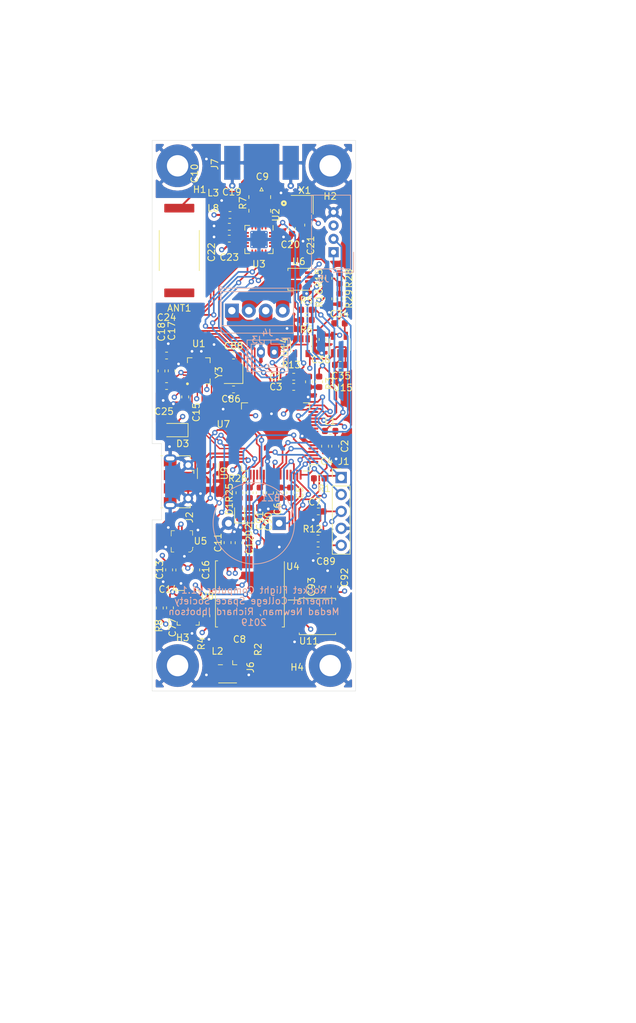
<source format=kicad_pcb>
(kicad_pcb (version 20171130) (host pcbnew "(5.1.2)-1")
  (title_block (title "PCB for Project Mach 1 flight computer") (date 2019-09-25) (company "Imperial College Space Society") (comment 1 "Richard Ibbotson, Medad Newman"))
  (layers (0 F.Cu signal) (1 GND.Cu power) (2 VCC.Cu power) (31 B.Cu signal) (34 B.Paste user) (35 F.Paste user) (36 B.SilkS user) (37 F.SilkS user) (38 B.Mask user) (39 F.Mask user) (44 Edge.Cuts user))
  (net 0 "")
  (net 1 GND)
  (net 2 +3V3)
  (net 3 "Net-(C2-Pad1)")
  (net 4 "Net-(C20-Pad2)")
  (net 5 "Net-(C20-Pad1)")
  (net 6 /MCU/XIN)
  (net 7 /MCU/XOUT)
  (net 8 "Net-(C89-Pad1)")
  (net 9 "Net-(C90-Pad1)")
  (net 10 /MCU/SWCLK)
  (net 11 /MCU/SWDIO)
  (net 12 /MCU/USB_DM)
  (net 13 /pyro_driver/FIRE_A)
  (net 14 /pyro_driver/FIRE_B)
  (net 15 /pyro_driver/FET_B)
  (net 16 /MCU/MCU_SCLK1)
  (net 17 /MCU/MCU_MISO1)
  (net 18 /MCU/MCU_MOSI1)
  (net 19 /MCU/MCU_NSEL1)
  (net 20 /gps/GPS_RXD)
  (net 21 /gps/GPS_1PPS)
  (net 22 /gps/GPS_NRES)
  (net 23 /gps/GPS_SDA)
  (net 24 /gps/GPS_SCL)
  (net 25 /gps/GPS_NSAFEBOOT)
  (net 26 /MCU/MCU_NSEL4)
  (net 27 /MCU/MCU_MISO4)
  (net 28 /MCU/MCU_MOSI4)
  (net 29 /MCU/MCU_SCLK4)
  (net 30 /sensors/ACCL_RDY)
  (net 31 /sensors/GYRO_RDY)
  (net 32 "Net-(D1-Pad2)")
  (net 33 "Net-(D2-Pad2)")
  (net 34 /power_supply/USB_DM)
  (net 35 /pyro_driver/FET_A)
  (net 36 /MCU/LED_RED)
  (net 37 /MCU/LED_BLUE)
  (net 38 /sensors/MAG_RDY)
  (net 39 "Net-(C9-Pad2)")
  (net 40 "Net-(C34-Pad1)")
  (net 41 "Net-(C35-Pad1)")
  (net 42 Vdrive)
  (net 43 "Net-(C8-Pad1)")
  (net 44 "Net-(C9-Pad1)")
  (net 45 "Net-(J6-Pad1)")
  (net 46 "Net-(L8-Pad1)")
  (net 47 "Net-(R2-Pad2)")
  (net 48 "Net-(U2-Pad7)")
  (net 49 "Net-(U2-Pad8)")
  (net 50 VBUS)
  (net 51 "Net-(J2-Pad2)")
  (net 52 "Net-(J2-Pad3)")
  (net 53 "Net-(ANT1-Pad1)")
  (net 54 /MCU/BUZZER)
  (net 55 /MCU/MCU_PA04)
  (net 56 /MCU/MCU_PA05)
  (net 57 /MCU/MCU_PB08)
  (net 58 /MCU/MCU_PB11)
  (net 59 /MCU/MCU_PA12)
  (net 60 /MCU/MCU_PA13)
  (net 61 /MCU/GPS_RXD0)
  (net 62 /MCU/MCU_PB10)
  (net 63 "Net-(J7-Pad1)")
  (net 64 "Net-(ANT1-Pad2)")
  (net 65 "Net-(J2-Pad4)")
  (net 66 "Net-(U3-Pad20)")
  (net 67 "Net-(U3-Pad19)")
  (net 68 "Net-(U3-Pad16)")
  (net 69 "Net-(U3-Pad7)")
  (net 70 "Net-(U3-Pad5)")
  (net 71 "Net-(U4-Pad5)")
  (net 72 "Net-(U4-Pad13)")
  (net 73 "Net-(U4-Pad15)")
  (net 74 "Net-(U7-Pad5)")
  (net 75 "Net-(U7-Pad6)")
  (net 76 "Net-(U7-Pad9)")
  (net 77 "Net-(U7-Pad10)")
  (net 78 "Net-(U7-Pad12)")
  (net 79 "Net-(U7-Pad39)")
  (net 80 "Net-(U7-Pad51)")
  (net 81 "Net-(U7-Pad55)")
  (net 82 "Net-(U7-Pad59)")
  (net 83 "Net-(U7-Pad60)")
  (net 84 "Net-(U8-Pad6)")
  (net 85 "Net-(U14-Pad4)")
  (net 86 "Net-(X1-Pad1)")
  (net 87 "Net-(U7-Pad15)")
  (net 88 "Net-(U7-Pad16)")
  (net 89 "Net-(U1-Pad10)")
  (net 90 "Net-(U1-Pad13)")
  (net 91 "Net-(C24-Pad1)")
  (net 92 "Net-(C25-Pad1)")
  (net 93 /sensors/H_ACCL_INT2)
  (net 94 /sensors/H_ACCL_INT1)
  (net 95 /MCU/SCL_PA09)
  (net 96 /MCU/SDA_PA08)
  (module Johanson_frontend:BALUN_0433BM41A0019E (layer F.Cu) (at 108.458 67.31 270)
    (fp_text reference U2 (at 1.651 -2.413 270) (layer F.SilkS))
    (fp_text value 0433BM41A0019E hide)
    (pad 1 smd rect (at 0 -2) (size 1.5 0.85) (layers F.Cu F.Paste F.Mask) (net 1 GND))
    (pad 5 smd rect (at 0 2) (size 1.5 0.85) (layers F.Cu F.Paste F.Mask) (net 1 GND))
    (pad 6 smd rect (at 1.5 1 270) (size 1.5 0.6) (layers F.Cu F.Paste F.Mask) (net 46 "Net-(L8-Pad1)"))
    (pad 8 smd rect (at 1.5 -1 270) (size 1.5 0.6) (layers F.Cu F.Paste F.Mask) (net 49 "Net-(U2-Pad8)"))
    (pad 7 smd rect (at 1.5 0 270) (size 1.5 0.6) (layers F.Cu F.Paste F.Mask) (net 48 "Net-(U2-Pad7)"))
    (pad 4 smd rect (at -1.5 1 270) (size 1.5 0.6) (layers F.Cu F.Paste F.Mask) (net 1 GND))
    (pad 2 smd rect (at -1.5 -1 270) (size 1.5 0.6) (layers F.Cu F.Paste F.Mask) (net 39 "Net-(C9-Pad2)"))
    (pad 3 smd rect (at -1.5 0 270) (size 1.5 0.6) (layers F.Cu F.Paste F.Mask) (net 1 GND))
  )
  (module Capacitor_SMD:C_0603_1608Metric (layer F.Cu) (at 115.697 70.485 90)
    (fp_text reference C21 (at -3.048 0.381 90) (layer F.SilkS))
    (fp_text value 33nF)
    (pad 1 smd roundrect (at -0.7875 0 90) (size 0.875 0.95) (layers F.Cu F.Paste F.Mask) (net 1 GND))
    (pad 2 smd roundrect (at 0.7875 0 90) (size 0.875 0.95) (layers F.Cu F.Paste F.Mask) (net 2 +3V3))
  )
  (module Capacitor_SMD:C_0603_1608Metric (layer F.Cu) (at 94.488 94.615 180)
    (fp_text reference C25 (at 0.381 -3.81) (layer F.SilkS))
    (fp_text value 100nF)
    (pad 1 smd roundrect (at -0.7875 0 180) (size 0.875 0.95) (layers F.Cu F.Paste F.Mask) (net 92 "Net-(C25-Pad1)"))
    (pad 2 smd roundrect (at 0.7875 0 180) (size 0.875 0.95) (layers F.Cu F.Paste F.Mask) (net 1 GND))
  )
  (module Resistor_SMD:R_0603_1608Metric (layer F.Cu) (at 115.824 93.98 270)
    (fp_text reference R13 (at -2.54 2.667 180) (layer F.SilkS))
    (fp_text value 3.3K)
    (pad 1 smd roundrect (at -0.7875 0 270) (size 0.875 0.95) (layers F.Cu F.Paste F.Mask) (net 14 /pyro_driver/FIRE_B))
    (pad 2 smd roundrect (at 0.7875 0 270) (size 0.875 0.95) (layers F.Cu F.Paste F.Mask) (net 1 GND))
  )
  (module Resistor_SMD:R_0603_1608Metric (layer F.Cu) (at 117.348 93.98 270)
    (fp_text reference R3 (at 0.254 -1.524 90) (layer F.SilkS))
    (fp_text value 3.3K)
    (pad 2 smd roundrect (at 0.7875 0 270) (size 0.875 0.95) (layers F.Cu F.Paste F.Mask) (net 1 GND))
    (pad 1 smd roundrect (at -0.7875 0 270) (size 0.875 0.95) (layers F.Cu F.Paste F.Mask) (net 13 /pyro_driver/FIRE_A))
  )
  (module Package_LGA:LGA-8_3x5mm_P1.25mm (layer F.Cu) (at 97.722 127.859)
    (fp_text reference U8 (at 2.862 -1.748) (layer F.SilkS))
    (fp_text value MS5607-02BA)
    (pad 4 smd rect (at -1.075 1.875) (size 0.95 0.55) (layers F.Cu F.Paste F.Mask) (net 1 GND))
    (pad 1 smd rect (at -1.075 -1.875) (size 0.95 0.55) (layers F.Cu F.Paste F.Mask) (net 2 +3V3))
    (pad 2 smd rect (at -1.075 -0.625) (size 0.95 0.55) (layers F.Cu F.Paste F.Mask) (net 2 +3V3))
    (pad 3 smd rect (at -1.075 0.625) (size 0.95 0.55) (layers F.Cu F.Paste F.Mask) (net 1 GND))
    (pad 8 smd rect (at 1.075 -1.875) (size 0.95 0.55) (layers F.Cu F.Paste F.Mask) (net 24 /gps/GPS_SCL))
    (pad 7 smd rect (at 1.075 -0.625) (size 0.95 0.55) (layers F.Cu F.Paste F.Mask) (net 23 /gps/GPS_SDA))
    (pad 6 smd rect (at 1.075 0.625) (size 0.95 0.55) (layers F.Cu F.Paste F.Mask) (net 84 "Net-(U8-Pad6)"))
    (pad 5 smd rect (at 1.075 1.875) (size 0.95 0.55) (layers F.Cu F.Paste F.Mask) (net 1 GND))
  )
  (module Capacitor_SMD:C_0603_1608Metric (layer F.Cu) (at 94.996 127.866 270)
    (fp_text reference C77 (at 2.944 -0.381 90) (layer F.SilkS))
    (fp_text value 220nF)
    (pad 1 smd roundrect (at -0.7875 0 270) (size 0.875 0.95) (layers F.Cu F.Paste F.Mask) (net 2 +3V3))
    (pad 2 smd roundrect (at 0.7875 0 270) (size 0.875 0.95) (layers F.Cu F.Paste F.Mask) (net 1 GND))
  )
  (module flight-computer:TFLGA-16_3x3mm (layer F.Cu) (at 96.782 117.901 180)
    (fp_text reference U5 (at -2.786 0.045) (layer F.SilkS))
    (fp_text value H3LIS100DL)
    (pad 8 smd rect (at 0.5 1.225 180) (size 0.35 0.55) (layers F.Cu F.Paste F.Mask) (net 2 +3V3))
    (pad 7 smd rect (at 0 1.225 180) (size 0.35 0.55) (layers F.Cu F.Paste F.Mask) (net 2 +3V3))
    (pad 6 smd rect (at -0.5 1.225 180) (size 0.35 0.55) (layers F.Cu F.Paste F.Mask) (net 23 /gps/GPS_SDA))
    (pad 13 smd rect (at 1.225 -1 180) (size 0.55 0.35) (layers F.Cu F.Paste F.Mask) (net 1 GND))
    (pad 12 smd rect (at 1.225 -0.5 180) (size 0.55 0.35) (layers F.Cu F.Paste F.Mask) (net 1 GND))
    (pad 9 smd rect (at 1.225 1 180) (size 0.55 0.35) (layers F.Cu F.Paste F.Mask) (net 93 /sensors/H_ACCL_INT2) (clearance 0.1))
    (pad 10 smd rect (at 1.225 0.5 180) (size 0.55 0.35) (layers F.Cu F.Paste F.Mask) (net 1 GND) (clearance 0.1))
    (pad 11 smd rect (at 1.225 0 180) (size 0.55 0.35) (layers F.Cu F.Paste F.Mask) (net 94 /sensors/H_ACCL_INT1))
    (pad 14 smd rect (at 0.5 -1.225 180) (size 0.35 0.55) (layers F.Cu F.Paste F.Mask) (net 2 +3V3))
    (pad 16 smd rect (at -0.5 -1.225 180) (size 0.35 0.55) (layers F.Cu F.Paste F.Mask) (net 1 GND))
    (pad 15 smd rect (at 0 -1.225 180) (size 0.35 0.55) (layers F.Cu F.Paste F.Mask) (net 2 +3V3))
    (pad 5 smd rect (at -1.225 1 180) (size 0.55 0.35) (layers F.Cu F.Paste F.Mask) (net 1 GND))
    (pad 4 smd rect (at -1.225 0.5 180) (size 0.55 0.35) (layers F.Cu F.Paste F.Mask) (net 24 /gps/GPS_SCL))
    (pad 1 smd rect (at -1.225 -1 180) (size 0.55 0.35) (layers F.Cu F.Paste F.Mask) (net 2 +3V3))
    (pad 2 smd rect (at -1.225 -0.5 180) (size 0.55 0.35) (layers F.Cu F.Paste F.Mask))
    (pad 3 smd rect (at -1.225 0 180) (size 0.55 0.35) (layers F.Cu F.Paste F.Mask))
  )
  (module flight-computer:TerminalBlock_TE_282834-4_1x04_P2.54mm_Horizontal (layer B.Cu) (at 104.267 83.312)
    (fp_text reference J3 (at 3.81 4.37 180) (layer B.SilkS) (effects (justify mirror)))
    (fp_text value Screw_Terminal_01x04)
    (pad 4 thru_hole circle (at 7.62 0) (size 2.1 2.1) (drill 1.1) (layers *.Cu *.Mask) (net 35 /pyro_driver/FET_A))
    (pad 3 thru_hole circle (at 5.08 0) (size 2.1 2.1) (drill 1.1) (layers *.Cu *.Mask) (net 42 Vdrive))
    (pad 2 thru_hole circle (at 2.54 0) (size 2.1 2.1) (drill 1.1) (layers *.Cu *.Mask) (net 15 /pyro_driver/FET_B))
    (pad 1 thru_hole rect (at 0 0) (size 2.1 2.1) (drill 1.1) (layers *.Cu *.Mask) (net 42 Vdrive))
  )
  (module flight-computer:Crystal_SMD_2520-4Pin_2.5x2.0mm (layer F.Cu) (at 104.521 92.583 90)
    (fp_text reference Y3 (at 0 -2.2 90) (layer F.SilkS))
    (fp_text value 16MHz)
    (pad 4 smd rect (at -0.875 -0.7 90) (size 1.15 1) (layers F.Cu F.Paste F.Mask) (net 1 GND))
    (pad 3 smd rect (at 0.875 -0.7 90) (size 1.15 1) (layers F.Cu F.Paste F.Mask) (net 7 /MCU/XOUT))
    (pad 2 smd rect (at 0.875 0.7 90) (size 1.15 1) (layers F.Cu F.Paste F.Mask) (net 1 GND))
    (pad 1 smd rect (at -0.875 0.7 90) (size 1.15 1) (layers F.Cu F.Paste F.Mask) (net 6 /MCU/XIN))
  )
  (module MountingHole:MountingHole_3.2mm_M3_Pad (layer F.Cu) (at 118.999 61.595 270)
    (fp_text reference H2 (at 4.572 0 180) (layer F.SilkS))
    (fp_text value MountingHole_Pad)
    (pad 1 thru_hole circle (at 0 0 270) (size 6.4 6.4) (drill 3.2) (layers *.Cu *.Mask) (net 1 GND))
  )
  (module Package_SO:Vishay_PowerPAK_1212-8_Dual (layer F.Cu) (at 114.3 78.613 180)
    (fp_text reference U6 (at 0 2.667) (layer F.SilkS))
    (fp_text value Si7232DN)
    (pad 6 smd custom (at 0.5575 -0.6075 180) (size 1.725 0.99) (layers F.Cu F.Paste F.Mask) (net 35 /pyro_driver/FET_A) (options (clearance outline) (anchor rect)) (primitives (gr_poly (pts (xy 0.6125 0.495) (xy 1.3725 0.495) (xy 1.3725 0.09) (xy 0.8625 0.09) (xy 0.8625 -0.165) (xy 1.3725 -0.165) (xy 1.3725 -0.5875) (xy 0.6125 -0.5875)) (width 0))))
    (pad 5 smd custom (at 0.5575 0.6075 180) (size 1.725 0.99) (layers F.Cu F.Paste F.Mask) (net 15 /pyro_driver/FET_B) (options (clearance outline) (anchor rect)) (primitives (gr_poly (pts (xy 0.6125 -0.495) (xy 1.3725 -0.495) (xy 1.3725 -0.09) (xy 0.8625 -0.09) (xy 0.8625 0.165) (xy 1.3725 0.165) (xy 1.3725 0.5875) (xy 0.6125 0.5875)) (width 0))))
    (pad 4 smd rect (at -1.435 0.99 180) (size 0.99 0.405) (layers F.Cu F.Paste F.Mask) (net 14 /pyro_driver/FIRE_B))
    (pad 3 smd rect (at -1.435 0.33 180) (size 0.99 0.405) (layers F.Cu F.Paste F.Mask) (net 1 GND))
    (pad 2 smd rect (at -1.435 -0.33 180) (size 0.99 0.405) (layers F.Cu F.Paste F.Mask) (net 13 /pyro_driver/FIRE_A))
    (pad 1 smd rect (at -1.435 -0.99 180) (size 0.99 0.405) (layers F.Cu F.Paste F.Mask) (net 1 GND))
  )
  (module Resistor_SMD:R_0603_1608Metric (layer F.Cu) (at 120.396 78.486 270)
    (fp_text reference R28 (at 0 -1.43 90) (layer F.SilkS))
    (fp_text value 120K)
    (pad 2 smd roundrect (at 0.7875 0 270) (size 0.875 0.95) (layers F.Cu F.Paste F.Mask) (net 57 /MCU/MCU_PB08))
    (pad 1 smd roundrect (at -0.7875 0 270) (size 0.875 0.95) (layers F.Cu F.Paste F.Mask) (net 42 Vdrive))
  )
  (module Resistor_SMD:R_0603_1608Metric (layer F.Cu) (at 115.443 84.709 180)
    (fp_text reference R6 (at 0 -1.43) (layer F.SilkS))
    (fp_text value 27K)
    (pad 1 smd roundrect (at -0.7875 0 180) (size 0.875 0.95) (layers F.Cu F.Paste F.Mask) (net 55 /MCU/MCU_PA04))
    (pad 2 smd roundrect (at 0.7875 0 180) (size 0.875 0.95) (layers F.Cu F.Paste F.Mask) (net 1 GND))
  )
  (module Resistor_SMD:R_0603_1608Metric (layer F.Cu) (at 120.396 81.5595 270)
    (fp_text reference R29 (at 0 -1.43 90) (layer F.SilkS))
    (fp_text value 120K)
    (pad 1 smd roundrect (at -0.7875 0 270) (size 0.875 0.95) (layers F.Cu F.Paste F.Mask) (net 57 /MCU/MCU_PB08))
    (pad 2 smd roundrect (at 0.7875 0 270) (size 0.875 0.95) (layers F.Cu F.Paste F.Mask) (net 1 GND))
  )
  (module Connector_PinHeader_2.54mm:PinHeader_1x05_P2.54mm_Vertical (layer F.Cu) (at 120.65 108.331)
    (fp_text reference J1 (at 0.381 -2.413) (layer F.SilkS))
    (fp_text value Conn_01x05)
    (pad 1 thru_hole rect (at 0 0) (size 1.7 1.7) (drill 1) (layers *.Cu *.Mask) (net 10 /MCU/SWCLK))
    (pad 2 thru_hole oval (at 0 2.54) (size 1.7 1.7) (drill 1) (layers *.Cu *.Mask) (net 11 /MCU/SWDIO))
    (pad 3 thru_hole oval (at 0 5.08) (size 1.7 1.7) (drill 1) (layers *.Cu *.Mask) (net 2 +3V3))
    (pad 4 thru_hole oval (at 0 7.62) (size 1.7 1.7) (drill 1) (layers *.Cu *.Mask) (net 1 GND))
    (pad 5 thru_hole oval (at 0 10.16) (size 1.7 1.7) (drill 1) (layers *.Cu *.Mask) (net 8 "Net-(C89-Pad1)"))
  )
  (module Resistor_SMD:R_0603_1608Metric (layer F.Cu) (at 118.745 78.4605 90)
    (fp_text reference R15 (at 0 -1.43 90) (layer F.SilkS))
    (fp_text value 120K)
    (pad 1 smd roundrect (at -0.7875 0 90) (size 0.875 0.95) (layers F.Cu F.Paste F.Mask) (net 56 /MCU/MCU_PA05))
    (pad 2 smd roundrect (at 0.7875 0 90) (size 0.875 0.95) (layers F.Cu F.Paste F.Mask) (net 15 /pyro_driver/FET_B))
  )
  (module Resistor_SMD:R_0603_1608Metric (layer F.Cu) (at 118.745 81.534 270)
    (fp_text reference R16 (at -0.127 1.397 90) (layer F.SilkS))
    (fp_text value 27K)
    (pad 1 smd roundrect (at -0.7875 0 270) (size 0.875 0.95) (layers F.Cu F.Paste F.Mask) (net 56 /MCU/MCU_PA05))
    (pad 2 smd roundrect (at 0.7875 0 270) (size 0.875 0.95) (layers F.Cu F.Paste F.Mask) (net 1 GND))
  )
  (module Capacitor_SMD:C_0603_1608Metric (layer F.Cu) (at 113.538 93.218)
    (fp_text reference C1 (at -2.667 0) (layer F.SilkS))
    (fp_text value 10uF)
    (pad 1 smd roundrect (at -0.7875 0) (size 0.875 0.95) (layers F.Cu F.Paste F.Mask) (net 2 +3V3))
    (pad 2 smd roundrect (at 0.7875 0) (size 0.875 0.95) (layers F.Cu F.Paste F.Mask) (net 1 GND))
  )
  (module Capacitor_SMD:C_0603_1608Metric (layer F.Cu) (at 113.538 94.742)
    (fp_text reference C3 (at -2.667 0) (layer F.SilkS))
    (fp_text value 100nF)
    (pad 2 smd roundrect (at 0.7875 0) (size 0.875 0.95) (layers F.Cu F.Paste F.Mask) (net 1 GND))
    (pad 1 smd roundrect (at -0.7875 0) (size 0.875 0.95) (layers F.Cu F.Paste F.Mask) (net 2 +3V3))
  )
  (module Connector_JST:JST_PH_B2B-PH-K_1x02_P2.00mm_Vertical (layer B.Cu) (at 110.617 89.535 180)
    (fp_text reference J4 (at 1 2.9 180) (layer B.SilkS) (effects (justify mirror)))
    (fp_text value Conn_01x02)
    (pad 1 thru_hole roundrect (at 0 0 180) (size 1.2 1.75) (drill 0.75) (layers *.Cu *.Mask) (roundrect_rratio 0.208333) (net 42 Vdrive))
    (pad 2 thru_hole oval (at 2 0 180) (size 1.2 1.75) (drill 0.75) (layers *.Cu *.Mask) (net 1 GND))
  )
  (module Capacitor_SMD:C_0603_1608Metric (layer F.Cu) (at 117.856 87.63 270)
    (fp_text reference C36 (at 3.048 0.254) (layer F.SilkS))
    (fp_text value 1uF)
    (pad 2 smd roundrect (at 0.7875 0 270) (size 0.875 0.95) (layers F.Cu F.Paste F.Mask) (net 1 GND))
    (pad 1 smd roundrect (at -0.7875 0 270) (size 0.875 0.95) (layers F.Cu F.Paste F.Mask) (net 2 +3V3))
  )
  (module Capacitor_SMD:C_0603_1608Metric (layer F.Cu) (at 120.4975 91.44 180)
    (fp_text reference C35 (at -0.1525 -1.651) (layer F.SilkS))
    (fp_text value 1uF)
    (pad 1 smd roundrect (at -0.7875 0 180) (size 0.875 0.95) (layers F.Cu F.Paste F.Mask) (net 41 "Net-(C35-Pad1)"))
    (pad 2 smd roundrect (at 0.7875 0 180) (size 0.875 0.95) (layers F.Cu F.Paste F.Mask) (net 1 GND))
  )
  (module Package_TO_SOT_SMD:SOT-23-5 (layer F.Cu) (at 114.681 88.646 270)
    (fp_text reference U14 (at 0.127 2.54 90) (layer F.SilkS))
    (fp_text value MAX40200AUK)
    (pad 5 smd rect (at 1.1 -0.95 270) (size 1.06 0.65) (layers F.Cu F.Paste F.Mask) (net 41 "Net-(C35-Pad1)"))
    (pad 4 smd rect (at 1.1 0.95 270) (size 1.06 0.65) (layers F.Cu F.Paste F.Mask) (net 85 "Net-(U14-Pad4)"))
    (pad 3 smd rect (at -1.1 0.95 270) (size 1.06 0.65) (layers F.Cu F.Paste F.Mask) (net 42 Vdrive))
    (pad 2 smd rect (at -1.1 0 270) (size 1.06 0.65) (layers F.Cu F.Paste F.Mask) (net 1 GND))
    (pad 1 smd rect (at -1.1 -0.95 270) (size 1.06 0.65) (layers F.Cu F.Paste F.Mask) (net 42 Vdrive))
  )
  (module Package_TO_SOT_SMD:TSOT-23-5 (layer F.Cu) (at 120.396 88.392 90)
    (fp_text reference U15 (at -6.477 0.508 180) (layer F.SilkS))
    (fp_text value LD3985M33R_TSOT23)
    (pad 1 smd rect (at -1.31 -0.95 90) (size 1.22 0.65) (layers F.Cu F.Paste F.Mask) (net 41 "Net-(C35-Pad1)"))
    (pad 2 smd rect (at -1.31 0 90) (size 1.22 0.65) (layers F.Cu F.Paste F.Mask) (net 1 GND))
    (pad 3 smd rect (at -1.31 0.95 90) (size 1.22 0.65) (layers F.Cu F.Paste F.Mask) (net 41 "Net-(C35-Pad1)"))
    (pad 4 smd rect (at 1.31 0.95 90) (size 1.22 0.65) (layers F.Cu F.Paste F.Mask) (net 40 "Net-(C34-Pad1)"))
    (pad 5 smd rect (at 1.31 -0.95 90) (size 1.22 0.65) (layers F.Cu F.Paste F.Mask) (net 2 +3V3))
  )
  (module Resistor_SMD:R_0402_1005Metric (layer F.Cu) (at 105.791 65.024 90)
    (fp_text reference R7 (at -2.159 0.127 90) (layer F.SilkS))
    (fp_text value NF)
    (pad 1 smd roundrect (at -0.485 0 90) (size 0.59 0.64) (layers F.Cu F.Paste F.Mask) (net 44 "Net-(C9-Pad1)"))
    (pad 2 smd roundrect (at 0.485 0 90) (size 0.59 0.64) (layers F.Cu F.Paste F.Mask) (net 63 "Net-(J7-Pad1)"))
  )
  (module Capacitor_SMD:C_0603_1608Metric (layer F.Cu) (at 103.886 70.739 180)
    (fp_text reference C22 (at 2.667 -3.81 90) (layer F.SilkS))
    (fp_text value 1uF)
    (pad 2 smd roundrect (at 0.7875 0 180) (size 0.875 0.95) (layers F.Cu F.Paste F.Mask) (net 1 GND))
    (pad 1 smd roundrect (at -0.7875 0 180) (size 0.875 0.95) (layers F.Cu F.Paste F.Mask) (net 2 +3V3))
  )
  (module Inductor_SMD:L_0603_1608Metric (layer F.Cu) (at 103.9875 68.961 180)
    (fp_text reference L8 (at 2.5145 1.016) (layer F.SilkS))
    (fp_text value 220nH)
    (pad 2 smd roundrect (at 0.7875 0 180) (size 0.875 0.95) (layers F.Cu F.Paste F.Mask) (net 2 +3V3))
    (pad 1 smd roundrect (at -0.7875 0 180) (size 0.875 0.95) (layers F.Cu F.Paste F.Mask) (net 46 "Net-(L8-Pad1)"))
  )
  (module Capacitor_SMD:C_0402_1005Metric (layer F.Cu) (at 108.839 64.389)
    (fp_text reference C9 (at 0 -1.17) (layer F.SilkS))
    (fp_text value 270pF)
    (pad 1 smd roundrect (at -0.485 0) (size 0.59 0.64) (layers F.Cu F.Paste F.Mask) (net 44 "Net-(C9-Pad1)"))
    (pad 2 smd roundrect (at 0.485 0) (size 0.59 0.64) (layers F.Cu F.Paste F.Mask) (net 39 "Net-(C9-Pad2)"))
  )
  (module Resistor_SMD:R_0402_1005Metric (layer F.Cu) (at 106.68 134.112 90)
    (fp_text reference R2 (at 0 1.524 90) (layer F.SilkS))
    (fp_text value "10 Ohm")
    (pad 1 smd roundrect (at -0.485 0 90) (size 0.59 0.64) (layers F.Cu F.Paste F.Mask) (net 43 "Net-(C8-Pad1)"))
    (pad 2 smd roundrect (at 0.485 0 90) (size 0.59 0.64) (layers F.Cu F.Paste F.Mask) (net 47 "Net-(R2-Pad2)"))
  )
  (module MountingHole:MountingHole_3.2mm_M3_Pad (layer F.Cu) (at 96.139 136.525 270)
    (fp_text reference H3 (at -4.191 -0.762 180) (layer F.SilkS))
    (fp_text value MountingHole_Pad)
    (pad 1 thru_hole circle (at 0 0 270) (size 6.4 6.4) (drill 3.2) (layers *.Cu *.Mask) (net 1 GND))
  )
  (module Buzzer_Beeper:Buzzer_12x9.5RM7.6 (layer B.Cu) (at 111.359 115.189 180)
    (fp_text reference BZ1 (at 1.27 3.81 180) (layer B.SilkS) (effects (justify mirror)))
    (fp_text value Buzzer)
    (fp_text user + (at -0.01 2.54 180) (layer B.SilkS) (effects (justify mirror)))
    (pad 1 thru_hole rect (at 0 0 180) (size 2 2) (drill 1) (layers *.Cu *.Mask) (net 54 /MCU/BUZZER))
    (pad 2 thru_hole circle (at 7.6 0 180) (size 2 2) (drill 1) (layers *.Cu *.Mask) (net 1 GND))
  )
  (module Capacitor_SMD:C_0603_1608Metric (layer F.Cu) (at 119.761 103.632 270)
    (fp_text reference C2 (at 0 -1.43 90) (layer F.SilkS))
    (fp_text value 10uF)
    (pad 1 smd roundrect (at -0.7875 0 270) (size 0.875 0.95) (layers F.Cu F.Paste F.Mask) (net 3 "Net-(C2-Pad1)"))
    (pad 2 smd roundrect (at 0.7875 0 270) (size 0.875 0.95) (layers F.Cu F.Paste F.Mask) (net 1 GND))
  )
  (module Capacitor_SMD:C_0603_1608Metric (layer F.Cu) (at 118.237 103.632 270)
    (fp_text reference C4 (at 2.286 -0.254 180) (layer F.SilkS))
    (fp_text value 100nF)
    (pad 2 smd roundrect (at 0.7875 0 270) (size 0.875 0.95) (layers F.Cu F.Paste F.Mask) (net 1 GND))
    (pad 1 smd roundrect (at -0.7875 0 270) (size 0.875 0.95) (layers F.Cu F.Paste F.Mask) (net 3 "Net-(C2-Pad1)"))
  )
  (module Capacitor_SMD:C_0603_1608Metric (layer F.Cu) (at 113.03 110.617 270)
    (fp_text reference C5 (at 0 -1.43 90) (layer F.SilkS))
    (fp_text value 10uF)
    (pad 1 smd roundrect (at -0.7875 0 270) (size 0.875 0.95) (layers F.Cu F.Paste F.Mask) (net 2 +3V3))
    (pad 2 smd roundrect (at 0.7875 0 270) (size 0.875 0.95) (layers F.Cu F.Paste F.Mask) (net 1 GND))
  )
  (module Capacitor_SMD:C_0603_1608Metric (layer F.Cu) (at 111.506 110.617 270)
    (fp_text reference C6 (at 2.413 0.381 90) (layer F.SilkS))
    (fp_text value 100nF)
    (pad 2 smd roundrect (at 0.7875 0 270) (size 0.875 0.95) (layers F.Cu F.Paste F.Mask) (net 1 GND))
    (pad 1 smd roundrect (at -0.7875 0 270) (size 0.875 0.95) (layers F.Cu F.Paste F.Mask) (net 2 +3V3))
  )
  (module Capacitor_SMD:C_0603_1608Metric (layer F.Cu) (at 109.982 110.617 270)
    (fp_text reference C90 (at 4.318 0.254 90) (layer F.SilkS))
    (fp_text value 1uF)
    (pad 1 smd roundrect (at -0.7875 0 270) (size 0.875 0.95) (layers F.Cu F.Paste F.Mask) (net 9 "Net-(C90-Pad1)"))
    (pad 2 smd roundrect (at 0.7875 0 270) (size 0.875 0.95) (layers F.Cu F.Paste F.Mask) (net 1 GND))
  )
  (module Capacitor_SMD:C_0603_1608Metric (layer F.Cu) (at 108.458 110.617 270)
    (fp_text reference C91 (at 4.191 0 270) (layer F.SilkS))
    (fp_text value 100nF)
    (pad 2 smd roundrect (at 0.7875 0 270) (size 0.875 0.95) (layers F.Cu F.Paste F.Mask) (net 1 GND))
    (pad 1 smd roundrect (at -0.7875 0 270) (size 0.875 0.95) (layers F.Cu F.Paste F.Mask) (net 9 "Net-(C90-Pad1)"))
  )
  (module Capacitor_SMD:C_0603_1608Metric (layer F.Cu) (at 119.634 124.714 90)
    (fp_text reference C92 (at 1.397 1.524 90) (layer F.SilkS))
    (fp_text value 10uF)
    (pad 1 smd roundrect (at -0.7875 0 90) (size 0.875 0.95) (layers F.Cu F.Paste F.Mask) (net 2 +3V3))
    (pad 2 smd roundrect (at 0.7875 0 90) (size 0.875 0.95) (layers F.Cu F.Paste F.Mask) (net 1 GND))
  )
  (module Capacitor_SMD:C_0603_1608Metric (layer F.Cu) (at 117.856 124.714 90)
    (fp_text reference C93 (at 0 -1.651 270) (layer F.SilkS))
    (fp_text value 100nF)
    (pad 2 smd roundrect (at 0.7875 0 90) (size 0.875 0.95) (layers F.Cu F.Paste F.Mask) (net 1 GND))
    (pad 1 smd roundrect (at -0.7875 0 90) (size 0.875 0.95) (layers F.Cu F.Paste F.Mask) (net 2 +3V3))
  )
  (module LED_SMD:LED_0603_1608Metric (layer F.Cu) (at 105.41 113.665 90)
    (fp_text reference D1 (at 0.635 -1.524 90) (layer F.SilkS))
    (fp_text value RED_LED)
    (pad 1 smd roundrect (at -0.7875 0 90) (size 0.875 0.95) (layers F.Cu F.Paste F.Mask) (net 1 GND))
    (pad 2 smd roundrect (at 0.7875 0 90) (size 0.875 0.95) (layers F.Cu F.Paste F.Mask) (net 32 "Net-(D1-Pad2)"))
  )
  (module LED_SMD:LED_0603_1608Metric (layer F.Cu) (at 106.934 113.665 90)
    (fp_text reference D2 (at -2.54 -0.127 270) (layer F.SilkS))
    (fp_text value BLUE_LED)
    (pad 2 smd roundrect (at 0.7875 0 90) (size 0.875 0.95) (layers F.Cu F.Paste F.Mask) (net 33 "Net-(D2-Pad2)"))
    (pad 1 smd roundrect (at -0.7875 0 90) (size 0.875 0.95) (layers F.Cu F.Paste F.Mask) (net 1 GND))
  )
  (module MountingHole:MountingHole_3.2mm_M3_Pad (layer F.Cu) (at 96.139 61.595 270)
    (fp_text reference H1 (at 3.556 -3.302 180) (layer F.SilkS))
    (fp_text value MountingHole_Pad)
    (pad 1 thru_hole circle (at 0 0 270) (size 6.4 6.4) (drill 3.2) (layers *.Cu *.Mask) (net 1 GND))
  )
  (module MountingHole:MountingHole_3.2mm_M3_Pad (layer F.Cu) (at 118.999 136.525 270)
    (fp_text reference H4 (at 0.254 4.953 180) (layer F.SilkS))
    (fp_text value MountingHole_Pad)
    (pad 1 thru_hole circle (at 0 0 270) (size 6.4 6.4) (drill 3.2) (layers *.Cu *.Mask) (net 1 GND))
  )
  (module Inductor_SMD:L_0603_1608Metric (layer F.Cu) (at 118.999 101.346)
    (fp_text reference L1 (at 0 -1.43) (layer F.SilkS))
    (fp_text value L_Core_Ferrite)
    (pad 1 smd roundrect (at -0.7875 0) (size 0.875 0.95) (layers F.Cu F.Paste F.Mask) (net 2 +3V3))
    (pad 2 smd roundrect (at 0.7875 0) (size 0.875 0.95) (layers F.Cu F.Paste F.Mask) (net 3 "Net-(C2-Pad1)"))
  )
  (module Resistor_SMD:R_0603_1608Metric (layer F.Cu) (at 105.41 110.617 90)
    (fp_text reference R25 (at 0 -1.524 90) (layer F.SilkS))
    (fp_text value 1.6K)
    (pad 2 smd roundrect (at 0.7875 0 90) (size 0.875 0.95) (layers F.Cu F.Paste F.Mask) (net 36 /MCU/LED_RED))
    (pad 1 smd roundrect (at -0.7875 0 90) (size 0.875 0.95) (layers F.Cu F.Paste F.Mask) (net 32 "Net-(D1-Pad2)"))
  )
  (module Resistor_SMD:R_0603_1608Metric (layer F.Cu) (at 106.934 110.617 90)
    (fp_text reference R26 (at 2.159 -1.778 180) (layer F.SilkS))
    (fp_text value 1.6K)
    (pad 1 smd roundrect (at -0.7875 0 90) (size 0.875 0.95) (layers F.Cu F.Paste F.Mask) (net 33 "Net-(D2-Pad2)"))
    (pad 2 smd roundrect (at 0.7875 0 90) (size 0.875 0.95) (layers F.Cu F.Paste F.Mask) (net 37 /MCU/LED_BLUE))
  )
  (module Capacitor_SMD:C_0402_1005Metric (layer F.Cu) (at 105.664 134.112 90)
    (fp_text reference C8 (at 1.524 -0.254 180) (layer F.SilkS))
    (fp_text value 10nF)
    (pad 1 smd roundrect (at -0.485 0 90) (size 0.59 0.64) (layers F.Cu F.Paste F.Mask) (net 43 "Net-(C8-Pad1)"))
    (pad 2 smd roundrect (at 0.485 0 90) (size 0.59 0.64) (layers F.Cu F.Paste F.Mask) (net 1 GND))
  )
  (module Connector_Coaxial:U.FL_Hirose_U.FL-R-SMT-1_Vertical (layer F.Cu) (at 103.632 137.287 270)
    (fp_text reference J6 (at -0.508 -3.429 90) (layer F.SilkS))
    (fp_text value Conn_Coaxial)
    (pad 2 smd rect (at 0.475 1.475 270) (size 2.2 1.05) (layers F.Cu F.Paste F.Mask) (net 1 GND))
    (pad 1 smd rect (at -1.05 0 270) (size 1.05 1) (layers F.Cu F.Paste F.Mask) (net 45 "Net-(J6-Pad1)"))
    (pad 2 smd rect (at 0.475 -1.475 270) (size 2.2 1.05) (layers F.Cu F.Paste F.Mask) (net 1 GND))
  )
  (module Resistor_SMD:R_0402_1005Metric (layer F.Cu) (at 104.14 134.62 180)
    (fp_text reference L2 (at 2.032 0.254) (layer F.SilkS))
    (fp_text value 27nH)
    (pad 2 smd roundrect (at 0.485 0 180) (size 0.59 0.64) (layers F.Cu F.Paste F.Mask) (net 45 "Net-(J6-Pad1)"))
    (pad 1 smd roundrect (at -0.485 0 180) (size 0.59 0.64) (layers F.Cu F.Paste F.Mask) (net 43 "Net-(C8-Pad1)"))
  )
  (module Package_SO:TSOP-6_1.65x3.05mm_P0.95mm (layer F.Cu) (at 100.711 107.696 270)
    (fp_text reference U9 (at 0 -2.45 90) (layer F.SilkS))
    (fp_text value STF202-22T1G)
    (pad 6 smd rect (at 1.16 -0.95 270) (size 0.7 0.51) (layers F.Cu F.Paste F.Mask) (net 1 GND))
    (pad 5 smd rect (at 1.16 0 270) (size 0.7 0.51) (layers F.Cu F.Paste F.Mask) (net 51 "Net-(J2-Pad2)"))
    (pad 4 smd rect (at 1.16 0.95 270) (size 0.7 0.51) (layers F.Cu F.Paste F.Mask) (net 52 "Net-(J2-Pad3)"))
    (pad 3 smd rect (at -1.16 0.95 270) (size 0.7 0.51) (layers F.Cu F.Paste F.Mask) (net 12 /MCU/USB_DM))
    (pad 2 smd rect (at -1.16 0 270) (size 0.7 0.51) (layers F.Cu F.Paste F.Mask) (net 34 /power_supply/USB_DM))
    (pad 1 smd rect (at -1.16 -0.95 270) (size 0.7 0.51) (layers F.Cu F.Paste F.Mask) (net 50 VBUS))
  )
  (module Capacitor_SMD:C_0603_1608Metric (layer F.Cu) (at 103.632 118.0845 90)
    (fp_text reference C11 (at 0 -1.43 90) (layer F.SilkS))
    (fp_text value 100nF)
    (pad 2 smd roundrect (at 0.7875 0 90) (size 0.875 0.95) (layers F.Cu F.Paste F.Mask) (net 1 GND))
    (pad 1 smd roundrect (at -0.7875 0 90) (size 0.875 0.95) (layers F.Cu F.Paste F.Mask) (net 2 +3V3))
  )
  (module Capacitor_SMD:C_0603_1608Metric (layer F.Cu) (at 105.283 118.11 90)
    (fp_text reference C12 (at -0.381 1.651 90) (layer F.SilkS))
    (fp_text value 10uF)
    (pad 1 smd roundrect (at -0.7875 0 90) (size 0.875 0.95) (layers F.Cu F.Paste F.Mask) (net 2 +3V3))
    (pad 2 smd roundrect (at 0.7875 0 90) (size 0.875 0.95) (layers F.Cu F.Paste F.Mask) (net 1 GND))
  )
  (module Capacitor_SMD:C_0603_1608Metric (layer F.Cu) (at 117.221 113.411 180)
    (fp_text reference C7 (at 0.508 1.397) (layer F.SilkS))
    (fp_text value 100nF)
    (pad 2 smd roundrect (at 0.7875 0 180) (size 0.875 0.95) (layers F.Cu F.Paste F.Mask) (net 1 GND))
    (pad 1 smd roundrect (at -0.7875 0 180) (size 0.875 0.95) (layers F.Cu F.Paste F.Mask) (net 2 +3V3))
  )
  (module Capacitor_SMD:C_0402_1005Metric (layer F.Cu) (at 100.965 62.761 90)
    (fp_text reference C10 (at 0.023 -2.286 90) (layer F.SilkS))
    (fp_text value NF)
    (pad 1 smd roundrect (at -0.485 0 90) (size 0.59 0.64) (layers F.Cu F.Paste F.Mask) (net 53 "Net-(ANT1-Pad1)"))
    (pad 2 smd roundrect (at 0.485 0 90) (size 0.59 0.64) (layers F.Cu F.Paste F.Mask) (net 1 GND))
  )
  (module Capacitor_SMD:C_0402_1005Metric (layer F.Cu) (at 104.267 67.183 90)
    (fp_text reference C19 (at 1.651 0 180) (layer F.SilkS))
    (fp_text value 270pF)
    (pad 1 smd roundrect (at -0.485 0 90) (size 0.59 0.64) (layers F.Cu F.Paste F.Mask) (net 2 +3V3))
    (pad 2 smd roundrect (at 0.485 0 90) (size 0.59 0.64) (layers F.Cu F.Paste F.Mask) (net 1 GND))
  )
  (module Capacitor_SMD:C_0603_1608Metric (layer F.Cu) (at 103.886 72.517 180)
    (fp_text reference C23 (at 0 -2.794) (layer F.SilkS))
    (fp_text value 100nF)
    (pad 1 smd roundrect (at -0.7875 0 180) (size 0.875 0.95) (layers F.Cu F.Paste F.Mask) (net 2 +3V3))
    (pad 2 smd roundrect (at 0.7875 0 180) (size 0.875 0.95) (layers F.Cu F.Paste F.Mask) (net 1 GND))
  )
  (module Capacitor_SMD:C_0603_1608Metric (layer F.Cu) (at 117.1955 119.253 180)
    (fp_text reference C89 (at -1.1685 -1.651) (layer F.SilkS))
    (fp_text value 100nF)
    (pad 1 smd roundrect (at -0.7875 0 180) (size 0.875 0.95) (layers F.Cu F.Paste F.Mask) (net 8 "Net-(C89-Pad1)"))
    (pad 2 smd roundrect (at 0.7875 0 180) (size 0.875 0.95) (layers F.Cu F.Paste F.Mask) (net 1 GND))
  )
  (module Inductor_SMD:L_0402_1005Metric (layer F.Cu) (at 101.45 64.389)
    (fp_text reference L3 (at 0.023 1.27) (layer F.SilkS))
    (fp_text value 0R)
    (pad 1 smd roundrect (at -0.485 0) (size 0.59 0.64) (layers F.Cu F.Paste F.Mask) (net 53 "Net-(ANT1-Pad1)"))
    (pad 2 smd roundrect (at 0.485 0) (size 0.59 0.64) (layers F.Cu F.Paste F.Mask) (net 44 "Net-(C9-Pad1)"))
  )
  (module Resistor_SMD:R_0603_1608Metric (layer F.Cu) (at 117.348 108.458)
    (fp_text reference R1 (at 0.762 1.524) (layer F.SilkS))
    (fp_text value 1.6K)
    (pad 1 smd roundrect (at -0.7875 0) (size 0.875 0.95) (layers F.Cu F.Paste F.Mask) (net 2 +3V3))
    (pad 2 smd roundrect (at 0.7875 0) (size 0.875 0.95) (layers F.Cu F.Paste F.Mask) (net 10 /MCU/SWCLK))
  )
  (module Resistor_SMD:R_0603_1608Metric (layer F.Cu) (at 115.443 83.185 180)
    (fp_text reference R5 (at 0 1.397) (layer F.SilkS))
    (fp_text value 120K)
    (pad 2 smd roundrect (at 0.7875 0 180) (size 0.875 0.95) (layers F.Cu F.Paste F.Mask) (net 35 /pyro_driver/FET_A))
    (pad 1 smd roundrect (at -0.7875 0 180) (size 0.875 0.95) (layers F.Cu F.Paste F.Mask) (net 55 /MCU/MCU_PA04))
  )
  (module Resistor_SMD:R_0603_1608Metric (layer F.Cu) (at 117.1955 117.475)
    (fp_text reference R12 (at -0.8635 -1.43) (layer F.SilkS))
    (fp_text value 1.6K)
    (pad 2 smd roundrect (at 0.7875 0) (size 0.875 0.95) (layers F.Cu F.Paste F.Mask) (net 8 "Net-(C89-Pad1)"))
    (pad 1 smd roundrect (at -0.7875 0) (size 0.875 0.95) (layers F.Cu F.Paste F.Mask) (net 2 +3V3))
  )
  (module Package_DFN_QFN:QFN-20-1EP_4x4mm_P0.5mm_EP2.6x2.6mm_ThermalVias (layer F.Cu) (at 108.331 72.644 270)
    (fp_text reference U3 (at 3.683 0 180) (layer F.SilkS))
    (fp_text value Si4463)
    (pad 20 smd roundrect (at -1 -1.925 270) (size 0.25 0.85) (layers F.Cu F.Paste F.Mask) (net 66 "Net-(U3-Pad20)"))
    (pad 19 smd roundrect (at -0.5 -1.925 270) (size 0.25 0.85) (layers F.Cu F.Paste F.Mask) (net 67 "Net-(U3-Pad19)"))
    (pad 18 smd roundrect (at 0 -1.925 270) (size 0.25 0.85) (layers F.Cu F.Paste F.Mask) (net 1 GND))
    (pad 17 smd roundrect (at 0.5 -1.925 270) (size 0.25 0.85) (layers F.Cu F.Paste F.Mask) (net 5 "Net-(C20-Pad1)"))
    (pad 16 smd roundrect (at 1 -1.925 270) (size 0.25 0.85) (layers F.Cu F.Paste F.Mask) (net 68 "Net-(U3-Pad16)"))
    (pad 15 smd roundrect (at 1.925 -1 270) (size 0.85 0.25) (layers F.Cu F.Paste F.Mask) (net 19 /MCU/MCU_NSEL1))
    (pad 14 smd roundrect (at 1.925 -0.5 270) (size 0.85 0.25) (layers F.Cu F.Paste F.Mask) (net 18 /MCU/MCU_MOSI1))
    (pad 13 smd roundrect (at 1.925 0 270) (size 0.85 0.25) (layers F.Cu F.Paste F.Mask) (net 17 /MCU/MCU_MISO1))
    (pad 12 smd roundrect (at 1.925 0.5 270) (size 0.85 0.25) (layers F.Cu F.Paste F.Mask) (net 16 /MCU/MCU_SCLK1))
    (pad 11 smd roundrect (at 1.925 1 270) (size 0.85 0.25) (layers F.Cu F.Paste F.Mask) (net 62 /MCU/MCU_PB10))
    (pad 10 smd roundrect (at 1 1.925 270) (size 0.25 0.85) (layers F.Cu F.Paste F.Mask) (net 59 /MCU/MCU_PA12))
    (pad 9 smd roundrect (at 0.5 1.925 270) (size 0.25 0.85) (layers F.Cu F.Paste F.Mask) (net 60 /MCU/MCU_PA13))
    (pad 8 smd roundrect (at 0 1.925 270) (size 0.25 0.85) (layers F.Cu F.Paste F.Mask) (net 2 +3V3))
    (pad 7 smd roundrect (at -0.5 1.925 270) (size 0.25 0.85) (layers F.Cu F.Paste F.Mask) (net 69 "Net-(U3-Pad7)"))
    (pad 6 smd roundrect (at -1 1.925 270) (size 0.25 0.85) (layers F.Cu F.Paste F.Mask) (net 2 +3V3))
    (pad 5 smd roundrect (at -1.925 1 270) (size 0.85 0.25) (layers F.Cu F.Paste F.Mask) (net 70 "Net-(U3-Pad5)"))
    (pad 4 smd roundrect (at -1.925 0.5 270) (size 0.85 0.25) (layers F.Cu F.Paste F.Mask) (net 46 "Net-(L8-Pad1)"))
    (pad 3 smd roundrect (at -1.925 0 270) (size 0.85 0.25) (layers F.Cu F.Paste F.Mask) (net 48 "Net-(U2-Pad7)"))
    (pad 2 smd roundrect (at -1.925 -0.5 270) (size 0.85 0.25) (layers F.Cu F.Paste F.Mask) (net 49 "Net-(U2-Pad8)"))
    (pad 1 smd roundrect (at -1.925 -1 270) (size 0.85 0.25) (layers F.Cu F.Paste F.Mask) (net 58 /MCU/MCU_PB11))
    (pad 21 smd roundrect (at 0 0 270) (size 2.6 2.6) (layers B.Cu) (roundrect_rratio 0.096154) (net 1 GND))
    (pad 21 thru_hole circle (at 1.05 1.05 270) (size 0.5 0.5) (drill 0.2) (layers *.Cu) (net 1 GND))
    (pad 21 thru_hole circle (at -1.05 1.05 270) (size 0.5 0.5) (drill 0.2) (layers *.Cu) (net 1 GND))
    (pad 21 thru_hole circle (at 1.05 -1.05 270) (size 0.5 0.5) (drill 0.2) (layers *.Cu) (net 1 GND))
    (pad 21 thru_hole circle (at -1.05 -1.05 270) (size 0.5 0.5) (drill 0.2) (layers *.Cu) (net 1 GND))
    (pad 21 smd roundrect (at 0 0 270) (size 2.6 2.6) (layers F.Cu F.Mask) (roundrect_rratio 0.096154) (net 1 GND))
  )
  (module flight-computer:Yageo434 (layer F.Cu) (at 96.393 74.295 270)
    (fp_text reference ANT1 (at 8.636 0 180) (layer F.SilkS))
    (fp_text value Yageo434)
    (pad 2 smd roundrect (at 6.35 0 270) (size 1.3 4.5) (layers F.Cu F.Paste F.Mask) (roundrect_rratio 0.083) (net 64 "Net-(ANT1-Pad2)"))
    (pad 1 smd roundrect (at -6.35 0 270) (size 1.3 4.5) (layers F.Cu F.Paste F.Mask) (roundrect_rratio 0.083) (net 53 "Net-(ANT1-Pad1)"))
  )
  (module flight-computer:USB_Micro-B_Molex-105017-0001 (layer F.Cu) (at 96.266 108.966 270)
    (fp_text reference J2 (at 5.334 -1.651 90) (layer F.SilkS))
    (fp_text value USB_B_Micro)
    (pad 6 smd rect (at 1 1.2375 270) (size 1.5 1.9) (layers F.Cu F.Paste F.Mask) (net 1 GND))
    (pad 6 thru_hole circle (at -2.5 -1.4625 270) (size 1.45 1.45) (drill 0.85) (layers *.Cu *.Mask) (net 1 GND))
    (pad 2 smd rect (at -0.65 -1.4625 270) (size 0.4 1.35) (layers F.Cu F.Paste F.Mask) (net 51 "Net-(J2-Pad2)"))
    (pad 1 smd rect (at -1.3 -1.4625 270) (size 0.4 1.35) (layers F.Cu F.Paste F.Mask) (net 50 VBUS))
    (pad 5 smd rect (at 1.3 -1.4625 270) (size 0.4 1.35) (layers F.Cu F.Paste F.Mask) (net 1 GND))
    (pad 4 smd rect (at 0.65 -1.4625 270) (size 0.4 1.35) (layers F.Cu F.Paste F.Mask) (net 65 "Net-(J2-Pad4)"))
    (pad 3 smd rect (at 0 -1.4625 270) (size 0.4 1.35) (layers F.Cu F.Paste F.Mask) (net 52 "Net-(J2-Pad3)"))
    (pad 6 thru_hole circle (at 2.5 -1.4625 270) (size 1.45 1.45) (drill 0.85) (layers *.Cu *.Mask) (net 1 GND))
    (pad 6 smd rect (at -1 1.2375 270) (size 1.5 1.9) (layers F.Cu F.Paste F.Mask) (net 1 GND))
    (pad 6 thru_hole oval (at -3.5 1.2375 90) (size 1.2 1.9) (drill oval 0.6 1.3) (layers *.Cu *.Mask) (net 1 GND))
    (pad 6 thru_hole oval (at 3.5 1.2375 270) (size 1.2 1.9) (drill oval 0.6 1.3) (layers *.Cu *.Mask) (net 1 GND))
    (pad 6 smd rect (at 2.9 1.2375 270) (size 1.2 1.9) (layers F.Cu F.Mask) (net 1 GND))
    (pad 6 smd rect (at -2.9 1.2375 270) (size 1.2 1.9) (layers F.Cu F.Mask) (net 1 GND))
  )
  (module Package_QFP:TQFP-64_10x10mm_P0.5mm (layer F.Cu) (at 110.8185 102.239 180)
    (fp_text reference U7 (at 7.8215 1.909) (layer F.SilkS))
    (fp_text value ATSAMD21J18A-AU)
    (pad 1 smd roundrect (at -5.6625 -3.75 180) (size 1.475 0.3) (layers F.Cu F.Paste F.Mask) (net 54 /MCU/BUZZER))
    (pad 2 smd roundrect (at -5.6625 -3.25 180) (size 1.475 0.3) (layers F.Cu F.Paste F.Mask) (net 25 /gps/GPS_NSAFEBOOT))
    (pad 3 smd roundrect (at -5.6625 -2.75 180) (size 1.475 0.3) (layers F.Cu F.Paste F.Mask) (net 21 /gps/GPS_1PPS))
    (pad 4 smd roundrect (at -5.6625 -2.25 180) (size 1.475 0.3) (layers F.Cu F.Paste F.Mask) (net 22 /gps/GPS_NRES))
    (pad 5 smd roundrect (at -5.6625 -1.75 180) (size 1.475 0.3) (layers F.Cu F.Paste F.Mask) (net 74 "Net-(U7-Pad5)"))
    (pad 6 smd roundrect (at -5.6625 -1.25 180) (size 1.475 0.3) (layers F.Cu F.Paste F.Mask) (net 75 "Net-(U7-Pad6)"))
    (pad 7 smd roundrect (at -5.6625 -0.75 180) (size 1.475 0.3) (layers F.Cu F.Paste F.Mask) (net 1 GND))
    (pad 8 smd roundrect (at -5.6625 -0.25 180) (size 1.475 0.3) (layers F.Cu F.Paste F.Mask) (net 3 "Net-(C2-Pad1)"))
    (pad 9 smd roundrect (at -5.6625 0.25 180) (size 1.475 0.3) (layers F.Cu F.Paste F.Mask) (net 76 "Net-(U7-Pad9)"))
    (pad 10 smd roundrect (at -5.6625 0.75 180) (size 1.475 0.3) (layers F.Cu F.Paste F.Mask) (net 77 "Net-(U7-Pad10)"))
    (pad 11 smd roundrect (at -5.6625 1.25 180) (size 1.475 0.3) (layers F.Cu F.Paste F.Mask) (net 57 /MCU/MCU_PB08))
    (pad 12 smd roundrect (at -5.6625 1.75 180) (size 1.475 0.3) (layers F.Cu F.Paste F.Mask) (net 78 "Net-(U7-Pad12)"))
    (pad 13 smd roundrect (at -5.6625 2.25 180) (size 1.475 0.3) (layers F.Cu F.Paste F.Mask) (net 55 /MCU/MCU_PA04))
    (pad 14 smd roundrect (at -5.6625 2.75 180) (size 1.475 0.3) (layers F.Cu F.Paste F.Mask) (net 56 /MCU/MCU_PA05))
    (pad 15 smd roundrect (at -5.6625 3.25 180) (size 1.475 0.3) (layers F.Cu F.Paste F.Mask) (net 87 "Net-(U7-Pad15)"))
    (pad 16 smd roundrect (at -5.6625 3.75 180) (size 1.475 0.3) (layers F.Cu F.Paste F.Mask) (net 88 "Net-(U7-Pad16)"))
    (pad 17 smd roundrect (at -3.75 5.6625 180) (size 0.3 1.475) (layers F.Cu F.Paste F.Mask) (net 96 /MCU/SDA_PA08))
    (pad 18 smd roundrect (at -3.25 5.6625 180) (size 0.3 1.475) (layers F.Cu F.Paste F.Mask) (net 95 /MCU/SCL_PA09))
    (pad 19 smd roundrect (at -2.75 5.6625 180) (size 0.3 1.475) (layers F.Cu F.Paste F.Mask) (net 13 /pyro_driver/FIRE_A))
    (pad 20 smd roundrect (at -2.25 5.6625 180) (size 0.3 1.475) (layers F.Cu F.Paste F.Mask) (net 14 /pyro_driver/FIRE_B))
    (pad 21 smd roundrect (at -1.75 5.6625 180) (size 0.3 1.475) (layers F.Cu F.Paste F.Mask) (net 2 +3V3))
    (pad 22 smd roundrect (at -1.25 5.6625 180) (size 0.3 1.475) (layers F.Cu F.Paste F.Mask) (net 1 GND))
    (pad 23 smd roundrect (at -0.75 5.6625 180) (size 0.3 1.475) (layers F.Cu F.Paste F.Mask) (net 62 /MCU/MCU_PB10))
    (pad 24 smd roundrect (at -0.25 5.6625 180) (size 0.3 1.475) (layers F.Cu F.Paste F.Mask) (net 58 /MCU/MCU_PB11))
    (pad 25 smd roundrect (at 0.25 5.6625 180) (size 0.3 1.475) (layers F.Cu F.Paste F.Mask) (net 18 /MCU/MCU_MOSI1))
    (pad 26 smd roundrect (at 0.75 5.6625 180) (size 0.3 1.475) (layers F.Cu F.Paste F.Mask) (net 16 /MCU/MCU_SCLK1))
    (pad 27 smd roundrect (at 1.25 5.6625 180) (size 0.3 1.475) (layers F.Cu F.Paste F.Mask) (net 17 /MCU/MCU_MISO1))
    (pad 28 smd roundrect (at 1.75 5.6625 180) (size 0.3 1.475) (layers F.Cu F.Paste F.Mask) (net 19 /MCU/MCU_NSEL1))
    (pad 29 smd roundrect (at 2.25 5.6625 180) (size 0.3 1.475) (layers F.Cu F.Paste F.Mask) (net 59 /MCU/MCU_PA12))
    (pad 30 smd roundrect (at 2.75 5.6625 180) (size 0.3 1.475) (layers F.Cu F.Paste F.Mask) (net 60 /MCU/MCU_PA13))
    (pad 31 smd roundrect (at 3.25 5.6625 180) (size 0.3 1.475) (layers F.Cu F.Paste F.Mask) (net 6 /MCU/XIN))
    (pad 32 smd roundrect (at 3.75 5.6625 180) (size 0.3 1.475) (layers F.Cu F.Paste F.Mask) (net 7 /MCU/XOUT))
    (pad 33 smd roundrect (at 5.6625 3.75 180) (size 1.475 0.3) (layers F.Cu F.Paste F.Mask) (net 1 GND))
    (pad 34 smd roundrect (at 5.6625 3.25 180) (size 1.475 0.3) (layers F.Cu F.Paste F.Mask) (net 2 +3V3))
    (pad 35 smd roundrect (at 5.6625 2.75 180) (size 1.475 0.3) (layers F.Cu F.Paste F.Mask) (net 20 /gps/GPS_RXD))
    (pad 36 smd roundrect (at 5.6625 2.25 180) (size 1.475 0.3) (layers F.Cu F.Paste F.Mask) (net 61 /MCU/GPS_RXD0))
    (pad 37 smd roundrect (at 5.6625 1.75 180) (size 1.475 0.3) (layers F.Cu F.Paste F.Mask) (net 31 /sensors/GYRO_RDY))
    (pad 38 smd roundrect (at 5.6625 1.25 180) (size 1.475 0.3) (layers F.Cu F.Paste F.Mask) (net 30 /sensors/ACCL_RDY))
    (pad 39 smd roundrect (at 5.6625 0.75 180) (size 1.475 0.3) (layers F.Cu F.Paste F.Mask) (net 79 "Net-(U7-Pad39)"))
    (pad 40 smd roundrect (at 5.6625 0.25 180) (size 1.475 0.3) (layers F.Cu F.Paste F.Mask) (net 38 /sensors/MAG_RDY))
    (pad 41 smd roundrect (at 5.6625 -0.25 180) (size 1.475 0.3) (layers F.Cu F.Paste F.Mask) (net 94 /sensors/H_ACCL_INT1))
    (pad 42 smd roundrect (at 5.6625 -0.75 180) (size 1.475 0.3) (layers F.Cu F.Paste F.Mask) (net 93 /sensors/H_ACCL_INT2))
    (pad 43 smd roundrect (at 5.6625 -1.25 180) (size 1.475 0.3) (layers F.Cu F.Paste F.Mask) (net 23 /gps/GPS_SDA))
    (pad 44 smd roundrect (at 5.6625 -1.75 180) (size 1.475 0.3) (layers F.Cu F.Paste F.Mask) (net 24 /gps/GPS_SCL))
    (pad 45 smd roundrect (at 5.6625 -2.25 180) (size 1.475 0.3) (layers F.Cu F.Paste F.Mask) (net 12 /MCU/USB_DM))
    (pad 46 smd roundrect (at 5.6625 -2.75 180) (size 1.475 0.3) (layers F.Cu F.Paste F.Mask) (net 34 /power_supply/USB_DM))
    (pad 47 smd roundrect (at 5.6625 -3.25 180) (size 1.475 0.3) (layers F.Cu F.Paste F.Mask) (net 1 GND))
    (pad 48 smd roundrect (at 5.6625 -3.75 180) (size 1.475 0.3) (layers F.Cu F.Paste F.Mask) (net 2 +3V3))
    (pad 49 smd roundrect (at 3.75 -5.6625 180) (size 0.3 1.475) (layers F.Cu F.Paste F.Mask) (net 36 /MCU/LED_RED))
    (pad 50 smd roundrect (at 3.25 -5.6625 180) (size 0.3 1.475) (layers F.Cu F.Paste F.Mask) (net 37 /MCU/LED_BLUE))
    (pad 51 smd roundrect (at 2.75 -5.6625 180) (size 0.3 1.475) (layers F.Cu F.Paste F.Mask) (net 80 "Net-(U7-Pad51)"))
    (pad 52 smd roundrect (at 2.25 -5.6625 180) (size 0.3 1.475) (layers F.Cu F.Paste F.Mask) (net 8 "Net-(C89-Pad1)"))
    (pad 53 smd roundrect (at 1.75 -5.6625 180) (size 0.3 1.475) (layers F.Cu F.Paste F.Mask) (net 9 "Net-(C90-Pad1)"))
    (pad 54 smd roundrect (at 1.25 -5.6625 180) (size 0.3 1.475) (layers F.Cu F.Paste F.Mask) (net 1 GND))
    (pad 55 smd roundrect (at 0.75 -5.6625 180) (size 0.3 1.475) (layers F.Cu F.Paste F.Mask) (net 81 "Net-(U7-Pad55)"))
    (pad 56 smd roundrect (at 0.25 -5.6625 180) (size 0.3 1.475) (layers F.Cu F.Paste F.Mask) (net 2 +3V3))
    (pad 57 smd roundrect (at -0.25 -5.6625 180) (size 0.3 1.475) (layers F.Cu F.Paste F.Mask) (net 10 /MCU/SWCLK))
    (pad 58 smd roundrect (at -0.75 -5.6625 180) (size 0.3 1.475) (layers F.Cu F.Paste F.Mask) (net 11 /MCU/SWDIO))
    (pad 59 smd roundrect (at -1.25 -5.6625 180) (size 0.3 1.475) (layers F.Cu F.Paste F.Mask) (net 82 "Net-(U7-Pad59)"))
    (pad 60 smd roundrect (at -1.75 -5.6625 180) (size 0.3 1.475) (layers F.Cu F.Paste F.Mask) (net 83 "Net-(U7-Pad60)"))
    (pad 61 smd roundrect (at -2.25 -5.6625 180) (size 0.3 1.475) (layers F.Cu F.Paste F.Mask) (net 27 /MCU/MCU_MISO4))
    (pad 62 smd roundrect (at -2.75 -5.6625 180) (size 0.3 1.475) (layers F.Cu F.Paste F.Mask) (net 26 /MCU/MCU_NSEL4))
    (pad 63 smd roundrect (at -3.25 -5.6625 180) (size 0.3 1.475) (layers F.Cu F.Paste F.Mask) (net 28 /MCU/MCU_MOSI4))
    (pad 64 smd roundrect (at -3.75 -5.6625 180) (size 0.3 1.475) (layers F.Cu F.Paste F.Mask) (net 29 /MCU/MCU_SCLK4))
  )
  (module Package_SO:SOIC-8_5.23x5.23mm_P1.27mm (layer F.Cu) (at 117.094 129.159)
    (fp_text reference U11 (at -1.27 3.683) (layer F.SilkS))
    (fp_text value W25Q64JVSSIM)
    (pad 1 smd roundrect (at -3.6 -1.905) (size 1.6 0.6) (layers F.Cu F.Paste F.Mask) (net 26 /MCU/MCU_NSEL4))
    (pad 2 smd roundrect (at -3.6 -0.635) (size 1.6 0.6) (layers F.Cu F.Paste F.Mask) (net 27 /MCU/MCU_MISO4))
    (pad 3 smd roundrect (at -3.6 0.635) (size 1.6 0.6) (layers F.Cu F.Paste F.Mask) (net 2 +3V3))
    (pad 4 smd roundrect (at -3.6 1.905) (size 1.6 0.6) (layers F.Cu F.Paste F.Mask) (net 1 GND))
    (pad 5 smd roundrect (at 3.6 1.905) (size 1.6 0.6) (layers F.Cu F.Paste F.Mask) (net 28 /MCU/MCU_MOSI4))
    (pad 6 smd roundrect (at 3.6 0.635) (size 1.6 0.6) (layers F.Cu F.Paste F.Mask) (net 29 /MCU/MCU_SCLK4))
    (pad 7 smd roundrect (at 3.6 -0.635) (size 1.6 0.6) (layers F.Cu F.Paste F.Mask) (net 2 +3V3))
    (pad 8 smd roundrect (at 3.6 -1.905) (size 1.6 0.6) (layers F.Cu F.Paste F.Mask) (net 2 +3V3))
  )
  (module Package_LGA:LGA-24L_3x3.5mm_P0.43mm (layer F.Cu) (at 99.314 92.329 90)
    (fp_text reference U1 (at 4.064 0 180) (layer F.SilkS))
    (fp_text value LSM9DS1)
    (pad 1 smd rect (at -1.505 -1.225 90) (size 0.23 0.35) (layers F.Cu F.Paste F.Mask) (net 2 +3V3))
    (pad 2 smd rect (at -1.475 -0.645 90) (size 0.35 0.23) (layers F.Cu F.Paste F.Mask) (net 24 /gps/GPS_SCL))
    (pad 17 smd rect (at 1.475 -0.645 90) (size 0.35 0.23) (layers F.Cu F.Paste F.Mask) (net 1 GND))
    (pad 3 smd rect (at -1.475 -0.215 90) (size 0.35 0.23) (layers F.Cu F.Paste F.Mask) (net 2 +3V3))
    (pad 16 smd rect (at 1.475 -0.215 90) (size 0.35 0.23) (layers F.Cu F.Paste F.Mask) (net 1 GND))
    (pad 4 smd rect (at -1.475 0.215 90) (size 0.35 0.23) (layers F.Cu F.Paste F.Mask) (net 23 /gps/GPS_SDA))
    (pad 15 smd rect (at 1.475 0.215 90) (size 0.35 0.23) (layers F.Cu F.Paste F.Mask) (net 1 GND))
    (pad 5 smd rect (at -1.475 0.645 90) (size 0.35 0.23) (layers F.Cu F.Paste F.Mask) (net 2 +3V3))
    (pad 14 smd rect (at 1.475 0.645 90) (size 0.35 0.23) (layers F.Cu F.Paste F.Mask) (net 1 GND))
    (pad 24 smd rect (at -1.075 -1.225 90) (size 0.23 0.35) (layers F.Cu F.Paste F.Mask) (net 92 "Net-(C25-Pad1)"))
    (pad 23 smd rect (at -0.645 -1.225 90) (size 0.23 0.35) (layers F.Cu F.Paste F.Mask) (net 2 +3V3))
    (pad 22 smd rect (at -0.215 -1.225 90) (size 0.23 0.35) (layers F.Cu F.Paste F.Mask) (net 2 +3V3))
    (pad 21 smd rect (at 0.215 -1.225 90) (size 0.23 0.35) (layers F.Cu F.Paste F.Mask) (net 91 "Net-(C24-Pad1)"))
    (pad 20 smd rect (at 0.645 -1.225 90) (size 0.23 0.35) (layers F.Cu F.Paste F.Mask) (net 1 GND))
    (pad 19 smd rect (at 1.075 -1.225 90) (size 0.23 0.35) (layers F.Cu F.Paste F.Mask) (net 1 GND))
    (pad 18 smd rect (at 1.505 -1.225 90) (size 0.23 0.35) (layers F.Cu F.Paste F.Mask) (net 1 GND))
    (pad 6 smd rect (at -1.505 1.225 90) (size 0.23 0.35) (layers F.Cu F.Paste F.Mask) (net 2 +3V3))
    (pad 7 smd rect (at -1.075 1.225 90) (size 0.23 0.35) (layers F.Cu F.Paste F.Mask) (net 2 +3V3))
    (pad 8 smd rect (at -0.645 1.225 90) (size 0.23 0.35) (layers F.Cu F.Paste F.Mask) (net 2 +3V3))
    (pad 9 smd rect (at -0.215 1.225 90) (size 0.23 0.35) (layers F.Cu F.Paste F.Mask) (net 38 /sensors/MAG_RDY))
    (pad 10 smd rect (at 0.215 1.225 90) (size 0.23 0.35) (layers F.Cu F.Paste F.Mask) (net 89 "Net-(U1-Pad10)"))
    (pad 11 smd rect (at 0.645 1.225 90) (size 0.23 0.35) (layers F.Cu F.Paste F.Mask) (net 30 /sensors/ACCL_RDY))
    (pad 12 smd rect (at 1.075 1.225 90) (size 0.23 0.35) (layers F.Cu F.Paste F.Mask) (net 31 /sensors/GYRO_RDY))
    (pad 13 smd rect (at 1.505 1.225 90) (size 0.23 0.35) (layers F.Cu F.Paste F.Mask) (net 90 "Net-(U1-Pad13)"))
  )
  (module Capacitor_SMD:C_0603_1608Metric (layer F.Cu) (at 94.869 122.174 90)
    (fp_text reference C13 (at 0 -1.43 90) (layer F.SilkS))
    (fp_text value 10uF)
    (pad 2 smd roundrect (at 0.7875 0 90) (size 0.875 0.95) (layers F.Cu F.Paste F.Mask) (net 2 +3V3))
    (pad 1 smd roundrect (at -0.7875 0 90) (size 0.875 0.95) (layers F.Cu F.Paste F.Mask) (net 1 GND))
  )
  (module Capacitor_SMD:C_0603_1608Metric (layer F.Cu) (at 96.393 122.192501 90)
    (fp_text reference C14 (at -2.902499 -1.651 180) (layer F.SilkS))
    (fp_text value 100nF)
    (pad 1 smd roundrect (at -0.7875 0 90) (size 0.875 0.95) (layers F.Cu F.Paste F.Mask) (net 1 GND))
    (pad 2 smd roundrect (at 0.7875 0 90) (size 0.875 0.95) (layers F.Cu F.Paste F.Mask) (net 2 +3V3))
  )
  (module Capacitor_SMD:C_0603_1608Metric (layer F.Cu) (at 97.282 96.2405 270)
    (fp_text reference C15 (at 2.3115 -1.651 90) (layer F.SilkS))
    (fp_text value 100nF)
    (pad 2 smd roundrect (at 0.7875 0 270) (size 0.875 0.95) (layers F.Cu F.Paste F.Mask) (net 1 GND))
    (pad 1 smd roundrect (at -0.7875 0 270) (size 0.875 0.95) (layers F.Cu F.Paste F.Mask) (net 2 +3V3))
  )
  (module Capacitor_SMD:C_0603_1608Metric (layer F.Cu) (at 98.933 122.174 270)
    (fp_text reference C16 (at 0 -1.43 90) (layer F.SilkS))
    (fp_text value 100nF)
    (pad 1 smd roundrect (at -0.7875 0 270) (size 0.875 0.95) (layers F.Cu F.Paste F.Mask) (net 2 +3V3))
    (pad 2 smd roundrect (at 0.7875 0 270) (size 0.875 0.95) (layers F.Cu F.Paste F.Mask) (net 1 GND))
  )
  (module Capacitor_SMD:C_0603_1608Metric (layer F.Cu) (at 95.25 92.329 90)
    (fp_text reference C17 (at 5.969 0 90) (layer F.SilkS))
    (fp_text value 100nF)
    (pad 2 smd roundrect (at 0.7875 0 90) (size 0.875 0.95) (layers F.Cu F.Paste F.Mask) (net 1 GND))
    (pad 1 smd roundrect (at -0.7875 0 90) (size 0.875 0.95) (layers F.Cu F.Paste F.Mask) (net 2 +3V3))
  )
  (module Capacitor_SMD:C_0603_1608Metric (layer F.Cu) (at 93.726 92.3545 90)
    (fp_text reference C18 (at 5.8675 0 90) (layer F.SilkS))
    (fp_text value 10uF)
    (pad 1 smd roundrect (at -0.7875 0 90) (size 0.875 0.95) (layers F.Cu F.Paste F.Mask) (net 2 +3V3))
    (pad 2 smd roundrect (at 0.7875 0 90) (size 0.875 0.95) (layers F.Cu F.Paste F.Mask) (net 1 GND))
  )
  (module Capacitor_SMD:C_0603_1608Metric (layer F.Cu) (at 94.488 90.043 180)
    (fp_text reference C24 (at 0 5.715 180) (layer F.SilkS))
    (fp_text value 10nF)
    (pad 2 smd roundrect (at 0.7875 0 180) (size 0.875 0.95) (layers F.Cu F.Paste F.Mask) (net 1 GND))
    (pad 1 smd roundrect (at -0.7875 0 180) (size 0.875 0.95) (layers F.Cu F.Paste F.Mask) (net 91 "Net-(C24-Pad1)"))
  )
  (module Capacitor_SMD:C_0603_1608Metric (layer F.Cu) (at 120.396 85.217 180)
    (fp_text reference C34 (at 0 1.397) (layer F.SilkS))
    (fp_text value 10nF)
    (pad 1 smd roundrect (at -0.7875 0 180) (size 0.875 0.95) (layers F.Cu F.Paste F.Mask) (net 40 "Net-(C34-Pad1)"))
    (pad 2 smd roundrect (at 0.7875 0 180) (size 0.875 0.95) (layers F.Cu F.Paste F.Mask) (net 1 GND))
  )
  (module flight-computer:Crystal_SMD_2520-4Pin_2.5x2.0mm (layer F.Cu) (at 114.808 67.437 180)
    (fp_text reference X1 (at -0.381 2.159) (layer F.SilkS))
    (fp_text value TM-32.000-AF3-33-S-Oscillator)
    (pad 1 smd rect (at -0.875 0.7 180) (size 1.15 1) (layers F.Cu F.Paste F.Mask) (net 86 "Net-(X1-Pad1)"))
    (pad 2 smd rect (at 0.875 0.7 180) (size 1.15 1) (layers F.Cu F.Paste F.Mask) (net 1 GND))
    (pad 3 smd rect (at 0.875 -0.7 180) (size 1.15 1) (layers F.Cu F.Paste F.Mask) (net 4 "Net-(C20-Pad2)"))
    (pad 4 smd rect (at -0.875 -0.7 180) (size 1.15 1) (layers F.Cu F.Paste F.Mask) (net 2 +3V3))
  )
  (module Capacitor_SMD:C_0603_1608Metric (layer F.Cu) (at 113.284 70.993 90)
    (fp_text reference C20 (at -2.413 -0.254 180) (layer F.SilkS))
    (fp_text value 10nF)
    (pad 2 smd roundrect (at 0.7875 0 90) (size 0.875 0.95) (layers F.Cu F.Paste F.Mask) (net 4 "Net-(C20-Pad2)"))
    (pad 1 smd roundrect (at -0.7875 0 90) (size 0.875 0.95) (layers F.Cu F.Paste F.Mask) (net 5 "Net-(C20-Pad1)"))
  )
  (module Capacitor_SMD:C_0603_1608Metric (layer F.Cu) (at 104.521 95.123 180)
    (fp_text reference C86 (at 0.381 -1.43) (layer F.SilkS))
    (fp_text value 15pF)
    (pad 1 smd roundrect (at -0.7875 0 180) (size 0.875 0.95) (layers F.Cu F.Paste F.Mask) (net 6 /MCU/XIN))
    (pad 2 smd roundrect (at 0.7875 0 180) (size 0.875 0.95) (layers F.Cu F.Paste F.Mask) (net 1 GND))
  )
  (module Capacitor_SMD:C_0603_1608Metric (layer F.Cu) (at 104.521 90.043)
    (fp_text reference C88 (at 0 -1.43) (layer F.SilkS))
    (fp_text value 15pF)
    (pad 2 smd roundrect (at 0.7875 0) (size 0.875 0.95) (layers F.Cu F.Paste F.Mask) (net 1 GND))
    (pad 1 smd roundrect (at -0.7875 0) (size 0.875 0.95) (layers F.Cu F.Paste F.Mask) (net 7 /MCU/XOUT))
  )
  (module Diode_SMD:D_PowerDI-123 (layer F.Cu) (at 95.504 101.219 180)
    (fp_text reference D3 (at -1.397 -2.032) (layer F.SilkS))
    (fp_text value DFLS130L)
    (pad 1 smd rect (at -0.85 0) (size 2.4 1.5) (layers F.Cu F.Paste F.Mask) (net 41 "Net-(C35-Pad1)"))
    (pad 2 smd rect (at 1.525 0) (size 1.05 1.5) (layers F.Cu F.Paste F.Mask) (net 50 VBUS))
  )
  (module RF_GPS:ublox_MAX (layer F.Cu) (at 106.975 125.781 270)
    (fp_text reference U4 (at -4.115 -6.436 180) (layer F.SilkS))
    (fp_text value MAX-M8Q)
    (pad 1 smd rect (at -4.75 -4.4 270) (size 1.8 0.7) (layers F.Cu F.Paste F.Mask) (net 1 GND))
    (pad 2 smd rect (at -4.75 -3.3 270) (size 1.8 0.8) (layers F.Cu F.Paste F.Mask) (net 61 /MCU/GPS_RXD0))
    (pad 3 smd rect (at -4.75 -2.2 270) (size 1.8 0.8) (layers F.Cu F.Paste F.Mask) (net 20 /gps/GPS_RXD))
    (pad 4 smd rect (at -4.75 -1.1 270) (size 1.8 0.8) (layers F.Cu F.Paste F.Mask) (net 21 /gps/GPS_1PPS))
    (pad 5 smd rect (at -4.75 0 270) (size 1.8 0.8) (layers F.Cu F.Paste F.Mask) (net 71 "Net-(U4-Pad5)"))
    (pad 6 smd rect (at -4.75 1.1 270) (size 1.8 0.8) (layers F.Cu F.Paste F.Mask) (net 2 +3V3))
    (pad 7 smd rect (at -4.75 2.2 270) (size 1.8 0.8) (layers F.Cu F.Paste F.Mask) (net 2 +3V3))
    (pad 8 smd rect (at -4.75 3.3 270) (size 1.8 0.8) (layers F.Cu F.Paste F.Mask) (net 2 +3V3))
    (pad 9 smd rect (at -4.75 4.4 270) (size 1.8 0.7) (layers F.Cu F.Paste F.Mask) (net 22 /gps/GPS_NRES))
    (pad 10 smd rect (at 4.75 4.4 270) (size 1.8 0.7) (layers F.Cu F.Paste F.Mask) (net 1 GND))
    (pad 11 smd rect (at 4.75 3.3 270) (size 1.8 0.8) (layers F.Cu F.Paste F.Mask) (net 45 "Net-(J6-Pad1)"))
    (pad 12 smd rect (at 4.75 2.2 270) (size 1.8 0.8) (layers F.Cu F.Paste F.Mask) (net 1 GND))
    (pad 13 smd rect (at 4.75 1.1 270) (size 1.8 0.8) (layers F.Cu F.Paste F.Mask) (net 72 "Net-(U4-Pad13)"))
    (pad 14 smd rect (at 4.75 0 270) (size 1.8 0.8) (layers F.Cu F.Paste F.Mask) (net 47 "Net-(R2-Pad2)"))
    (pad 15 smd rect (at 4.75 -1.1 270) (size 1.8 0.8) (layers F.Cu F.Paste F.Mask) (net 73 "Net-(U4-Pad15)"))
    (pad 16 smd rect (at 4.75 -2.2 270) (size 1.8 0.8) (layers F.Cu F.Paste F.Mask) (net 23 /gps/GPS_SDA))
    (pad 17 smd rect (at 4.75 -3.3 270) (size 1.8 0.8) (layers F.Cu F.Paste F.Mask) (net 24 /gps/GPS_SCL))
    (pad 18 smd rect (at 4.75 -4.4 270) (size 1.8 0.7) (layers F.Cu F.Paste F.Mask) (net 25 /gps/GPS_NSAFEBOOT))
  )
  (module Resistor_SMD:R_0603_1608Metric (layer F.Cu) (at 100.457 129.0575 90)
    (fp_text reference R4 (at -4.1655 -0.762 90) (layer F.SilkS))
    (fp_text value 4.7K)
    (pad 2 smd roundrect (at 0.7875 0 90) (size 0.875 0.95) (layers F.Cu F.Paste F.Mask) (net 23 /gps/GPS_SDA))
    (pad 1 smd roundrect (at -0.7875 0 90) (size 0.875 0.95) (layers F.Cu F.Paste F.Mask) (net 2 +3V3))
  )
  (module Resistor_SMD:R_0603_1608Metric (layer F.Cu) (at 93.472 127.889 90)
    (fp_text reference R8 (at -2.667 -0.127 90) (layer F.SilkS))
    (fp_text value 4.7K)
    (pad 1 smd roundrect (at -0.7875 0 90) (size 0.875 0.95) (layers F.Cu F.Paste F.Mask) (net 2 +3V3))
    (pad 2 smd roundrect (at 0.7875 0 90) (size 0.875 0.95) (layers F.Cu F.Paste F.Mask) (net 24 /gps/GPS_SCL))
  )
  (module flight-computer:NS-Tech_Grove_1x04_P2mm_Vertical (layer B.Cu) (at 119.507 74.549)
    (fp_text reference J5 (at -1.5 4) (layer B.SilkS) (effects (justify mirror)))
    (fp_text value Conn_01x04)
    (pad 1 thru_hole rect (at 0 0) (size 1.524 1.524) (drill 0.762) (layers *.Cu *.Mask) (net 95 /MCU/SCL_PA09))
    (pad 2 thru_hole circle (at 0 -2) (size 1.524 1.524) (drill 0.762) (layers *.Cu *.Mask) (net 96 /MCU/SDA_PA08))
    (pad 3 thru_hole circle (at 0 -4) (size 1.524 1.524) (drill 0.762) (layers *.Cu *.Mask) (net 2 +3V3))
    (pad 4 thru_hole circle (at 0 -6) (size 1.524 1.524) (drill 0.762) (layers *.Cu *.Mask) (net 1 GND))
  )
  (module Connector_Coaxial:SMA_Molex_73251-1153_EdgeMount_Horizontal (layer F.Cu) (at 108.712 62.865 270)
    (fp_text reference J7 (at -1.5 7 90) (layer F.SilkS))
    (fp_text value Conn_Coaxial)
    (pad 1 smd rect (at -1.72 0 270) (size 5.08 2.29) (layers F.Cu F.Paste F.Mask) (net 63 "Net-(J7-Pad1)"))
    (pad 2 smd rect (at -1.72 -4.38 270) (size 5.08 2.42) (layers F.Cu F.Paste F.Mask) (net 1 GND))
    (pad 2 smd rect (at -1.72 4.38 270) (size 5.08 2.42) (layers F.Cu F.Paste F.Mask) (net 1 GND))
    (pad 2 smd rect (at -1.72 -4.38 270) (size 5.08 2.42) (layers B.Cu B.Paste B.Mask) (net 1 GND))
    (pad 2 smd rect (at -1.72 4.38 270) (size 5.08 2.42) (layers B.Cu B.Paste B.Mask) (net 1 GND))
    (pad 2 thru_hole circle (at 1.72 -4.38 270) (size 0.97 0.97) (drill 0.46) (layers *.Cu) (net 1 GND))
    (pad 2 thru_hole circle (at 1.72 4.38 270) (size 0.97 0.97) (drill 0.46) (layers *.Cu) (net 1 GND))
    (pad 2 smd rect (at 1.27 -4.38 270) (size 0.95 0.46) (layers F.Cu) (net 1 GND))
    (pad 2 smd rect (at 1.27 4.38 270) (size 0.95 0.46) (layers F.Cu) (net 1 GND))
    (pad 2 smd rect (at 1.27 -4.38 270) (size 0.95 0.46) (layers B.Cu) (net 1 GND))
    (pad 2 smd rect (at 1.27 4.38 270) (size 0.95 0.46) (layers B.Cu) (net 1 GND))
  )
  (gr_text "Rocket Flight Computer v1.1\nImperial College Space Society\nMedad Newman, Richard Ibbotson\n2019" (at 107.569 127.635) (layer B.SilkS) (effects (font (size 1 1)) (justify mirror)))
  (gr_line (start 92.329 140.335) (end 92.329 114.681) (layer Edge.Cuts) (width 0.05))
  (gr_line (start 92.456 103.251) (end 92.329 103.251) (layer Edge.Cuts) (width 0.05))
  (gr_line (start 92.329 97.155) (end 92.329 103.251) (layer Edge.Cuts) (width 0.05))
  (gr_line (start 92.456 114.681) (end 92.329 114.681) (layer Edge.Cuts) (width 0.05))
  (gr_line (start 93.726 114.681) (end 93.726 114.046) (layer Edge.Cuts) (width 0.05))
  (gr_line (start 122.809 140.335) (end 92.329 140.335) (layer Edge.Cuts) (width 0.05))
  (gr_line (start 93.726 114.046) (end 93.726 112.141) (layer Edge.Cuts) (width 0.05))
  (gr_line (start 122.809 57.785) (end 122.809 140.335) (layer Edge.Cuts) (width 0.05))
  (gr_line (start 122.809 57.785) (end 92.329 57.785) (layer Edge.Cuts) (width 0.05))
  (gr_line (start 92.329 57.785) (end 92.329 97.155) (layer Edge.Cuts) (width 0.05))
  (gr_line (start 93.726 103.251) (end 92.456 103.251) (layer Edge.Cuts) (width 0.05))
  (gr_line (start 93.726 112.141) (end 93.726 103.251) (layer Edge.Cuts) (width 0.05))
  (gr_line (start 92.456 114.681) (end 93.726 114.681) (layer Edge.Cuts) (width 0.05))
  (via (at 106.807 137.922) (size 0.8) (drill 0.4) (layers F.Cu B.Cu) (net 1))
  (segment (start 105.107 137.762) (end 106.647 137.762) (width 0.2933) (layer F.Cu) (net 1))
  (segment (start 106.647 137.762) (end 106.807 137.922) (width 0.2933) (layer F.Cu) (net 1))
  (segment (start 105.029 130.775) (end 104.734 130.48) (width 0.2933) (layer F.Cu) (net 1))
  (segment (start 97.7285 110.266) (end 97.7285 111.466) (width 0.2933) (layer F.Cu) (net 1))
  (segment (start 95.0285 109.966) (end 95.0285 111.866) (width 0.2933) (layer F.Cu) (net 1))
  (segment (start 95.0285 107.966) (end 95.0285 106.066) (width 0.2933) (layer F.Cu) (net 1))
  (segment (start 103.7845 117.4495) (end 103.632 117.297) (width 0.25) (layer F.Cu) (net 1))
  (segment (start 118.237 104.4195) (end 119.761 104.4195) (width 0.25) (layer F.Cu) (net 1))
  (segment (start 105.283 117.3225) (end 105.283 116.078) (width 0.25) (layer F.Cu) (net 1))
  (via (at 105.537 115.824) (size 0.8) (drill 0.4) (layers F.Cu B.Cu) (net 1))
  (segment (start 105.461 114.5035) (end 105.41 114.4525) (width 0.25) (layer F.Cu) (net 1))
  (segment (start 106.934 114.4525) (end 105.41 114.4525) (width 0.25) (layer F.Cu) (net 1))
  (via (at 111.379 118.745) (size 0.8) (drill 0.4) (layers F.Cu B.Cu) (net 1))
  (segment (start 111.334 120.98) (end 111.334 118.79) (width 0.2933) (layer F.Cu) (net 1))
  (segment (start 111.334 118.79) (end 111.379 118.745) (width 0.2933) (layer F.Cu) (net 1))
  (via (at 100.457 137.922) (size 0.8) (drill 0.4) (layers F.Cu B.Cu) (net 1))
  (segment (start 102.157 137.762) (end 100.617 137.762) (width 0.2933) (layer F.Cu) (net 1))
  (segment (start 100.617 137.762) (end 100.457 137.922) (width 0.2933) (layer F.Cu) (net 1))
  (segment (start 110.458 67.31) (end 110.49 67.31) (width 0.2933) (layer F.Cu) (net 1))
  (segment (start 105.846 66.698) (end 106.458 67.31) (width 0.2933) (layer F.Cu) (net 1))
  (segment (start 104.267 66.698) (end 105.846 66.698) (width 0.2933) (layer F.Cu) (net 1))
  (via (at 102.743 66.802) (size 0.8) (drill 0.4) (layers F.Cu B.Cu) (net 1))
  (segment (start 96.7285 105.466) (end 97.7285 106.466) (width 0.2933) (layer B.Cu) (net 1))
  (segment (start 95.0285 105.466) (end 96.7285 105.466) (width 0.2933) (layer B.Cu) (net 1))
  (segment (start 96.7285 112.466) (end 97.7285 111.466) (width 0.2933) (layer B.Cu) (net 1))
  (segment (start 95.0285 112.466) (end 96.7285 112.466) (width 0.2933) (layer B.Cu) (net 1))
  (via (at 113.665 132.969) (size 0.8) (drill 0.4) (layers F.Cu B.Cu) (net 1))
  (segment (start 113.875 131.064) (end 113.875 132.759) (width 0.2933) (layer F.Cu) (net 1))
  (segment (start 113.875 132.759) (end 113.665 132.969) (width 0.2933) (layer F.Cu) (net 1))
  (via (at 116.459 120.777) (size 0.8) (drill 0.4) (layers F.Cu B.Cu) (net 1))
  (segment (start 116.408 119.253) (end 116.408 120.726) (width 0.25) (layer F.Cu) (net 1))
  (segment (start 116.408 120.726) (end 116.459 120.777) (width 0.25) (layer F.Cu) (net 1))
  (segment (start 108.458 113.174063) (end 108.475783 113.191846) (width 0.25) (layer F.Cu) (net 1))
  (segment (start 108.458 111.4045) (end 108.458 113.174063) (width 0.25) (layer F.Cu) (net 1))
  (via (at 108.475783 113.191846) (size 0.8) (drill 0.4) (layers F.Cu B.Cu) (net 1))
  (segment (start 114.3255 94.742) (end 114.681 94.742) (width 0.25) (layer F.Cu) (net 1))
  (via (at 116.459 114.681002) (size 0.8) (drill 0.4) (layers F.Cu B.Cu) (net 1))
  (segment (start 116.4335 114.655502) (end 116.459 114.681002) (width 0.25) (layer F.Cu) (net 1))
  (segment (start 116.4335 113.411) (end 116.4335 114.655502) (width 0.25) (layer F.Cu) (net 1))
  (segment (start 105.537 114.5795) (end 105.41 114.4525) (width 0.25) (layer F.Cu) (net 1))
  (segment (start 105.537 115.824) (end 105.537 114.5795) (width 0.25) (layer F.Cu) (net 1))
  (segment (start 102.847 66.698) (end 102.743 66.802) (width 0.2933) (layer F.Cu) (net 1))
  (segment (start 104.267 66.698) (end 102.847 66.698) (width 0.2933) (layer F.Cu) (net 1))
  (segment (start 104.734 130.48) (end 104.734 129.708) (width 0.2933) (layer F.Cu) (net 1))
  (segment (start 111.506 111.4045) (end 113.03 111.4045) (width 0.25) (layer F.Cu) (net 1))
  (via (at 101.600002 70.612) (size 0.8) (drill 0.4) (layers F.Cu B.Cu) (net 1))
  (segment (start 101.727002 70.739) (end 101.600002 70.612) (width 0.25) (layer F.Cu) (net 1))
  (segment (start 103.0985 70.739) (end 101.727002 70.739) (width 0.25) (layer F.Cu) (net 1))
  (via (at 104.648 116.458998) (size 0.8) (drill 0.4) (layers F.Cu B.Cu) (net 1))
  (segment (start 103.632 117.297) (end 104.470002 116.458998) (width 0.25) (layer F.Cu) (net 1))
  (segment (start 104.470002 116.458998) (end 104.648 116.458998) (width 0.25) (layer F.Cu) (net 1))
  (segment (start 106.486204 105.505) (end 106.723191 105.741987) (width 0.25) (layer F.Cu) (net 1))
  (via (at 106.723191 105.741987) (size 0.8) (drill 0.4) (layers F.Cu B.Cu) (net 1))
  (segment (start 109.5465 107.9175) (end 109.5465 105.9725) (width 0.25) (layer F.Cu) (net 1))
  (via (at 109.601 105.918) (size 0.8) (drill 0.4) (layers F.Cu B.Cu) (net 1))
  (segment (start 109.5465 105.9725) (end 109.601 105.918) (width 0.25) (layer F.Cu) (net 1))
  (segment (start 105.134 105.505) (end 106.486204 105.505) (width 0.25) (layer F.Cu) (net 1))
  (segment (start 98.797 129.734) (end 96.647 129.734) (width 0.25) (layer F.Cu) (net 1))
  (segment (start 98.797 129.734) (end 98.597 129.734) (width 0.25) (layer F.Cu) (net 1))
  (segment (start 96.4775 128.6535) (end 96.647 128.484) (width 0.25) (layer F.Cu) (net 1))
  (segment (start 94.996 128.6535) (end 96.4775 128.6535) (width 0.25) (layer F.Cu) (net 1))
  (segment (start 95.557 118.901) (end 95.557 118.401) (width 0.25) (layer F.Cu) (net 1))
  (segment (start 94.517 118.901) (end 94.361 118.745) (width 0.25) (layer F.Cu) (net 1))
  (segment (start 95.557 118.901) (end 94.517 118.901) (width 0.25) (layer F.Cu) (net 1))
  (segment (start 94.705 118.401) (end 94.361 118.745) (width 0.25) (layer F.Cu) (net 1))
  (segment (start 95.557 118.401) (end 94.705 118.401) (width 0.25) (layer F.Cu) (net 1))
  (via (at 94.361 118.745) (size 0.8) (drill 0.4) (layers F.Cu B.Cu) (net 1))
  (via (at 97.155 120.142) (size 0.8) (drill 0.4) (layers F.Cu B.Cu) (net 1))
  (segment (start 97.282 119.126) (end 97.282 120.015) (width 0.25) (layer F.Cu) (net 1))
  (segment (start 97.282 120.015) (end 97.155 120.142) (width 0.25) (layer F.Cu) (net 1))
  (segment (start 93.726 90.0685) (end 93.7005 90.043) (width 0.25) (layer F.Cu) (net 1))
  (segment (start 93.726 91.567) (end 93.726 90.0685) (width 0.25) (layer F.Cu) (net 1))
  (via (at 93.98 96.774) (size 0.8) (drill 0.4) (layers F.Cu B.Cu) (net 1))
  (segment (start 93.7005 94.615) (end 93.7005 96.4945) (width 0.25) (layer F.Cu) (net 1))
  (segment (start 93.7005 96.4945) (end 93.98 96.774) (width 0.25) (layer F.Cu) (net 1))
  (segment (start 95.2245 91.567) (end 95.25 91.5415) (width 0.25) (layer F.Cu) (net 1))
  (segment (start 93.726 91.567) (end 95.2245 91.567) (width 0.25) (layer F.Cu) (net 1))
  (segment (start 105.602 90.5115) (end 105.6895 90.424) (width 0.25) (layer F.Cu) (net 1))
  (segment (start 105.602 92.089) (end 105.602 90.5115) (width 0.25) (layer F.Cu) (net 1))
  (segment (start 103.821 95.0355) (end 103.7335 95.123) (width 0.25) (layer F.Cu) (net 1))
  (segment (start 103.821 93.458) (end 103.821 95.0355) (width 0.25) (layer F.Cu) (net 1))
  (via (at 103.87951 96.263185) (size 0.8) (drill 0.4) (layers F.Cu B.Cu) (net 1))
  (segment (start 103.7335 95.123) (end 103.7335 96.117175) (width 0.25) (layer F.Cu) (net 1))
  (segment (start 103.7335 96.117175) (end 103.87951 96.263185) (width 0.25) (layer F.Cu) (net 1))
  (segment (start 120.396 90.754) (end 119.71 91.44) (width 0.25) (layer F.Cu) (net 1))
  (segment (start 120.396 89.702) (end 120.396 90.754) (width 0.25) (layer F.Cu) (net 1))
  (segment (start 114.681 84.7345) (end 114.6555 84.709) (width 0.25) (layer F.Cu) (net 1))
  (segment (start 114.681 87.546) (end 114.681 84.7345) (width 0.25) (layer F.Cu) (net 1))
  (segment (start 114.3255 94.742) (end 114.3255 92.8935) (width 0.25) (layer F.Cu) (net 1))
  (segment (start 120.3705 82.3215) (end 120.396 82.347) (width 0.25) (layer F.Cu) (net 1))
  (segment (start 118.745 82.3215) (end 120.3705 82.3215) (width 0.25) (layer F.Cu) (net 1))
  (via (at 118.872 83.566) (size 0.8) (drill 0.4) (layers F.Cu B.Cu) (net 1))
  (segment (start 118.745 82.3215) (end 118.745 83.439) (width 0.25) (layer F.Cu) (net 1))
  (segment (start 118.745 83.439) (end 118.872 83.566) (width 0.25) (layer F.Cu) (net 1))
  (via (at 94.742 88.265) (size 0.8) (drill 0.4) (layers F.Cu B.Cu) (net 1))
  (segment (start 93.7005 90.043) (end 93.7005 89.3065) (width 0.2) (layer F.Cu) (net 1))
  (segment (start 93.7005 89.3065) (end 94.742 88.265) (width 0.2) (layer F.Cu) (net 1))
  (via (at 102.965052 98.075948) (size 0.8) (drill 0.4) (layers F.Cu B.Cu) (net 1))
  (segment (start 105.156 98.489) (end 103.378104 98.489) (width 0.25) (layer F.Cu) (net 1))
  (segment (start 103.378104 98.489) (end 102.965052 98.075948) (width 0.25) (layer F.Cu) (net 1))
  (via (at 101.6 88.392) (size 0.8) (drill 0.4) (layers F.Cu B.Cu) (net 1))
  (segment (start 102.45099 89.24299) (end 101.6 88.392) (width 0.25) (layer F.Cu) (net 1))
  (segment (start 105.3085 90.043) (end 104.50849 89.24299) (width 0.25) (layer F.Cu) (net 1))
  (segment (start 104.50849 89.24299) (end 102.45099 89.24299) (width 0.25) (layer F.Cu) (net 1))
  (via (at 119.888 105.537012) (size 0.8) (drill 0.4) (layers F.Cu B.Cu) (net 1))
  (segment (start 119.761 105.410012) (end 119.888 105.537012) (width 0.25) (layer F.Cu) (net 1))
  (segment (start 119.761 104.4195) (end 119.761 105.410012) (width 0.25) (layer F.Cu) (net 1))
  (via (at 114.808 102.108) (size 0.8) (drill 0.4) (layers F.Cu B.Cu) (net 1))
  (segment (start 114.808 102.1535) (end 114.808 102.108) (width 0.25) (layer F.Cu) (net 1))
  (segment (start 116.481 102.989) (end 115.6435 102.989) (width 0.25) (layer F.Cu) (net 1))
  (segment (start 115.6435 102.989) (end 114.808 102.1535) (width 0.25) (layer F.Cu) (net 1))
  (via (at 110.205654 98.775654) (size 0.8) (drill 0.4) (layers F.Cu B.Cu) (net 1))
  (segment (start 110.706846 98.775654) (end 110.205654 98.775654) (width 0.25) (layer F.Cu) (net 1))
  (segment (start 112.0685 96.5765) (end 112.0685 97.414) (width 0.25) (layer F.Cu) (net 1))
  (segment (start 112.0685 97.414) (end 110.706846 98.775654) (width 0.25) (layer F.Cu) (net 1))
  (via (at 112.537001 85.979) (size 0.8) (drill 0.4) (layers F.Cu B.Cu) (net 1))
  (segment (start 114.6555 84.709) (end 113.807001 84.709) (width 0.25) (layer F.Cu) (net 1))
  (segment (start 113.807001 84.709) (end 112.537001 85.979) (width 0.25) (layer F.Cu) (net 1))
  (segment (start 112.811991 85.979) (end 112.537001 85.979) (width 0.25) (layer B.Cu) (net 1))
  (via (at 120.523 93.726) (size 0.8) (drill 0.4) (layers F.Cu B.Cu) (net 1))
  (segment (start 119.71 91.44) (end 119.71 92.913) (width 0.25) (layer F.Cu) (net 1))
  (segment (start 119.71 92.913) (end 120.523 93.726) (width 0.25) (layer F.Cu) (net 1))
  (via (at 117.729 89.662) (size 0.8) (drill 0.4) (layers F.Cu B.Cu) (net 1))
  (segment (start 117.856 88.4175) (end 117.856 89.535) (width 0.25) (layer F.Cu) (net 1))
  (segment (start 117.856 89.535) (end 117.729 89.662) (width 0.25) (layer F.Cu) (net 1))
  (via (at 121.416653 83.824653) (size 0.8) (drill 0.4) (layers F.Cu B.Cu) (net 1))
  (segment (start 119.6085 85.217) (end 121.000847 83.824653) (width 0.25) (layer F.Cu) (net 1))
  (segment (start 121.000847 83.824653) (end 121.416653 83.824653) (width 0.25) (layer F.Cu) (net 1))
  (via (at 112.014 72.263) (size 0.8) (drill 0.4) (layers F.Cu B.Cu) (net 1))
  (segment (start 110.256 72.644) (end 111.633 72.644) (width 0.2933) (layer F.Cu) (net 1))
  (segment (start 111.633 72.644) (end 112.014 72.263) (width 0.2933) (layer F.Cu) (net 1))
  (via (at 99.187 116.205) (size 0.8) (drill 0.4) (layers F.Cu B.Cu) (net 1))
  (segment (start 98.007 116.901) (end 98.491 116.901) (width 0.25) (layer F.Cu) (net 1))
  (segment (start 98.491 116.901) (end 99.187 116.205) (width 0.25) (layer F.Cu) (net 1))
  (via (at 93.98 123.952) (size 0.8) (drill 0.4) (layers F.Cu B.Cu) (net 1))
  (segment (start 94.869 122.9615) (end 94.869 123.063) (width 0.25) (layer F.Cu) (net 1))
  (segment (start 94.869 123.063) (end 93.98 123.952) (width 0.25) (layer F.Cu) (net 1))
  (via (at 96.647 124.206) (size 0.8) (drill 0.4) (layers F.Cu B.Cu) (net 1))
  (segment (start 96.393 122.980001) (end 96.393 123.952) (width 0.25) (layer F.Cu) (net 1))
  (segment (start 96.393 123.952) (end 96.647 124.206) (width 0.25) (layer F.Cu) (net 1))
  (segment (start 98.914499 122.980001) (end 98.933 122.9615) (width 0.25) (layer F.Cu) (net 1))
  (segment (start 96.393 122.980001) (end 98.914499 122.980001) (width 0.25) (layer F.Cu) (net 1))
  (segment (start 104.734 132.302) (end 104.734 130.48) (width 0.25) (layer F.Cu) (net 1))
  (segment (start 105.664 133.232) (end 104.734 132.302) (width 0.25) (layer F.Cu) (net 1))
  (segment (start 105.664 133.627) (end 105.664 133.232) (width 0.25) (layer F.Cu) (net 1))
  (via (at 98.298 131.699) (size 0.8) (drill 0.4) (layers F.Cu B.Cu) (net 1))
  (segment (start 98.797 129.734) (end 98.797 131.2) (width 0.25) (layer F.Cu) (net 1))
  (segment (start 98.797 131.2) (end 98.298 131.699) (width 0.25) (layer F.Cu) (net 1))
  (segment (start 96.647 128.484) (end 96.647 129.734) (width 0.25) (layer F.Cu) (net 1))
  (via (at 100.838 132.588) (size 0.8) (drill 0.4) (layers F.Cu B.Cu) (net 1))
  (segment (start 100.976 132.588) (end 100.838 132.588) (width 0.25) (layer F.Cu) (net 1))
  (segment (start 102.534 130.48) (end 102.534 131.03) (width 0.25) (layer F.Cu) (net 1))
  (segment (start 102.534 131.03) (end 100.976 132.588) (width 0.25) (layer F.Cu) (net 1))
  (segment (start 104.734 129.33) (end 104.734 130.48) (width 0.25) (layer F.Cu) (net 1))
  (segment (start 104.658999 129.254999) (end 104.734 129.33) (width 0.25) (layer F.Cu) (net 1))
  (segment (start 102.609001 129.254999) (end 104.658999 129.254999) (width 0.25) (layer F.Cu) (net 1))
  (segment (start 102.534 129.33) (end 102.609001 129.254999) (width 0.25) (layer F.Cu) (net 1))
  (segment (start 102.534 130.48) (end 102.534 129.33) (width 0.25) (layer F.Cu) (net 1))
  (via (at 118.618 122.301) (size 0.8) (drill 0.4) (layers F.Cu B.Cu) (net 1))
  (segment (start 117.856 123.9265) (end 117.856 123.063) (width 0.25) (layer F.Cu) (net 1))
  (segment (start 117.856 123.063) (end 118.618 122.301) (width 0.25) (layer F.Cu) (net 1))
  (segment (start 119.634 123.317) (end 118.618 122.301) (width 0.25) (layer F.Cu) (net 1))
  (segment (start 119.634 123.9265) (end 119.634 123.317) (width 0.25) (layer F.Cu) (net 1))
  (via (at 109.728 113.03) (size 0.8) (drill 0.4) (layers F.Cu B.Cu) (net 1))
  (segment (start 109.982 111.4045) (end 109.982 112.776) (width 0.25) (layer F.Cu) (net 1))
  (segment (start 109.982 112.776) (end 109.728 113.03) (width 0.25) (layer F.Cu) (net 1))
  (segment (start 111.506 111.4045) (end 109.982 111.4045) (width 0.25) (layer F.Cu) (net 1))
  (segment (start 108.458 111.4045) (end 109.982 111.4045) (width 0.25) (layer F.Cu) (net 1))
  (via (at 96.279025 91.299975) (size 0.8) (drill 0.4) (layers F.Cu B.Cu) (net 1))
  (segment (start 95.25 91.5415) (end 96.0375 91.5415) (width 0.25) (layer F.Cu) (net 1))
  (segment (start 96.0375 91.5415) (end 96.279025 91.299975) (width 0.25) (layer F.Cu) (net 1))
  (segment (start 98.089 91.684) (end 98.089 91.254) (width 0.2) (layer F.Cu) (net 1))
  (segment (start 98.089 91.254) (end 98.089 90.824) (width 0.2) (layer F.Cu) (net 1))
  (segment (start 98.639 90.824) (end 98.669 90.854) (width 0.2) (layer F.Cu) (net 1))
  (segment (start 98.089 90.824) (end 98.639 90.824) (width 0.2) (layer F.Cu) (net 1))
  (segment (start 98.669 90.854) (end 99.099 90.854) (width 0.2) (layer F.Cu) (net 1))
  (segment (start 99.099 90.854) (end 99.529 90.854) (width 0.2) (layer F.Cu) (net 1))
  (segment (start 99.529 90.854) (end 99.959 90.854) (width 0.2) (layer F.Cu) (net 1))
  (via (at 98.298 89.408) (size 0.8) (drill 0.4) (layers F.Cu B.Cu) (net 1))
  (segment (start 98.669 90.854) (end 98.669 89.779) (width 0.2) (layer F.Cu) (net 1))
  (segment (start 98.669 89.779) (end 98.298 89.408) (width 0.2) (layer F.Cu) (net 1))
  (via (at 99.695 89.408) (size 0.8) (drill 0.4) (layers F.Cu B.Cu) (net 1))
  (segment (start 99.529 90.854) (end 99.529 89.574) (width 0.2) (layer F.Cu) (net 1))
  (segment (start 99.529 89.574) (end 99.695 89.408) (width 0.2) (layer F.Cu) (net 1))
  (segment (start 106.458 66.81) (end 107.458 65.81) (width 0.2933) (layer F.Cu) (net 1))
  (segment (start 106.458 67.31) (end 106.458 66.81) (width 0.2933) (layer F.Cu) (net 1))
  (segment (start 107.458 65.81) (end 108.458 65.81) (width 0.2933) (layer F.Cu) (net 1))
  (via (at 111.633 65.659) (size 0.8) (drill 0.4) (layers F.Cu B.Cu) (net 1))
  (segment (start 110.458 67.31) (end 110.458 66.834) (width 0.2933) (layer F.Cu) (net 1))
  (segment (start 110.458 66.834) (end 111.633 65.659) (width 0.2933) (layer F.Cu) (net 1))
  (via (at 101.6 72.263) (size 0.8) (drill 0.4) (layers F.Cu B.Cu) (net 1))
  (segment (start 103.0985 72.517) (end 101.854 72.517) (width 0.2933) (layer F.Cu) (net 1))
  (segment (start 101.854 72.517) (end 101.6 72.263) (width 0.2933) (layer F.Cu) (net 1))
  (via (at 99.568 110.744) (size 0.8) (drill 0.4) (layers F.Cu B.Cu) (net 1))
  (segment (start 97.7285 110.266) (end 99.09 110.266) (width 0.25) (layer F.Cu) (net 1))
  (segment (start 99.09 110.266) (end 99.568 110.744) (width 0.25) (layer F.Cu) (net 1))
  (segment (start 100.373 110.744) (end 99.568 110.744) (width 0.25) (layer F.Cu) (net 1))
  (segment (start 101.661 109.456) (end 100.373 110.744) (width 0.25) (layer F.Cu) (net 1))
  (segment (start 101.661 108.856) (end 101.661 109.456) (width 0.25) (layer F.Cu) (net 1))
  (via (at 94.742 115.824) (size 0.8) (drill 0.4) (layers F.Cu B.Cu) (net 1))
  (segment (start 94.742 117.111) (end 94.742 115.824) (width 0.25) (layer F.Cu) (net 1))
  (segment (start 95.557 117.401) (end 95.032 117.401) (width 0.25) (layer F.Cu) (net 1))
  (segment (start 95.032 117.401) (end 94.742 117.111) (width 0.25) (layer F.Cu) (net 1))
  (via (at 117.348 78.105) (size 0.8) (drill 0.4) (layers F.Cu B.Cu) (net 1))
  (segment (start 117.17 78.283) (end 117.348 78.105) (width 0.4) (layer F.Cu) (net 1))
  (segment (start 115.735 78.283) (end 117.17 78.283) (width 0.4) (layer F.Cu) (net 1))
  (via (at 115.462003 80.753005) (size 0.8) (drill 0.4) (layers F.Cu B.Cu) (net 1))
  (segment (start 115.735 80.480008) (end 115.462003 80.753005) (width 0.4) (layer F.Cu) (net 1))
  (segment (start 115.735 79.603) (end 115.735 80.480008) (width 0.4) (layer F.Cu) (net 1))
  (segment (start 95.0285 106.066) (end 95.0285 103.80082) (width 0.2933) (layer F.Cu) (net 1))
  (via (at 94.92784 103.70016) (size 0.8) (drill 0.4) (layers F.Cu B.Cu) (net 1))
  (segment (start 95.0285 103.80082) (end 94.92784 103.70016) (width 0.2933) (layer F.Cu) (net 1))
  (segment (start 95.758 97.028) (end 95.504 97.282) (width 0.2) (layer F.Cu) (net 1))
  (segment (start 97.282 97.028) (end 95.758 97.028) (width 0.2) (layer F.Cu) (net 1))
  (via (at 95.504 97.282) (size 0.8) (drill 0.4) (layers F.Cu B.Cu) (net 1))
  (segment (start 114.3255 94.742) (end 115.697 96.1135) (width 0.25) (layer F.Cu) (net 1))
  (segment (start 115.697 96.1135) (end 115.697 96.266) (width 0.25) (layer F.Cu) (net 1))
  (via (at 115.697 96.266) (size 0.8) (drill 0.4) (layers F.Cu B.Cu) (net 1))
  (segment (start 117.348 94.7675) (end 115.824 94.7675) (width 0.25) (layer F.Cu) (net 1))
  (via (at 114.935 72.898) (size 0.8) (drill 0.4) (layers F.Cu B.Cu) (net 1))
  (segment (start 115.697 71.2725) (end 115.697 72.136) (width 0.25) (layer F.Cu) (net 1))
  (segment (start 115.697 72.136) (end 114.935 72.898) (width 0.25) (layer F.Cu) (net 1))
  (via (at 100.457 60.579) (size 0.8) (drill 0.4) (layers F.Cu B.Cu) (net 1))
  (segment (start 100.965 62.276) (end 100.965 61.087) (width 0.2933) (layer F.Cu) (net 1))
  (segment (start 100.965 61.087) (end 100.457 60.579) (width 0.2933) (layer F.Cu) (net 1))
  (segment (start 103.7845 119.0245) (end 103.632 118.872) (width 0.25) (layer F.Cu) (net 2))
  (segment (start 103.6575 118.8975) (end 103.632 118.872) (width 0.25) (layer F.Cu) (net 2))
  (segment (start 104.3685 67.7695) (end 104.267 67.668) (width 0.2933) (layer F.Cu) (net 2))
  (segment (start 104.9435 71.009) (end 104.6735 70.739) (width 0.2933) (layer F.Cu) (net 2))
  (segment (start 105.5785 71.644) (end 104.6735 70.739) (width 0.25) (layer F.Cu) (net 2))
  (segment (start 106.406 71.644) (end 105.5785 71.644) (width 0.25) (layer F.Cu) (net 2))
  (segment (start 104.8005 72.644) (end 104.6735 72.517) (width 0.25) (layer F.Cu) (net 2))
  (segment (start 106.406 72.644) (end 104.8005 72.644) (width 0.25) (layer F.Cu) (net 2))
  (segment (start 104.3685 70.434) (end 104.6735 70.739) (width 0.25) (layer F.Cu) (net 2))
  (segment (start 118.0525 125.5015) (end 117.856 125.5015) (width 0.25) (layer F.Cu) (net 2))
  (segment (start 121.075 128.524) (end 118.0525 125.5015) (width 0.25) (layer F.Cu) (net 2))
  (segment (start 121.075 126.9425) (end 119.634 125.5015) (width 0.25) (layer F.Cu) (net 2))
  (segment (start 121.075 127.254) (end 121.075 126.9425) (width 0.25) (layer F.Cu) (net 2))
  (segment (start 103.634 118.874) (end 103.632 118.872) (width 0.25) (layer F.Cu) (net 2))
  (segment (start 103.634 120.98) (end 103.634 118.874) (width 0.25) (layer F.Cu) (net 2))
  (segment (start 104.734 119.4465) (end 105.283 118.8975) (width 0.25) (layer F.Cu) (net 2))
  (segment (start 104.734 120.98) (end 104.734 119.4465) (width 0.25) (layer F.Cu) (net 2))
  (segment (start 118.0085 113.411) (end 120.65 113.411) (width 0.25) (layer F.Cu) (net 2))
  (segment (start 116.408 116.080001) (end 116.33201 116.004011) (width 0.25) (layer F.Cu) (net 2))
  (segment (start 116.408 117.475) (end 116.408 116.080001) (width 0.25) (layer F.Cu) (net 2))
  (segment (start 120.65 113.411) (end 119.253 114.808) (width 0.25) (layer B.Cu) (net 2))
  (via (at 119.253 114.935) (size 0.8) (drill 0.4) (layers F.Cu B.Cu) (net 2))
  (segment (start 119.253 114.808) (end 119.253 114.935) (width 0.25) (layer B.Cu) (net 2))
  (segment (start 112.7505 93.218) (end 112.7505 94.742) (width 0.25) (layer F.Cu) (net 2))
  (segment (start 112.5465 94.946) (end 112.7505 94.742) (width 0.25) (layer F.Cu) (net 2))
  (segment (start 112.5465 96.5925) (end 112.5465 94.946) (width 0.25) (layer F.Cu) (net 2))
  (segment (start 121.075 128.524) (end 121.075 127.254) (width 0.25) (layer F.Cu) (net 2))
  (via (at 116.647566 109.678283) (size 0.8) (drill 0.4) (layers F.Cu B.Cu) (net 2))
  (segment (start 116.5605 109.591217) (end 116.647566 109.678283) (width 0.25) (layer F.Cu) (net 2))
  (segment (start 116.5605 108.458) (end 116.5605 109.591217) (width 0.25) (layer F.Cu) (net 2))
  (segment (start 110.5465 108.87) (end 111.506 109.8295) (width 0.25) (layer F.Cu) (net 2))
  (segment (start 110.5465 107.9175) (end 110.5465 108.87) (width 0.25) (layer F.Cu) (net 2))
  (segment (start 111.506 109.8295) (end 113.03 109.8295) (width 0.25) (layer F.Cu) (net 2))
  (segment (start 117.546888 114.789133) (end 116.33201 116.004011) (width 0.25) (layer F.Cu) (net 2))
  (segment (start 117.546888 113.872612) (end 117.546888 114.789133) (width 0.25) (layer F.Cu) (net 2))
  (segment (start 118.0085 113.411) (end 117.546888 113.872612) (width 0.25) (layer F.Cu) (net 2))
  (segment (start 104.267 67.894) (end 103.2 68.961) (width 0.25) (layer F.Cu) (net 2))
  (segment (start 104.267 67.668) (end 104.267 67.894) (width 0.25) (layer F.Cu) (net 2))
  (segment (start 103.2 69.2655) (end 104.6735 70.739) (width 0.25) (layer F.Cu) (net 2))
  (segment (start 103.2 68.961) (end 103.2 69.2655) (width 0.25) (layer F.Cu) (net 2))
  (via (at 102.743 74.168) (size 0.8) (drill 0.4) (layers F.Cu B.Cu) (net 2))
  (segment (start 104.6735 72.517) (end 103.0225 74.168) (width 0.2933) (layer F.Cu) (net 2))
  (segment (start 103.0225 74.168) (end 102.743 74.168) (width 0.2933) (layer F.Cu) (net 2))
  (segment (start 104.734 120.98) (end 105.834 120.98) (width 0.25) (layer F.Cu) (net 2))
  (segment (start 93.726 93.142) (end 95.2245 93.142) (width 0.2) (layer F.Cu) (net 2))
  (segment (start 95.2245 93.142) (end 95.3925 92.974) (width 0.2) (layer F.Cu) (net 2))
  (segment (start 95.3925 92.974) (end 95.25 93.1165) (width 0.2) (layer F.Cu) (net 2))
  (segment (start 98.007 120.4605) (end 98.933 121.3865) (width 0.25) (layer F.Cu) (net 2))
  (segment (start 98.007 118.901) (end 98.007 120.4605) (width 0.25) (layer F.Cu) (net 2))
  (segment (start 96.647 127.234) (end 95.1515 127.234) (width 0.25) (layer F.Cu) (net 2))
  (segment (start 96.647 125.984) (end 96.647 127.234) (width 0.25) (layer F.Cu) (net 2))
  (via (at 96.647 115.316) (size 0.8) (drill 0.4) (layers F.Cu B.Cu) (net 2))
  (segment (start 96.282 116.676) (end 96.282 115.681) (width 0.25) (layer F.Cu) (net 2))
  (segment (start 96.282 115.681) (end 96.647 115.316) (width 0.25) (layer F.Cu) (net 2))
  (segment (start 96.782 115.451) (end 96.647 115.316) (width 0.25) (layer F.Cu) (net 2))
  (segment (start 96.782 116.676) (end 96.782 115.451) (width 0.25) (layer F.Cu) (net 2))
  (segment (start 96.282 119.9735) (end 94.869 121.3865) (width 0.25) (layer F.Cu) (net 2))
  (segment (start 96.282 119.126) (end 96.282 119.9735) (width 0.25) (layer F.Cu) (net 2))
  (segment (start 96.393 119.515) (end 96.782 119.126) (width 0.25) (layer F.Cu) (net 2))
  (segment (start 96.393 121.405001) (end 96.393 119.515) (width 0.25) (layer F.Cu) (net 2))
  (via (at 97.663 121.92) (size 0.8) (drill 0.4) (layers F.Cu B.Cu) (net 2))
  (segment (start 96.393 121.405001) (end 97.148001 121.405001) (width 0.25) (layer F.Cu) (net 2))
  (segment (start 97.148001 121.405001) (end 97.663 121.92) (width 0.25) (layer F.Cu) (net 2))
  (segment (start 98.1965 121.3865) (end 97.663 121.92) (width 0.25) (layer F.Cu) (net 2))
  (segment (start 98.933 121.3865) (end 98.1965 121.3865) (width 0.25) (layer F.Cu) (net 2))
  (segment (start 100.539 93.834) (end 100.539 92.974) (width 0.2) (layer F.Cu) (net 2))
  (segment (start 104.6735 70.739) (end 104.992 70.739) (width 0.25) (layer F.Cu) (net 2))
  (via (at 107.823 99.06) (size 0.8) (drill 0.4) (layers F.Cu B.Cu) (net 2))
  (segment (start 105.156 98.989) (end 107.752 98.989) (width 0.25) (layer F.Cu) (net 2))
  (segment (start 107.752 98.989) (end 107.823 99.06) (width 0.25) (layer F.Cu) (net 2))
  (segment (start 95.25 93.1165) (end 95.6055 93.1165) (width 0.25) (layer F.Cu) (net 2))
  (segment (start 118.0955 87.082) (end 117.856 86.8425) (width 0.25) (layer F.Cu) (net 2))
  (segment (start 119.446 87.082) (end 118.0955 87.082) (width 0.25) (layer F.Cu) (net 2))
  (via (at 95.377 125.476) (size 0.8) (drill 0.4) (layers F.Cu B.Cu) (net 2))
  (segment (start 96.647 125.984) (end 95.885 125.984) (width 0.25) (layer F.Cu) (net 2))
  (segment (start 95.885 125.984) (end 95.377 125.476) (width 0.25) (layer F.Cu) (net 2))
  (segment (start 94.996 125.857) (end 95.377 125.476) (width 0.25) (layer F.Cu) (net 2))
  (segment (start 94.996 127.0785) (end 94.996 125.857) (width 0.25) (layer F.Cu) (net 2))
  (via (at 120.420984 86.995) (size 0.8) (drill 0.4) (layers F.Cu B.Cu) (net 2))
  (segment (start 117.856 86.8425) (end 120.268484 86.8425) (width 0.25) (layer F.Cu) (net 2))
  (segment (start 120.268484 86.8425) (end 120.420984 86.995) (width 0.25) (layer F.Cu) (net 2))
  (segment (start 100.509 93.804) (end 100.539 93.834) (width 0.2) (layer F.Cu) (net 2))
  (segment (start 99.959 93.804) (end 100.509 93.804) (width 0.2) (layer F.Cu) (net 2))
  (segment (start 100.539 93.834) (end 100.539 95.10601) (width 0.2) (layer F.Cu) (net 2))
  (via (at 100.52201 95.123) (size 0.8) (drill 0.4) (layers F.Cu B.Cu) (net 2))
  (segment (start 100.539 95.10601) (end 100.52201 95.123) (width 0.2) (layer F.Cu) (net 2))
  (via (at 98.998 96.52) (size 0.8) (drill 0.4) (layers F.Cu B.Cu) (net 2))
  (segment (start 99.099 93.804) (end 99.099 96.419) (width 0.2) (layer F.Cu) (net 2))
  (segment (start 99.099 96.419) (end 98.998 96.52) (width 0.2) (layer F.Cu) (net 2))
  (segment (start 97.282 94.641) (end 98.089 93.834) (width 0.2) (layer F.Cu) (net 2))
  (segment (start 97.282 95.453) (end 97.282 94.641) (width 0.2) (layer F.Cu) (net 2))
  (via (at 96.647 92.583) (size 0.8) (drill 0.4) (layers F.Cu B.Cu) (net 2))
  (segment (start 95.25 93.1165) (end 96.1135 93.1165) (width 0.2) (layer F.Cu) (net 2))
  (segment (start 96.1135 93.1165) (end 96.647 92.583) (width 0.2) (layer F.Cu) (net 2))
  (segment (start 96.686 92.544) (end 96.647 92.583) (width 0.2) (layer F.Cu) (net 2))
  (segment (start 98.089 92.544) (end 96.686 92.544) (width 0.2) (layer F.Cu) (net 2))
  (segment (start 97.038 92.974) (end 96.647 92.583) (width 0.2) (layer F.Cu) (net 2))
  (segment (start 98.089 92.974) (end 97.038 92.974) (width 0.2) (layer F.Cu) (net 2))
  (via (at 101.6 68.961) (size 0.8) (drill 0.4) (layers F.Cu B.Cu) (net 2))
  (segment (start 103.2 68.961) (end 101.6 68.961) (width 0.2933) (layer F.Cu) (net 2))
  (segment (start 113.875 129.794) (end 114.807994 129.794) (width 0.25) (layer F.Cu) (net 2))
  (segment (start 114.807994 129.794) (end 116.077997 131.064003) (width 0.25) (layer F.Cu) (net 2))
  (segment (start 121.0055 125.5015) (end 121.158 125.349) (width 0.25) (layer F.Cu) (net 2))
  (segment (start 119.634 125.5015) (end 121.0055 125.5015) (width 0.25) (layer F.Cu) (net 2))
  (via (at 121.158 125.349) (size 0.8) (drill 0.4) (layers F.Cu B.Cu) (net 2))
  (via (at 116.077997 131.064003) (size 0.8) (drill 0.4) (layers F.Cu B.Cu) (net 2))
  (segment (start 104.734 122.641) (end 104.775 122.682) (width 0.25) (layer F.Cu) (net 2))
  (segment (start 103.634 120.98) (end 103.634 122.46699) (width 0.25) (layer F.Cu) (net 2))
  (segment (start 103.634 122.46699) (end 103.84901 122.682) (width 0.25) (layer F.Cu) (net 2))
  (segment (start 104.734 120.98) (end 104.734 122.641) (width 0.25) (layer F.Cu) (net 2))
  (via (at 104.775 122.682) (size 0.8) (drill 0.4) (layers F.Cu B.Cu) (net 2))
  (via (at 103.84901 122.682) (size 0.8) (drill 0.4) (layers F.Cu B.Cu) (net 2))
  (via (at 110.744 106.045014) (size 0.8) (drill 0.4) (layers F.Cu B.Cu) (net 2))
  (segment (start 110.5685 106.220514) (end 110.744 106.045014) (width 0.25) (layer F.Cu) (net 2))
  (segment (start 110.5685 107.9015) (end 110.5685 106.220514) (width 0.25) (layer F.Cu) (net 2))
  (via (at 104.394 107.188) (size 0.8) (drill 0.4) (layers F.Cu B.Cu) (net 2))
  (segment (start 105.156 105.989) (end 105.156 106.426) (width 0.25) (layer F.Cu) (net 2))
  (segment (start 105.156 106.426) (end 104.394 107.188) (width 0.25) (layer F.Cu) (net 2))
  (via (at 112.014 98.806) (size 0.8) (drill 0.4) (layers F.Cu B.Cu) (net 2))
  (segment (start 112.5685 96.5765) (end 112.5685 98.2515) (width 0.25) (layer F.Cu) (net 2))
  (segment (start 112.5685 98.2515) (end 112.014 98.806) (width 0.25) (layer F.Cu) (net 2))
  (segment (start 96.484462 95.453) (end 95.645423 96.292039) (width 0.2) (layer F.Cu) (net 2))
  (segment (start 97.282 95.453) (end 96.484462 95.453) (width 0.2) (layer F.Cu) (net 2))
  (via (at 95.645423 96.292039) (size 0.8) (drill 0.4) (layers F.Cu B.Cu) (net 2))
  (via (at 99.822 131.572) (size 0.8) (drill 0.4) (layers F.Cu B.Cu) (net 2))
  (segment (start 100.457 129.845) (end 100.457 130.937) (width 0.25) (layer F.Cu) (net 2))
  (segment (start 100.457 130.937) (end 99.822 131.572) (width 0.25) (layer F.Cu) (net 2))
  (via (at 94.361 130.302) (size 0.8) (drill 0.4) (layers F.Cu B.Cu) (net 2))
  (segment (start 93.472 128.6765) (end 93.472 129.413) (width 0.25) (layer F.Cu) (net 2))
  (segment (start 93.472 129.413) (end 94.361 130.302) (width 0.25) (layer F.Cu) (net 2))
  (segment (start 94.869 121.3865) (end 93.853 120.3705) (width 0.25) (layer F.Cu) (net 2))
  (via (at 93.853 120.015) (size 0.8) (drill 0.4) (layers F.Cu B.Cu) (net 2))
  (segment (start 93.853 120.3705) (end 93.853 120.015) (width 0.25) (layer F.Cu) (net 2))
  (segment (start 115.683 69.6835) (end 115.697 69.6975) (width 0.25) (layer F.Cu) (net 2))
  (segment (start 115.683 68.137) (end 115.683 69.6835) (width 0.25) (layer F.Cu) (net 2))
  (segment (start 119.220415 100.337085) (end 120.746508 100.337085) (width 0.25) (layer F.Cu) (net 2))
  (segment (start 118.2115 101.346) (end 119.220415 100.337085) (width 0.25) (layer F.Cu) (net 2))
  (segment (start 120.746508 100.337085) (end 121.146507 100.737084) (width 0.25) (layer F.Cu) (net 2))
  (via (at 121.146507 100.737084) (size 0.8) (drill 0.4) (layers F.Cu B.Cu) (net 2))
  (via (at 117.221 70.231) (size 0.8) (drill 0.4) (layers F.Cu B.Cu) (net 2))
  (segment (start 115.697 69.6975) (end 116.6875 69.6975) (width 0.25) (layer F.Cu) (net 2))
  (segment (start 116.6875 69.6975) (end 117.221 70.231) (width 0.25) (layer F.Cu) (net 2))
  (segment (start 117.8975 102.505) (end 118.237 102.8445) (width 0.25) (layer F.Cu) (net 3))
  (segment (start 116.459 102.505) (end 117.8975 102.505) (width 0.25) (layer F.Cu) (net 3))
  (segment (start 118.237 102.8445) (end 119.761 102.8445) (width 0.25) (layer F.Cu) (net 3))
  (segment (start 119.761 101.3715) (end 119.7865 101.346) (width 0.25) (layer F.Cu) (net 3))
  (segment (start 119.761 102.8445) (end 119.761 101.3715) (width 0.25) (layer F.Cu) (net 3))
  (segment (start 113.933 69.859) (end 113.284 70.508) (width 0.2933) (layer F.Cu) (net 4))
  (segment (start 113.933 68.137) (end 113.933 69.859) (width 0.2933) (layer F.Cu) (net 4))
  (segment (start 113.284 72.39) (end 113.284 71.7805) (width 0.25) (layer F.Cu) (net 5))
  (segment (start 110.256 73.144) (end 112.53 73.144) (width 0.25) (layer F.Cu) (net 5))
  (segment (start 112.53 73.144) (end 113.284 72.39) (width 0.25) (layer F.Cu) (net 5))
  (segment (start 107.5465 95.789298) (end 107.5465 96.5925) (width 0.25) (layer F.Cu) (net 6))
  (segment (start 107.57901 95.756788) (end 107.5465 95.789298) (width 0.25) (layer F.Cu) (net 6))
  (segment (start 105.3085 93.5455) (end 105.221 93.458) (width 0.25) (layer F.Cu) (net 6))
  (segment (start 105.3085 95.123) (end 105.3085 93.5455) (width 0.25) (layer F.Cu) (net 6))
  (segment (start 105.221 94.283) (end 105.221 93.458) (width 0.25) (layer F.Cu) (net 6))
  (segment (start 106.45199 95.51399) (end 105.221 94.283) (width 0.25) (layer F.Cu) (net 6))
  (segment (start 107.5685 96.5765) (end 107.5685 95.773298) (width 0.25) (layer F.Cu) (net 6))
  (segment (start 107.309192 95.51399) (end 106.45199 95.51399) (width 0.25) (layer F.Cu) (net 6))
  (segment (start 107.5685 95.773298) (end 107.309192 95.51399) (width 0.25) (layer F.Cu) (net 6))
  (segment (start 105.982 97.663) (end 107.0685 96.5765) (width 0.25) (layer F.Cu) (net 7))
  (segment (start 103.759 97.663) (end 105.982 97.663) (width 0.25) (layer F.Cu) (net 7))
  (segment (start 102.97099 96.87499) (end 103.759 97.663) (width 0.25) (layer F.Cu) (net 7))
  (segment (start 102.97099 91.80801) (end 102.97099 96.87499) (width 0.25) (layer F.Cu) (net 7))
  (segment (start 103.821 91.708) (end 103.071 91.708) (width 0.25) (layer F.Cu) (net 7))
  (segment (start 103.071 91.708) (end 102.97099 91.80801) (width 0.25) (layer F.Cu) (net 7))
  (segment (start 104.1145 92.0015) (end 104.1145 91.585476) (width 0.25) (layer F.Cu) (net 7))
  (segment (start 104.202 92.089) (end 104.1145 92.0015) (width 0.25) (layer F.Cu) (net 7))
  (segment (start 104.1145 91.585476) (end 104.1145 90.424) (width 0.25) (layer F.Cu) (net 7))
  (segment (start 118.745 118.491) (end 117.983 119.253) (width 0.25) (layer F.Cu) (net 8))
  (segment (start 120.65 118.491) (end 118.745 118.491) (width 0.25) (layer F.Cu) (net 8))
  (segment (start 117.983 117.475) (end 117.983 119.253) (width 0.25) (layer F.Cu) (net 8))
  (via (at 118.236854 115.29792) (size 0.8) (drill 0.4) (layers F.Cu B.Cu) (net 8))
  (segment (start 117.983 117.475) (end 117.983 115.551774) (width 0.25) (layer F.Cu) (net 8))
  (segment (start 117.983 115.551774) (end 118.236854 115.29792) (width 0.25) (layer F.Cu) (net 8))
  (via (at 110.744 104.521) (size 0.8) (drill 0.4) (layers F.Cu B.Cu) (net 8))
  (segment (start 109.924996 104.521) (end 110.744 104.521) (width 0.25) (layer F.Cu) (net 8))
  (segment (start 108.875998 105.569998) (end 109.924996 104.521) (width 0.25) (layer F.Cu) (net 8))
  (segment (start 108.875998 106.553) (end 108.875998 105.569998) (width 0.25) (layer F.Cu) (net 8))
  (segment (start 108.5685 107.9015) (end 108.5685 106.860498) (width 0.25) (layer F.Cu) (net 8))
  (segment (start 108.5685 106.860498) (end 108.875998 106.553) (width 0.25) (layer F.Cu) (net 8))
  (segment (start 114.914455 104.920999) (end 111.143999 104.920999) (width 0.25) (layer B.Cu) (net 8))
  (segment (start 118.236854 115.29792) (end 118.236854 112.292891) (width 0.25) (layer B.Cu) (net 8))
  (segment (start 115.754837 106.906754) (end 115.992385 106.669206) (width 0.25) (layer B.Cu) (net 8))
  (segment (start 115.754837 109.810874) (end 115.754837 106.906754) (width 0.25) (layer B.Cu) (net 8))
  (segment (start 115.992385 105.998929) (end 114.914455 104.920999) (width 0.25) (layer B.Cu) (net 8))
  (segment (start 111.143999 104.920999) (end 110.744 104.521) (width 0.25) (layer B.Cu) (net 8))
  (segment (start 115.992385 106.669206) (end 115.992385 105.998929) (width 0.25) (layer B.Cu) (net 8))
  (segment (start 118.236854 112.292891) (end 115.754837 109.810874) (width 0.25) (layer B.Cu) (net 8))
  (segment (start 109.0465 109.241) (end 109.0465 107.9175) (width 0.25) (layer F.Cu) (net 9))
  (segment (start 108.458 109.8295) (end 109.0465 109.241) (width 0.25) (layer F.Cu) (net 9))
  (segment (start 109.3935 109.241) (end 109.0465 109.241) (width 0.2933) (layer F.Cu) (net 9))
  (segment (start 109.982 109.8295) (end 109.3935 109.241) (width 0.2933) (layer F.Cu) (net 9))
  (segment (start 120.396 108.077) (end 120.65 108.331) (width 0.25) (layer F.Cu) (net 10))
  (segment (start 118.1355 108.458) (end 118.5165 108.077) (width 0.25) (layer F.Cu) (net 10))
  (segment (start 118.5165 108.077) (end 120.396 108.077) (width 0.25) (layer F.Cu) (net 10))
  (segment (start 111.868001 103.918411) (end 112.678846 103.107566) (width 0.25) (layer F.Cu) (net 10))
  (segment (start 120.65 108.331) (end 115.426566 103.107566) (width 0.25) (layer B.Cu) (net 10))
  (via (at 112.678846 103.107566) (size 0.8) (drill 0.4) (layers F.Cu B.Cu) (net 10))
  (segment (start 111.868001 106.096175) (end 111.868001 103.918411) (width 0.25) (layer F.Cu) (net 10))
  (segment (start 111.07149 108.15049) (end 111.07149 106.892686) (width 0.25) (layer F.Cu) (net 10))
  (segment (start 115.426566 103.107566) (end 112.678846 103.107566) (width 0.25) (layer B.Cu) (net 10))
  (segment (start 111.07149 106.892686) (end 111.868001 106.096175) (width 0.25) (layer F.Cu) (net 10))
  (segment (start 120.65 110.871) (end 118.618 108.839) (width 0.25) (layer B.Cu) (net 11))
  (segment (start 112.433106 104.703477) (end 113.143524 103.993059) (width 0.25) (layer F.Cu) (net 11))
  (segment (start 118.618 108.839) (end 118.618 107.823) (width 0.25) (layer B.Cu) (net 11))
  (segment (start 111.5465 107.054087) (end 112.433106 106.167481) (width 0.25) (layer F.Cu) (net 11))
  (segment (start 114.788059 103.993059) (end 113.143524 103.993059) (width 0.25) (layer B.Cu) (net 11))
  (segment (start 111.5465 107.9175) (end 111.5465 107.054087) (width 0.25) (layer F.Cu) (net 11))
  (via (at 113.143524 103.993059) (size 0.8) (drill 0.4) (layers F.Cu B.Cu) (net 11))
  (segment (start 118.618 107.823) (end 114.788059 103.993059) (width 0.25) (layer B.Cu) (net 11))
  (segment (start 112.433106 106.167481) (end 112.433106 104.703477) (width 0.25) (layer F.Cu) (net 11))
  (segment (start 100.923128 104.730572) (end 103.770683 104.730572) (width 0.2933) (layer F.Cu) (net 12))
  (segment (start 104.012255 104.489) (end 105.156 104.489) (width 0.2933) (layer F.Cu) (net 12))
  (segment (start 99.761 106.536) (end 99.761 105.8927) (width 0.2933) (layer F.Cu) (net 12))
  (segment (start 99.761 105.8927) (end 100.923128 104.730572) (width 0.2933) (layer F.Cu) (net 12))
  (segment (start 103.770683 104.730572) (end 104.012255 104.489) (width 0.2933) (layer F.Cu) (net 12))
  (via (at 117.856 91.567) (size 0.8) (drill 0.4) (layers F.Cu B.Cu) (net 13))
  (segment (start 119.126 92.837) (end 117.856 91.567) (width 0.25) (layer F.Cu) (net 13))
  (segment (start 119.126 94.5895) (end 119.126 92.837) (width 0.25) (layer F.Cu) (net 13))
  (via (at 116.962348 79.751346) (size 0.8) (drill 0.4) (layers F.Cu B.Cu) (net 13))
  (segment (start 116.962348 79.425348) (end 116.962348 79.751346) (width 0.25) (layer F.Cu) (net 13))
  (segment (start 116.48 78.943) (end 116.962348 79.425348) (width 0.25) (layer F.Cu) (net 13))
  (segment (start 115.735 78.943) (end 116.48 78.943) (width 0.25) (layer F.Cu) (net 13))
  (segment (start 116.380185 80.333509) (end 116.962348 79.751346) (width 0.25) (layer B.Cu) (net 13))
  (segment (start 116.380185 89.456185) (end 116.380185 80.333509) (width 0.25) (layer B.Cu) (net 13))
  (segment (start 117.856 90.932) (end 116.380185 89.456185) (width 0.25) (layer B.Cu) (net 13))
  (segment (start 117.856 91.567) (end 117.856 90.932) (width 0.25) (layer B.Cu) (net 13))
  (segment (start 119.347002 99.150002) (end 119.92601 98.570994) (width 0.25) (layer F.Cu) (net 13))
  (segment (start 119.92601 95.38951) (end 119.126 94.5895) (width 0.25) (layer F.Cu) (net 13))
  (segment (start 119.92601 98.570994) (end 119.92601 95.38951) (width 0.25) (layer F.Cu) (net 13))
  (segment (start 118.650998 99.150002) (end 119.347002 99.150002) (width 0.25) (layer F.Cu) (net 13))
  (segment (start 115.652808 98.01399) (end 117.514986 98.01399) (width 0.25) (layer F.Cu) (net 13))
  (segment (start 114.046 98.171) (end 115.495798 98.171) (width 0.25) (layer F.Cu) (net 13))
  (segment (start 113.5685 96.5765) (end 113.5685 97.6935) (width 0.25) (layer F.Cu) (net 13))
  (segment (start 113.5685 97.6935) (end 114.046 98.171) (width 0.25) (layer F.Cu) (net 13))
  (segment (start 117.514986 98.01399) (end 118.650998 99.150002) (width 0.25) (layer F.Cu) (net 13))
  (segment (start 115.495798 98.171) (end 115.652808 98.01399) (width 0.25) (layer F.Cu) (net 13))
  (segment (start 117.348 92.075) (end 117.856 91.567) (width 0.25) (layer F.Cu) (net 13))
  (segment (start 117.348 93.1925) (end 117.348 92.075) (width 0.25) (layer F.Cu) (net 13))
  (segment (start 114.769484 92.41799) (end 114.807494 92.456) (width 0.25) (layer F.Cu) (net 14))
  (segment (start 113.881516 92.41799) (end 114.769484 92.41799) (width 0.25) (layer F.Cu) (net 14))
  (via (at 115.032397 91.174717) (size 0.8) (drill 0.4) (layers F.Cu B.Cu) (net 14))
  (segment (start 113.0465 95.689994) (end 113.0465 96.5925) (width 0.25) (layer F.Cu) (net 14))
  (segment (start 113.56299 95.173504) (end 113.0465 95.689994) (width 0.25) (layer F.Cu) (net 14))
  (segment (start 113.56299 92.736516) (end 113.56299 95.173504) (width 0.25) (layer F.Cu) (net 14))
  (segment (start 115.032397 91.740402) (end 114.354809 92.41799) (width 0.25) (layer F.Cu) (net 14))
  (segment (start 114.354809 92.41799) (end 113.881516 92.41799) (width 0.25) (layer F.Cu) (net 14))
  (segment (start 115.032397 91.174717) (end 115.032397 91.740402) (width 0.25) (layer F.Cu) (net 14))
  (via (at 117.348 76.327) (size 0.8) (drill 0.4) (layers F.Cu B.Cu) (net 14))
  (segment (start 116.0275 77.623) (end 117.3235 76.327) (width 0.25) (layer F.Cu) (net 14))
  (segment (start 115.735 77.623) (end 116.0275 77.623) (width 0.25) (layer F.Cu) (net 14))
  (segment (start 117.3235 76.327) (end 117.348 76.327) (width 0.25) (layer F.Cu) (net 14))
  (segment (start 114.209999 79.465001) (end 117.348 76.327) (width 0.25) (layer B.Cu) (net 14))
  (segment (start 114.632398 82.0504) (end 114.209999 81.628001) (width 0.25) (layer B.Cu) (net 14))
  (segment (start 114.632398 90.774718) (end 114.632398 82.0504) (width 0.25) (layer B.Cu) (net 14))
  (segment (start 115.032397 91.174717) (end 114.632398 90.774718) (width 0.25) (layer B.Cu) (net 14))
  (segment (start 114.209999 81.628001) (end 114.209999 79.465001) (width 0.25) (layer B.Cu) (net 14))
  (segment (start 113.0685 95.717974) (end 113.0685 96.5765) (width 0.25) (layer F.Cu) (net 14))
  (segment (start 113.56299 95.223484) (end 113.0685 95.717974) (width 0.25) (layer F.Cu) (net 14))
  (segment (start 113.56299 92.736516) (end 113.56299 95.223484) (width 0.25) (layer F.Cu) (net 14))
  (segment (start 113.881516 92.41799) (end 113.56299 92.736516) (width 0.25) (layer F.Cu) (net 14))
  (segment (start 115.04949 92.41799) (end 113.881516 92.41799) (width 0.25) (layer F.Cu) (net 14))
  (segment (start 115.824 93.1925) (end 115.04949 92.41799) (width 0.25) (layer F.Cu) (net 14))
  (segment (start 118.745 77.673) (end 118.745 76.650996) (width 0.25) (layer F.Cu) (net 15))
  (segment (start 116.146002 75.601998) (end 113.7425 78.0055) (width 0.25) (layer F.Cu) (net 15))
  (segment (start 117.696002 75.601998) (end 116.146002 75.601998) (width 0.25) (layer F.Cu) (net 15))
  (segment (start 118.745 76.650996) (end 117.696002 75.601998) (width 0.25) (layer F.Cu) (net 15))
  (segment (start 111.783502 77.52549) (end 113.7425 77.52549) (width 2) (layer F.Cu) (net 15))
  (segment (start 106.807 82.501992) (end 111.783502 77.52549) (width 2) (layer F.Cu) (net 15))
  (segment (start 106.807 83.312) (end 106.807 82.501992) (width 2) (layer F.Cu) (net 15))
  (via (at 105.288365 79.126365) (size 0.8) (drill 0.4) (layers F.Cu B.Cu) (net 16))
  (segment (start 105.161365 79.126365) (end 102.325002 81.962728) (width 0.25) (layer B.Cu) (net 16))
  (segment (start 110.0465 93.607179) (end 109.02873 92.589409) (width 0.25) (layer F.Cu) (net 16))
  (via (at 109.02873 92.589409) (size 0.8) (drill 0.4) (layers F.Cu B.Cu) (net 16))
  (segment (start 102.325002 85.885681) (end 109.02873 92.589409) (width 0.25) (layer B.Cu) (net 16))
  (segment (start 105.288365 79.126365) (end 105.161365 79.126365) (width 0.25) (layer B.Cu) (net 16))
  (segment (start 110.0465 96.5925) (end 110.0465 93.607179) (width 0.25) (layer F.Cu) (net 16))
  (segment (start 102.325002 81.962728) (end 102.325002 85.885681) (width 0.25) (layer B.Cu) (net 16))
  (segment (start 106.614014 77.662986) (end 105.288365 78.988635) (width 0.25) (layer F.Cu) (net 16))
  (segment (start 105.288365 78.988635) (end 105.288365 79.126365) (width 0.25) (layer F.Cu) (net 16))
  (segment (start 107.831 75.094) (end 106.614014 76.310986) (width 0.25) (layer F.Cu) (net 16))
  (segment (start 107.831 74.569) (end 107.831 75.094) (width 0.25) (layer F.Cu) (net 16))
  (segment (start 106.614014 76.310986) (end 106.614014 77.662986) (width 0.25) (layer F.Cu) (net 16))
  (segment (start 107.69199 93.08699) (end 107.69199 88.961753) (width 0.25) (layer F.Cu) (net 17))
  (segment (start 102.735787 85.898967) (end 100.591154 85.898967) (width 0.25) (layer F.Cu) (net 17))
  (segment (start 104.21282 87.376) (end 102.735787 85.898967) (width 0.25) (layer F.Cu) (net 17))
  (segment (start 100.591154 85.898967) (end 100.316163 85.623976) (width 0.25) (layer F.Cu) (net 17))
  (segment (start 109.5685 94.9635) (end 107.69199 93.08699) (width 0.25) (layer F.Cu) (net 17))
  (segment (start 109.5685 96.5765) (end 109.5685 94.9635) (width 0.25) (layer F.Cu) (net 17))
  (via (at 100.316163 85.623976) (size 0.8) (drill 0.4) (layers F.Cu B.Cu) (net 17))
  (segment (start 107.69199 88.961753) (end 106.106237 87.376) (width 0.25) (layer F.Cu) (net 17))
  (segment (start 106.106237 87.376) (end 104.21282 87.376) (width 0.25) (layer F.Cu) (net 17))
  (segment (start 108.331 76.512885) (end 107.339024 77.504861) (width 0.25) (layer F.Cu) (net 17))
  (segment (start 108.331 74.569) (end 108.331 76.512885) (width 0.25) (layer F.Cu) (net 17))
  (segment (start 105.248139 77.504861) (end 107.339024 77.504861) (width 0.25) (layer B.Cu) (net 17))
  (segment (start 100.316163 84.677293) (end 100.838 84.155456) (width 0.25) (layer B.Cu) (net 17))
  (via (at 107.339024 77.504861) (size 0.8) (drill 0.4) (layers F.Cu B.Cu) (net 17))
  (segment (start 100.316163 85.623976) (end 100.316163 84.677293) (width 0.25) (layer B.Cu) (net 17))
  (segment (start 100.838 84.155456) (end 100.838 81.915) (width 0.25) (layer B.Cu) (net 17))
  (segment (start 100.838 81.915) (end 105.248139 77.504861) (width 0.25) (layer B.Cu) (net 17))
  (via (at 109.474 91.694) (size 0.8) (drill 0.4) (layers F.Cu B.Cu) (net 18))
  (segment (start 109.873999 92.1275) (end 109.873999 92.093999) (width 0.25) (layer F.Cu) (net 18))
  (segment (start 109.873999 92.093999) (end 109.474 91.694) (width 0.25) (layer F.Cu) (net 18))
  (segment (start 110.5465 92.800001) (end 109.873999 92.1275) (width 0.25) (layer F.Cu) (net 18))
  (segment (start 110.5465 96.5925) (end 110.5465 92.800001) (width 0.25) (layer F.Cu) (net 18))
  (segment (start 108.831 77.085887) (end 107.189533 78.727354) (width 0.25) (layer F.Cu) (net 18))
  (segment (start 109.474 91.694) (end 108.908315 91.694) (width 0.25) (layer B.Cu) (net 18))
  (segment (start 107.189533 78.727354) (end 107.189533 78.954873) (width 0.25) (layer F.Cu) (net 18))
  (segment (start 102.891999 82.077005) (end 105.117638 79.851366) (width 0.25) (layer B.Cu) (net 18))
  (segment (start 108.831 74.569) (end 108.831 77.085887) (width 0.25) (layer F.Cu) (net 18))
  (segment (start 102.891999 85.677684) (end 102.891999 82.077005) (width 0.25) (layer B.Cu) (net 18))
  (segment (start 106.29304 79.851366) (end 107.189533 78.954873) (width 0.25) (layer B.Cu) (net 18))
  (segment (start 105.117638 79.851366) (end 106.29304 79.851366) (width 0.25) (layer B.Cu) (net 18))
  (via (at 107.189533 78.954873) (size 0.8) (drill 0.4) (layers F.Cu B.Cu) (net 18))
  (segment (start 108.908315 91.694) (end 102.891999 85.677684) (width 0.25) (layer B.Cu) (net 18))
  (via (at 101.56301 83.947002) (size 0.8) (drill 0.4) (layers F.Cu B.Cu) (net 19))
  (segment (start 99.694998 83.947002) (end 101.56301 83.947002) (width 0.25) (layer F.Cu) (net 19))
  (segment (start 99.126635 84.515365) (end 99.694998 83.947002) (width 0.25) (layer F.Cu) (net 19))
  (segment (start 99.126635 85.97705) (end 99.126635 84.515365) (width 0.25) (layer F.Cu) (net 19))
  (segment (start 99.498563 86.348978) (end 99.126635 85.97705) (width 0.25) (layer F.Cu) (net 19))
  (segment (start 102.549387 86.348978) (end 99.498563 86.348978) (width 0.25) (layer F.Cu) (net 19))
  (segment (start 104.02642 87.826011) (end 102.549387 86.348978) (width 0.25) (layer F.Cu) (net 19))
  (segment (start 105.919837 87.826011) (end 104.02642 87.826011) (width 0.25) (layer F.Cu) (net 19))
  (segment (start 107.241979 89.148153) (end 105.919837 87.826011) (width 0.25) (layer F.Cu) (net 19))
  (segment (start 107.241979 93.398979) (end 107.241979 89.148153) (width 0.25) (layer F.Cu) (net 19))
  (segment (start 109.0685 95.2255) (end 107.241979 93.398979) (width 0.25) (layer F.Cu) (net 19))
  (segment (start 109.0685 96.5765) (end 109.0685 95.2255) (width 0.25) (layer F.Cu) (net 19))
  (segment (start 107.684249 78.229863) (end 108.246639 78.792253) (width 0.25) (layer B.Cu) (net 19))
  (segment (start 101.56301 81.8264) (end 105.159547 78.229863) (width 0.25) (layer B.Cu) (net 19))
  (segment (start 101.56301 83.947002) (end 101.56301 81.8264) (width 0.25) (layer B.Cu) (net 19))
  (segment (start 109.331 77.707892) (end 108.246639 78.792253) (width 0.25) (layer F.Cu) (net 19))
  (segment (start 105.159547 78.229863) (end 107.684249 78.229863) (width 0.25) (layer B.Cu) (net 19))
  (segment (start 109.331 74.569) (end 109.331 77.707892) (width 0.25) (layer F.Cu) (net 19))
  (via (at 108.246639 78.792253) (size 0.8) (drill 0.4) (layers F.Cu B.Cu) (net 19))
  (segment (start 109.134 117.73301) (end 107.85999 116.459) (width 0.25) (layer F.Cu) (net 20))
  (segment (start 109.134 120.98) (end 109.134 117.73301) (width 0.25) (layer F.Cu) (net 20))
  (via (at 107.85999 116.459) (size 0.8) (drill 0.4) (layers F.Cu B.Cu) (net 20))
  (segment (start 105.134 99.505) (end 106.166685 99.505) (width 0.25) (layer F.Cu) (net 20))
  (segment (start 108.712 102.050315) (end 108.712 102.743) (width 0.25) (layer F.Cu) (net 20))
  (segment (start 106.166685 99.505) (end 108.712 102.050315) (width 0.25) (layer F.Cu) (net 20))
  (segment (start 107.85999 116.459) (end 107.459991 116.059001) (width 0.25) (layer B.Cu) (net 20))
  (segment (start 108.712 110.940998) (end 108.712 102.743) (width 0.25) (layer B.Cu) (net 20))
  (segment (start 107.459991 112.193007) (end 108.712 110.940998) (width 0.25) (layer B.Cu) (net 20))
  (via (at 108.712 102.743) (size 0.8) (drill 0.4) (layers F.Cu B.Cu) (net 20))
  (segment (start 107.459991 116.059001) (end 107.459991 112.193007) (width 0.25) (layer B.Cu) (net 20))
  (via (at 108.204 118.11) (size 0.8) (drill 0.4) (layers F.Cu B.Cu) (net 21))
  (segment (start 108.034 120.98) (end 108.034 118.28) (width 0.25) (layer F.Cu) (net 21))
  (segment (start 108.034 118.28) (end 108.204 118.11) (width 0.25) (layer F.Cu) (net 21))
  (via (at 114.491568 105.690226) (size 0.8) (drill 0.4) (layers F.Cu B.Cu) (net 21))
  (segment (start 115.176794 105.005) (end 114.491568 105.690226) (width 0.25) (layer F.Cu) (net 21))
  (segment (start 116.459 105.005) (end 115.176794 105.005) (width 0.25) (layer F.Cu) (net 21))
  (segment (start 114.491568 106.435436) (end 114.491568 105.690226) (width 0.25) (layer B.Cu) (net 21))
  (segment (start 113.189015 107.737989) (end 114.491568 106.435436) (width 0.25) (layer B.Cu) (net 21))
  (segment (start 113.189015 112.722133) (end 113.189015 107.737989) (width 0.25) (layer B.Cu) (net 21))
  (segment (start 108.585 115.377998) (end 110.098999 113.863999) (width 0.25) (layer B.Cu) (net 21))
  (segment (start 108.585 117.729) (end 108.585 115.377998) (width 0.25) (layer B.Cu) (net 21))
  (segment (start 108.204 118.11) (end 108.585 117.729) (width 0.25) (layer B.Cu) (net 21))
  (segment (start 110.098999 113.863999) (end 112.047149 113.863999) (width 0.25) (layer B.Cu) (net 21))
  (segment (start 112.047149 113.863999) (end 113.189015 112.722133) (width 0.25) (layer B.Cu) (net 21))
  (via (at 105.791 124.46) (size 0.8) (drill 0.4) (layers F.Cu B.Cu) (net 22))
  (segment (start 104.336998 124.46) (end 105.791 124.46) (width 0.25) (layer F.Cu) (net 22))
  (segment (start 102.534 120.98) (end 102.534 122.657002) (width 0.25) (layer F.Cu) (net 22))
  (segment (start 102.534 122.657002) (end 104.336998 124.46) (width 0.25) (layer F.Cu) (net 22))
  (segment (start 106.431369 106.523167) (end 105.99819 106.089988) (width 0.25) (layer B.Cu) (net 22))
  (segment (start 115.496315 104.505) (end 113.538 102.546685) (width 0.25) (layer F.Cu) (net 22))
  (segment (start 105.99819 104.383808) (end 108.400998 101.981) (width 0.25) (layer B.Cu) (net 22))
  (segment (start 105.99819 106.089988) (end 105.99819 104.383808) (width 0.25) (layer B.Cu) (net 22))
  (segment (start 108.400998 101.981) (end 113.538 101.981) (width 0.25) (layer B.Cu) (net 22))
  (via (at 113.538 101.981) (size 0.8) (drill 0.4) (layers F.Cu B.Cu) (net 22))
  (segment (start 106.431369 123.819631) (end 106.431369 106.523167) (width 0.25) (layer B.Cu) (net 22))
  (segment (start 116.459 104.505) (end 115.496315 104.505) (width 0.25) (layer F.Cu) (net 22))
  (segment (start 113.538 102.546685) (end 113.538 101.981) (width 0.25) (layer F.Cu) (net 22))
  (segment (start 105.791 124.46) (end 106.431369 123.819631) (width 0.25) (layer B.Cu) (net 22))
  (segment (start 98.505001 115.352999) (end 97.282 116.576) (width 0.25) (layer F.Cu) (net 23))
  (segment (start 97.282 116.576) (end 97.282 116.676) (width 0.25) (layer F.Cu) (net 23))
  (segment (start 109.134 129.33) (end 109.134 130.48) (width 0.25) (layer F.Cu) (net 23))
  (segment (start 107.038 127.234) (end 109.134 129.33) (width 0.25) (layer F.Cu) (net 23))
  (segment (start 104.668 127.234) (end 105.608805 127.234) (width 0.25) (layer F.Cu) (net 23))
  (segment (start 104.668 127.234) (end 107.038 127.234) (width 0.25) (layer F.Cu) (net 23))
  (segment (start 98.797 127.234) (end 104.668 127.234) (width 0.25) (layer F.Cu) (net 23))
  (segment (start 99.604999 115.352999) (end 98.505001 115.352999) (width 0.25) (layer F.Cu) (net 23))
  (segment (start 100.928001 115.352999) (end 102.743 113.538) (width 0.25) (layer F.Cu) (net 23))
  (segment (start 99.604999 115.352999) (end 100.928001 115.352999) (width 0.25) (layer F.Cu) (net 23))
  (via (at 102.743 113.538) (size 0.8) (drill 0.4) (layers F.Cu B.Cu) (net 23))
  (via (at 102.489 102.997) (size 0.8) (drill 0.4) (layers F.Cu B.Cu) (net 23))
  (segment (start 103.142999 103.650999) (end 102.489 102.997) (width 0.25) (layer B.Cu) (net 23))
  (segment (start 103.142999 113.138001) (end 103.142999 103.650999) (width 0.25) (layer B.Cu) (net 23))
  (segment (start 102.981 103.489) (end 102.489 102.997) (width 0.25) (layer F.Cu) (net 23))
  (segment (start 105.156 103.489) (end 102.981 103.489) (width 0.25) (layer F.Cu) (net 23))
  (segment (start 102.743 113.538) (end 103.142999 113.138001) (width 0.25) (layer B.Cu) (net 23))
  (segment (start 99.529 94.179) (end 99.529 93.804) (width 0.2) (layer F.Cu) (net 23))
  (segment (start 101.686953 102.597001) (end 99.822 100.732048) (width 0.2) (layer F.Cu) (net 23))
  (segment (start 102.089001 102.597001) (end 101.686953 102.597001) (width 0.2) (layer F.Cu) (net 23))
  (segment (start 102.489 102.997) (end 102.089001 102.597001) (width 0.2) (layer F.Cu) (net 23))
  (segment (start 99.822 100.732048) (end 99.822 94.472) (width 0.2) (layer F.Cu) (net 23))
  (segment (start 99.822 94.472) (end 99.529 94.179) (width 0.2) (layer F.Cu) (net 23))
  (segment (start 99.789001 115.352999) (end 99.604999 115.352999) (width 0.25) (layer F.Cu) (net 23))
  (segment (start 101.219 116.782998) (end 99.789001 115.352999) (width 0.25) (layer F.Cu) (net 23))
  (segment (start 101.219 125.537) (end 101.219 116.782998) (width 0.25) (layer F.Cu) (net 23))
  (segment (start 98.797 127.234) (end 99.522 127.234) (width 0.25) (layer F.Cu) (net 23))
  (segment (start 99.522 127.234) (end 101.219 125.537) (width 0.25) (layer F.Cu) (net 23))
  (segment (start 99.833 128.27) (end 98.797 127.234) (width 0.25) (layer F.Cu) (net 23))
  (segment (start 100.457 128.27) (end 99.833 128.27) (width 0.25) (layer F.Cu) (net 23))
  (via (at 107.700977 105.532325) (size 0.8) (drill 0.4) (layers F.Cu B.Cu) (net 24))
  (segment (start 106.157652 103.989) (end 105.156 103.989) (width 0.25) (layer F.Cu) (net 24))
  (segment (start 107.700977 105.532325) (end 106.157652 103.989) (width 0.25) (layer F.Cu) (net 24))
  (segment (start 107.700977 106.16486) (end 106.88138 106.984457) (width 0.25) (layer B.Cu) (net 24))
  (segment (start 106.88138 125.27462) (end 106.299 125.857) (width 0.25) (layer B.Cu) (net 24))
  (segment (start 107.700977 105.532325) (end 107.700977 106.16486) (width 0.25) (layer B.Cu) (net 24))
  (segment (start 106.88138 106.984457) (end 106.88138 125.27462) (width 0.25) (layer B.Cu) (net 24))
  (via (at 106.299 125.857) (size 0.8) (drill 0.4) (layers F.Cu B.Cu) (net 24))
  (segment (start 98.597 125.984) (end 98.797 125.984) (width 0.2933) (layer F.Cu) (net 24))
  (segment (start 98.797 125.984) (end 98.997 125.984) (width 0.25) (layer F.Cu) (net 24))
  (segment (start 98.542002 117.401) (end 98.007 117.401) (width 0.25) (layer F.Cu) (net 24))
  (segment (start 99.73301 118.592008) (end 98.542002 117.401) (width 0.25) (layer F.Cu) (net 24))
  (segment (start 99.73301 125.77299) (end 99.73301 118.592008) (width 0.25) (layer F.Cu) (net 24))
  (segment (start 99.522 125.984) (end 99.73301 125.77299) (width 0.25) (layer F.Cu) (net 24))
  (segment (start 98.797 125.984) (end 99.522 125.984) (width 0.25) (layer F.Cu) (net 24))
  (via (at 98.806 124.46) (size 0.8) (drill 0.4) (layers F.Cu B.Cu) (net 24))
  (segment (start 98.797 125.984) (end 98.797 124.469) (width 0.25) (layer F.Cu) (net 24))
  (segment (start 98.797 124.469) (end 98.806 124.46) (width 0.25) (layer F.Cu) (net 24))
  (segment (start 100.203 125.857) (end 106.299 125.857) (width 0.25) (layer B.Cu) (net 24))
  (segment (start 98.806 124.46) (end 100.203 125.857) (width 0.25) (layer B.Cu) (net 24))
  (segment (start 110.234 129.792) (end 106.299 125.857) (width 0.25) (layer F.Cu) (net 24))
  (segment (start 110.234 130.48) (end 110.234 129.792) (width 0.25) (layer F.Cu) (net 24))
  (segment (start 98.669 94.179) (end 98.669 93.804) (width 0.2) (layer F.Cu) (net 24))
  (segment (start 98.298 94.55) (end 98.669 94.179) (width 0.2) (layer F.Cu) (net 24))
  (segment (start 98.298 99.842002) (end 98.298 94.55) (width 0.2) (layer F.Cu) (net 24))
  (segment (start 105.156 103.989) (end 102.444998 103.989) (width 0.2) (layer F.Cu) (net 24))
  (segment (start 102.444998 103.989) (end 98.298 99.842002) (width 0.2) (layer F.Cu) (net 24))
  (segment (start 98.072 125.984) (end 98.797 125.984) (width 0.25) (layer F.Cu) (net 24))
  (segment (start 97.471999 125.383999) (end 98.072 125.984) (width 0.25) (layer F.Cu) (net 24))
  (segment (start 96.751997 125.383999) (end 97.471999 125.383999) (width 0.25) (layer F.Cu) (net 24))
  (segment (start 96.081998 124.714) (end 96.751997 125.383999) (width 0.25) (layer F.Cu) (net 24))
  (segment (start 95.065998 124.714) (end 96.081998 124.714) (width 0.25) (layer F.Cu) (net 24))
  (segment (start 93.472 126.307998) (end 95.065998 124.714) (width 0.25) (layer F.Cu) (net 24))
  (segment (start 93.472 127.1015) (end 93.472 126.307998) (width 0.25) (layer F.Cu) (net 24))
  (segment (start 111.334 129.93) (end 111.334 130.48) (width 0.25) (layer F.Cu) (net 25))
  (segment (start 115.697 128.23841) (end 114.7864 129.14901) (width 0.25) (layer F.Cu) (net 25))
  (segment (start 115.697 123.317) (end 115.697 128.23841) (width 0.25) (layer F.Cu) (net 25))
  (segment (start 113.803021 121.423021) (end 115.697 123.317) (width 0.25) (layer F.Cu) (net 25))
  (segment (start 112.11499 129.14901) (end 111.334 129.93) (width 0.25) (layer F.Cu) (net 25))
  (segment (start 113.803021 112.511884) (end 113.803021 121.423021) (width 0.25) (layer F.Cu) (net 25))
  (segment (start 114.719695 111.59521) (end 113.803021 112.511884) (width 0.25) (layer F.Cu) (net 25))
  (segment (start 116.089169 111.59521) (end 114.719695 111.59521) (width 0.25) (layer F.Cu) (net 25))
  (segment (start 117.951 105.505) (end 118.491 106.045) (width 0.25) (layer F.Cu) (net 25))
  (segment (start 116.459 105.505) (end 117.951 105.505) (width 0.25) (layer F.Cu) (net 25))
  (segment (start 118.491 106.045) (end 118.491 106.858506) (width 0.25) (layer F.Cu) (net 25))
  (segment (start 118.491 106.858506) (end 117.372567 107.976939) (width 0.25) (layer F.Cu) (net 25))
  (segment (start 117.372567 107.976939) (end 117.372567 110.311812) (width 0.25) (layer F.Cu) (net 25))
  (segment (start 114.7864 129.14901) (end 112.11499 129.14901) (width 0.25) (layer F.Cu) (net 25))
  (segment (start 117.372567 110.311812) (end 116.089169 111.59521) (width 0.25) (layer F.Cu) (net 25))
  (segment (start 112.903 126.282) (end 112.903 113.538325) (width 0.25) (layer F.Cu) (net 26))
  (segment (start 112.903 113.538325) (end 112.085893 112.721218) (width 0.25) (layer F.Cu) (net 26))
  (via (at 112.085893 112.721218) (size 0.8) (drill 0.4) (layers F.Cu B.Cu) (net 26))
  (segment (start 113.875 127.254) (end 112.903 126.282) (width 0.25) (layer F.Cu) (net 26))
  (via (at 113.158124 105.919124) (size 0.8) (drill 0.4) (layers F.Cu B.Cu) (net 26))
  (segment (start 112.085893 106.991355) (end 113.158124 105.919124) (width 0.25) (layer B.Cu) (net 26))
  (segment (start 112.085893 112.721218) (end 112.085893 106.991355) (width 0.25) (layer B.Cu) (net 26))
  (segment (start 113.5685 106.3295) (end 113.158124 105.919124) (width 0.25) (layer F.Cu) (net 26))
  (segment (start 113.5685 107.9015) (end 113.5685 106.3295) (width 0.25) (layer F.Cu) (net 26))
  (segment (start 113.0465 108.755) (end 113.0465 107.9175) (width 0.25) (layer F.Cu) (net 27))
  (segment (start 113.35849 109.06699) (end 113.0465 108.755) (width 0.25) (layer F.Cu) (net 27))
  (segment (start 113.511484 109.06699) (end 113.35849 109.06699) (width 0.25) (layer F.Cu) (net 27))
  (segment (start 114.554 111.124494) (end 114.554 110.109506) (width 0.25) (layer F.Cu) (net 27))
  (segment (start 114.775 128.524) (end 115.00001 128.29899) (width 0.25) (layer F.Cu) (net 27))
  (segment (start 113.875 128.524) (end 114.775 128.524) (width 0.25) (layer F.Cu) (net 27))
  (segment (start 115.00001 128.29899) (end 115.00001 123.50901) (width 0.25) (layer F.Cu) (net 27))
  (segment (start 115.00001 123.50901) (end 113.35301 121.86201) (width 0.25) (layer F.Cu) (net 27))
  (segment (start 113.35301 121.86201) (end 113.35301 112.325484) (width 0.25) (layer F.Cu) (net 27))
  (segment (start 114.554 110.109506) (end 113.511484 109.06699) (width 0.25) (layer F.Cu) (net 27))
  (segment (start 113.35301 112.325484) (end 114.554 111.124494) (width 0.25) (layer F.Cu) (net 27))
  (via (at 115.741168 110.870209) (size 0.8) (drill 0.4) (layers F.Cu B.Cu) (net 28))
  (segment (start 114.891921 111.719456) (end 115.741168 110.870209) (width 0.25) (layer B.Cu) (net 28))
  (via (at 114.891921 112.448303) (size 0.8) (drill 0.4) (layers F.Cu B.Cu) (net 28))
  (segment (start 114.0465 107.9175) (end 114.0465 108.720702) (width 0.25) (layer F.Cu) (net 28))
  (segment (start 114.0465 108.720702) (end 115.741168 110.41537) (width 0.25) (layer F.Cu) (net 28))
  (segment (start 115.741168 110.41537) (end 115.741168 110.870209) (width 0.25) (layer F.Cu) (net 28))
  (segment (start 114.891921 112.448303) (end 114.891921 111.719456) (width 0.25) (layer B.Cu) (net 28))
  (segment (start 121.075 131.064) (end 120.175 131.064) (width 0.25) (layer F.Cu) (net 28))
  (segment (start 116.147011 127.036011) (end 116.147011 123.1306) (width 0.25) (layer F.Cu) (net 28))
  (segment (start 116.147011 123.1306) (end 114.353147 121.336737) (width 0.25) (layer F.Cu) (net 28))
  (segment (start 114.353147 112.987077) (end 114.891921 112.448303) (width 0.25) (layer F.Cu) (net 28))
  (segment (start 120.175 131.064) (end 116.147011 127.036011) (width 0.25) (layer F.Cu) (net 28))
  (segment (start 114.353147 121.336737) (end 114.353147 112.987077) (width 0.25) (layer F.Cu) (net 28))
  (via (at 118.11 111.069535) (size 0.8) (drill 0.4) (layers F.Cu B.Cu) (net 29))
  (segment (start 114.808 121.155179) (end 114.808 113.538) (width 0.25) (layer F.Cu) (net 29))
  (segment (start 114.808 113.538) (end 115.182393 113.163607) (width 0.25) (layer F.Cu) (net 29))
  (segment (start 121.075 129.794) (end 120.175 129.794) (width 0.25) (layer F.Cu) (net 29))
  (segment (start 117.324297 111.069535) (end 118.11 111.069535) (width 0.25) (layer F.Cu) (net 29))
  (segment (start 115.230225 113.163607) (end 117.324297 111.069535) (width 0.25) (layer F.Cu) (net 29))
  (segment (start 115.182393 113.163607) (end 115.230225 113.163607) (width 0.25) (layer F.Cu) (net 29))
  (segment (start 116.597022 122.9442) (end 114.808 121.155179) (width 0.25) (layer F.Cu) (net 29))
  (segment (start 120.175 129.794) (end 116.597022 126.216022) (width 0.25) (layer F.Cu) (net 29))
  (segment (start 116.597022 126.216022) (end 116.597022 122.9442) (width 0.25) (layer F.Cu) (net 29))
  (via (at 116.630642 107.013108) (size 0.8) (drill 0.4) (layers F.Cu B.Cu) (net 29))
  (segment (start 118.11 108.492466) (end 116.630642 107.013108) (width 0.25) (layer B.Cu) (net 29))
  (segment (start 114.5465 107.9175) (end 115.72625 107.9175) (width 0.25) (layer F.Cu) (net 29))
  (segment (start 115.72625 107.9175) (end 116.630642 107.013108) (width 0.25) (layer F.Cu) (net 29))
  (segment (start 118.11 111.069535) (end 118.11 108.492466) (width 0.25) (layer B.Cu) (net 29))
  (segment (start 100.914 91.684) (end 100.539 91.684) (width 0.2) (layer F.Cu) (net 30))
  (segment (start 104.3185 100.989) (end 101.622023 98.292523) (width 0.2) (layer F.Cu) (net 30))
  (segment (start 101.622023 98.292523) (end 101.622023 92.392023) (width 0.2) (layer F.Cu) (net 30))
  (segment (start 105.156 100.989) (end 104.3185 100.989) (width 0.2) (layer F.Cu) (net 30))
  (segment (start 101.622023 92.392023) (end 100.914 91.684) (width 0.2) (layer F.Cu) (net 30))
  (segment (start 105.10601 100.43901) (end 105.156 100.489) (width 0.2) (layer F.Cu) (net 31))
  (segment (start 102.022034 91.804335) (end 101.471699 91.254) (width 0.2) (layer F.Cu) (net 31))
  (segment (start 105.156 100.489) (end 104.388154 100.489) (width 0.2) (layer F.Cu) (net 31))
  (segment (start 104.388154 100.489) (end 102.022034 98.12288) (width 0.2) (layer F.Cu) (net 31))
  (segment (start 102.022034 98.12288) (end 102.022034 91.804335) (width 0.2) (layer F.Cu) (net 31))
  (segment (start 101.471699 91.254) (end 100.539 91.254) (width 0.2) (layer F.Cu) (net 31))
  (segment (start 105.41 111.4045) (end 105.41 112.8775) (width 0.25) (layer F.Cu) (net 32))
  (segment (start 106.934 111.43) (end 106.934 112.8775) (width 0.25) (layer F.Cu) (net 33))
  (segment (start 104.3185 104.989) (end 105.156 104.989) (width 0.25) (layer F.Cu) (net 34))
  (segment (start 100.711 106.536) (end 100.711 105.936) (width 0.25) (layer F.Cu) (net 34))
  (segment (start 104.061499 105.246001) (end 104.3185 104.989) (width 0.25) (layer F.Cu) (net 34))
  (segment (start 100.711 105.936) (end 101.400999 105.246001) (width 0.25) (layer F.Cu) (net 34))
  (segment (start 101.400999 105.246001) (end 104.061499 105.246001) (width 0.25) (layer F.Cu) (net 34))
  (segment (start 113.2375 79.7255) (end 113.7425 79.7255) (width 2) (layer F.Cu) (net 35))
  (segment (start 111.887 83.312) (end 111.887 81.076) (width 2) (layer F.Cu) (net 35))
  (segment (start 111.887 81.076) (end 113.2375 79.7255) (width 2) (layer F.Cu) (net 35))
  (segment (start 113.7425 82.8095) (end 113.7425 79.2205) (width 0.25) (layer F.Cu) (net 35))
  (segment (start 114.118 83.185) (end 113.7425 82.8095) (width 0.25) (layer F.Cu) (net 35))
  (segment (start 114.6555 83.185) (end 114.118 83.185) (width 0.25) (layer F.Cu) (net 35))
  (segment (start 107.0465 108.193) (end 107.0465 107.9175) (width 0.25) (layer F.Cu) (net 36))
  (segment (start 105.41 109.8295) (end 107.0465 108.193) (width 0.25) (layer F.Cu) (net 36))
  (segment (start 107.5465 109.2425) (end 106.934 109.855) (width 0.25) (layer F.Cu) (net 37))
  (segment (start 107.5465 107.9175) (end 107.5465 109.2425) (width 0.25) (layer F.Cu) (net 37))
  (segment (start 105.156 101.989) (end 104.3185 101.989) (width 0.2) (layer F.Cu) (net 38))
  (segment (start 100.914 92.544) (end 100.539 92.544) (width 0.2) (layer F.Cu) (net 38))
  (segment (start 101.222012 92.852012) (end 100.914 92.544) (width 0.2) (layer F.Cu) (net 38))
  (segment (start 101.222012 98.892512) (end 101.222012 92.852012) (width 0.2) (layer F.Cu) (net 38))
  (segment (start 104.3185 101.989) (end 101.222012 98.892512) (width 0.2) (layer F.Cu) (net 38))
  (segment (start 109.458 64.255) (end 109.474 64.239) (width 0.2933) (layer F.Cu) (net 39))
  (segment (start 109.458 64.523) (end 109.324 64.389) (width 0.2933) (layer F.Cu) (net 39))
  (segment (start 109.458 65.81) (end 109.458 64.523) (width 0.2933) (layer F.Cu) (net 39))
  (segment (start 121.1835 86.9195) (end 121.346 87.082) (width 0.25) (layer F.Cu) (net 40))
  (segment (start 121.1835 85.217) (end 121.1835 86.9195) (width 0.25) (layer F.Cu) (net 40))
  (segment (start 121.285 89.763) (end 121.346 89.702) (width 0.25) (layer F.Cu) (net 41))
  (segment (start 121.285 91.44) (end 121.285 89.763) (width 0.25) (layer F.Cu) (net 41))
  (segment (start 121.270999 88.766999) (end 119.895991 88.766999) (width 0.25) (layer F.Cu) (net 41))
  (segment (start 121.346 89.702) (end 121.346 88.842) (width 0.25) (layer F.Cu) (net 41))
  (segment (start 119.895991 88.766999) (end 119.446 89.21699) (width 0.25) (layer F.Cu) (net 41))
  (segment (start 121.346 88.842) (end 121.270999 88.766999) (width 0.25) (layer F.Cu) (net 41))
  (segment (start 119.446 89.21699) (end 119.446 89.702) (width 0.25) (layer F.Cu) (net 41))
  (segment (start 119.446 89.987) (end 119.446 89.702) (width 0.25) (layer F.Cu) (net 41))
  (segment (start 115.631 89.951) (end 116.206 90.526) (width 0.25) (layer F.Cu) (net 41))
  (segment (start 115.631 89.746) (end 115.631 89.951) (width 0.25) (layer F.Cu) (net 41))
  (segment (start 118.622 90.526) (end 118.658 90.562) (width 0.25) (layer F.Cu) (net 41))
  (segment (start 116.206 90.526) (end 118.622 90.526) (width 0.25) (layer F.Cu) (net 41))
  (segment (start 118.871 90.562) (end 119.446 89.987) (width 0.25) (layer F.Cu) (net 41))
  (segment (start 118.658 90.562) (end 118.871 90.562) (width 0.25) (layer F.Cu) (net 41))
  (segment (start 115.951 90.066) (end 115.631 89.746) (width 0.25) (layer F.Cu) (net 41))
  (segment (start 115.951 91.948) (end 115.951 90.066) (width 0.25) (layer F.Cu) (net 41))
  (via (at 115.951 91.948) (size 0.8) (drill 0.4) (layers F.Cu B.Cu) (net 41))
  (via (at 96.901 99.187) (size 0.8) (drill 0.4) (layers F.Cu B.Cu) (net 41))
  (segment (start 96.354 101.219) (end 96.354 99.734) (width 0.25) (layer F.Cu) (net 41))
  (segment (start 96.354 99.734) (end 96.901 99.187) (width 0.25) (layer F.Cu) (net 41))
  (segment (start 115.631 88.326) (end 115.631 87.546) (width 0.25) (layer F.Cu) (net 42))
  (segment (start 115.555999 88.401001) (end 115.631 88.326) (width 0.25) (layer F.Cu) (net 42))
  (segment (start 113.806001 88.401001) (end 115.555999 88.401001) (width 0.25) (layer F.Cu) (net 42))
  (segment (start 113.731 88.326) (end 113.806001 88.401001) (width 0.25) (layer F.Cu) (net 42))
  (segment (start 113.731 87.546) (end 113.731 88.326) (width 0.25) (layer F.Cu) (net 42))
  (segment (start 109.347 86.655) (end 109.347 83.312) (width 2) (layer F.Cu) (net 42))
  (segment (start 113.731 87.945) (end 113.731 87.546) (width 0.25) (layer F.Cu) (net 42))
  (segment (start 110.617 88.9) (end 112.776 88.9) (width 0.25) (layer F.Cu) (net 42))
  (segment (start 112.776 88.9) (end 113.731 87.945) (width 0.25) (layer F.Cu) (net 42))
  (segment (start 106.095001 85.562001) (end 105.846325 85.562001) (width 2) (layer F.Cu) (net 42))
  (segment (start 105.846325 85.562001) (end 104.267 83.982676) (width 2) (layer F.Cu) (net 42))
  (segment (start 104.267 83.982676) (end 104.267 83.312) (width 2) (layer F.Cu) (net 42))
  (segment (start 121.793 82.423) (end 121.793 79.0955) (width 0.25) (layer F.Cu) (net 42))
  (segment (start 120.338009 83.369991) (end 120.846009 83.369991) (width 0.25) (layer F.Cu) (net 42))
  (segment (start 120.846009 83.369991) (end 121.793 82.423) (width 0.25) (layer F.Cu) (net 42))
  (segment (start 115.631 87.546) (end 115.631 86.766) (width 0.25) (layer F.Cu) (net 42))
  (segment (start 121.793 79.0955) (end 120.396 77.6985) (width 0.25) (layer F.Cu) (net 42))
  (segment (start 116.164 86.233) (end 117.221506 86.233) (width 0.25) (layer F.Cu) (net 42))
  (segment (start 117.221506 86.233) (end 119.037516 84.41699) (width 0.25) (layer F.Cu) (net 42))
  (segment (start 115.631 86.766) (end 116.164 86.233) (width 0.25) (layer F.Cu) (net 42))
  (segment (start 119.037516 84.41699) (end 119.29101 84.41699) (width 0.25) (layer F.Cu) (net 42))
  (segment (start 119.29101 84.41699) (end 120.338009 83.369991) (width 0.25) (layer F.Cu) (net 42))
  (segment (start 110.617 87.925) (end 110.617 89.535) (width 2) (layer F.Cu) (net 42))
  (segment (start 108.360161 85.668161) (end 110.617 87.925) (width 2) (layer F.Cu) (net 42))
  (segment (start 105.979509 85.668161) (end 108.360161 85.668161) (width 2) (layer F.Cu) (net 42))
  (segment (start 104.267 83.955652) (end 105.979509 85.668161) (width 2) (layer F.Cu) (net 42))
  (segment (start 104.267 83.312) (end 104.267 83.955652) (width 2) (layer F.Cu) (net 42))
  (segment (start 105.641 134.62) (end 105.664 134.597) (width 0.2933) (layer F.Cu) (net 43))
  (segment (start 104.625 134.62) (end 105.641 134.62) (width 0.2933) (layer F.Cu) (net 43))
  (segment (start 106.657 134.597) (end 106.68 134.62) (width 0.2933) (layer F.Cu) (net 43))
  (segment (start 105.664 134.597) (end 106.68 134.597) (width 0.2933) (layer F.Cu) (net 43))
  (segment (start 103.634 130.48) (end 103.634 134.345) (width 0.2933) (layer F.Cu) (net 45))
  (segment (start 103.632 136.237) (end 103.632 134.643) (width 0.2933) (layer F.Cu) (net 45))
  (segment (start 107.458 68.818) (end 107.458 68.81) (width 0.2933) (layer F.Cu) (net 46))
  (segment (start 107.458 69.821) (end 107.458 68.81) (width 0.2933) (layer F.Cu) (net 46))
  (segment (start 107.831 70.194) (end 107.458 69.821) (width 0.2933) (layer F.Cu) (net 46))
  (segment (start 107.831 70.719) (end 107.831 70.194) (width 0.2933) (layer F.Cu) (net 46))
  (segment (start 107.307 68.961) (end 107.458 68.81) (width 0.25) (layer F.Cu) (net 46))
  (segment (start 104.775 68.961) (end 107.307 68.961) (width 0.25) (layer F.Cu) (net 46))
  (segment (start 106.68 130.734) (end 106.934 130.48) (width 0.2933) (layer F.Cu) (net 47))
  (segment (start 106.68 133.627) (end 106.68 130.734) (width 0.2933) (layer F.Cu) (net 47))
  (segment (start 108.331 68.937) (end 108.331 70.719) (width 0.2933) (layer F.Cu) (net 48))
  (segment (start 108.458 68.81) (end 108.331 68.937) (width 0.2933) (layer F.Cu) (net 48))
  (segment (start 109.458 69.483972) (end 109.458 68.81) (width 0.2933) (layer F.Cu) (net 49))
  (segment (start 108.831 70.110972) (end 109.458 69.483972) (width 0.2933) (layer F.Cu) (net 49))
  (segment (start 108.831 70.719) (end 108.831 70.110972) (width 0.2933) (layer F.Cu) (net 49))
  (segment (start 97.7285 107.666) (end 98.2035 107.666) (width 0.2933) (layer F.Cu) (net 50))
  (segment (start 101.661 106.709048) (end 101.661 106.536) (width 0.2933) (layer F.Cu) (net 50))
  (segment (start 97.7285 107.666) (end 100.704048 107.666) (width 0.2933) (layer F.Cu) (net 50))
  (segment (start 100.704048 107.666) (end 101.661 106.709048) (width 0.2933) (layer F.Cu) (net 50))
  (segment (start 93.979 101.444) (end 93.979 101.219) (width 0.25) (layer F.Cu) (net 50))
  (segment (start 94.829001 102.294001) (end 93.979 101.444) (width 0.25) (layer F.Cu) (net 50))
  (segment (start 95.110503 102.294001) (end 94.829001 102.294001) (width 0.25) (layer F.Cu) (net 50))
  (segment (start 98.778501 105.961999) (end 95.110503 102.294001) (width 0.25) (layer F.Cu) (net 50))
  (segment (start 98.778501 107.540999) (end 98.778501 105.961999) (width 0.25) (layer F.Cu) (net 50))
  (segment (start 98.6535 107.666) (end 98.778501 107.540999) (width 0.25) (layer F.Cu) (net 50))
  (segment (start 97.7285 107.666) (end 98.6535 107.666) (width 0.25) (layer F.Cu) (net 50))
  (segment (start 97.7285 108.316) (end 99.072028 108.316) (width 0.2933) (layer F.Cu) (net 51))
  (segment (start 99.228679 108.159349) (end 100.345625 108.159349) (width 0.2933) (layer F.Cu) (net 51))
  (segment (start 99.072028 108.316) (end 99.228679 108.159349) (width 0.2933) (layer F.Cu) (net 51))
  (segment (start 100.711 108.524724) (end 100.711 108.856) (width 0.2933) (layer F.Cu) (net 51))
  (segment (start 100.345625 108.159349) (end 100.711 108.524724) (width 0.2933) (layer F.Cu) (net 51))
  (segment (start 99.651 108.966) (end 99.761 108.856) (width 0.2933) (layer F.Cu) (net 52))
  (segment (start 97.7285 108.966) (end 99.651 108.966) (width 0.2933) (layer F.Cu) (net 52))
  (segment (start 100.965 63.246) (end 100.965 64.389) (width 0.2933) (layer F.Cu) (net 53))
  (segment (start 99.949 64.389) (end 96.393 67.945) (width 0.2933) (layer F.Cu) (net 53))
  (segment (start 113.701996 107.886593) (end 115.267384 106.321205) (width 0.25) (layer B.Cu) (net 54))
  (via (at 115.267384 106.321205) (size 0.8) (drill 0.4) (layers F.Cu B.Cu) (net 54))
  (segment (start 113.701996 114.096004) (end 113.701996 107.886593) (width 0.25) (layer B.Cu) (net 54))
  (segment (start 111.359 115.189) (end 112.609 115.189) (width 0.25) (layer B.Cu) (net 54))
  (segment (start 112.609 115.189) (end 113.701996 114.096004) (width 0.25) (layer B.Cu) (net 54))
  (segment (start 115.583589 106.005) (end 115.267384 106.321205) (width 0.25) (layer F.Cu) (net 54))
  (segment (start 116.459 106.005) (end 115.583589 106.005) (width 0.25) (layer F.Cu) (net 54))
  (segment (start 116.2305 83.185) (end 116.2305 84.709) (width 0.25) (layer F.Cu) (net 55))
  (via (at 117.602 83.947) (size 0.8) (drill 0.4) (layers F.Cu B.Cu) (net 55))
  (segment (start 116.2305 83.185) (end 116.84 83.185) (width 0.25) (layer F.Cu) (net 55))
  (segment (start 116.84 83.185) (end 117.602 83.947) (width 0.25) (layer F.Cu) (net 55))
  (via (at 120.904008 98.552) (size 0.8) (drill 0.4) (layers F.Cu B.Cu) (net 55))
  (segment (start 120.904008 97.860006) (end 120.904008 98.552) (width 0.25) (layer B.Cu) (net 55))
  (segment (start 117.602 83.947) (end 119.634 85.979) (width 0.25) (layer B.Cu) (net 55))
  (segment (start 119.634 96.589998) (end 120.904008 97.860006) (width 0.25) (layer B.Cu) (net 55))
  (segment (start 119.634 85.979) (end 119.634 96.589998) (width 0.25) (layer B.Cu) (net 55))
  (segment (start 117.710855 100.472257) (end 118.418066 100.472257) (width 0.25) (layer F.Cu) (net 55))
  (segment (start 116.481 99.989) (end 117.284202 99.989) (width 0.25) (layer F.Cu) (net 55))
  (segment (start 119.855995 99.600013) (end 120.904008 98.552) (width 0.25) (layer F.Cu) (net 55))
  (segment (start 117.54351 100.304912) (end 117.710855 100.472257) (width 0.25) (layer F.Cu) (net 55))
  (segment (start 119.29031 99.600013) (end 119.855995 99.600013) (width 0.25) (layer F.Cu) (net 55))
  (segment (start 117.54351 100.248308) (end 117.54351 100.304912) (width 0.25) (layer F.Cu) (net 55))
  (segment (start 118.418066 100.472257) (end 119.29031 99.600013) (width 0.25) (layer F.Cu) (net 55))
  (segment (start 117.284202 99.989) (end 117.54351 100.248308) (width 0.25) (layer F.Cu) (net 55))
  (segment (start 118.745 80.7465) (end 118.745 79.248) (width 0.25) (layer F.Cu) (net 56))
  (segment (start 118.745 79.248) (end 118.745 80.137) (width 0.25) (layer F.Cu) (net 56))
  (segment (start 117.782788 81.708712) (end 117.316704 81.708712) (width 0.25) (layer F.Cu) (net 56))
  (segment (start 118.745 80.7465) (end 117.782788 81.708712) (width 0.25) (layer F.Cu) (net 56))
  (via (at 117.316704 81.708712) (size 0.8) (drill 0.4) (layers F.Cu B.Cu) (net 56))
  (segment (start 116.830194 84.248196) (end 118.872 86.290002) (width 0.25) (layer B.Cu) (net 56))
  (segment (start 118.753314 99.743688) (end 118.064085 99.743688) (width 0.25) (layer B.Cu) (net 56))
  (segment (start 119.724001 98.773001) (end 118.753314 99.743688) (width 0.25) (layer B.Cu) (net 56))
  (segment (start 118.872 86.290002) (end 118.872 96.716998) (width 0.25) (layer B.Cu) (net 56))
  (segment (start 117.316704 81.708712) (end 116.830194 82.195222) (width 0.25) (layer B.Cu) (net 56))
  (segment (start 119.724001 97.568999) (end 119.724001 98.773001) (width 0.25) (layer B.Cu) (net 56))
  (segment (start 116.830194 82.195222) (end 116.830194 84.248196) (width 0.25) (layer B.Cu) (net 56))
  (segment (start 116.481 99.489) (end 117.809397 99.489) (width 0.25) (layer F.Cu) (net 56))
  (segment (start 118.872 96.716998) (end 119.724001 97.568999) (width 0.25) (layer B.Cu) (net 56))
  (segment (start 117.809397 99.489) (end 118.064085 99.743688) (width 0.25) (layer F.Cu) (net 56))
  (via (at 118.064085 99.743688) (size 0.8) (drill 0.4) (layers F.Cu B.Cu) (net 56))
  (segment (start 120.396 79.2735) (end 120.396 80.772) (width 0.25) (layer F.Cu) (net 57))
  (via (at 115.590072 82.129214) (size 0.8) (drill 0.4) (layers F.Cu B.Cu) (net 57))
  (segment (start 120.396 79.2735) (end 119.60799 78.48549) (width 0.25) (layer F.Cu) (net 57))
  (segment (start 117.94499 79.851695) (end 116.06747 81.729215) (width 0.25) (layer F.Cu) (net 57))
  (segment (start 116.06747 81.729215) (end 115.990071 81.729215) (width 0.25) (layer F.Cu) (net 57))
  (segment (start 117.94499 78.804016) (end 117.94499 79.851695) (width 0.25) (layer F.Cu) (net 57))
  (segment (start 119.60799 78.48549) (end 118.263516 78.48549) (width 0.25) (layer F.Cu) (net 57))
  (segment (start 118.263516 78.48549) (end 117.94499 78.804016) (width 0.25) (layer F.Cu) (net 57))
  (segment (start 115.990071 81.729215) (end 115.590072 82.129214) (width 0.25) (layer F.Cu) (net 57))
  (via (at 114.23906 99.073207) (size 0.8) (drill 0.4) (layers F.Cu B.Cu) (net 57))
  (segment (start 116.481 100.989) (end 115.6435 100.989) (width 0.25) (layer F.Cu) (net 57))
  (segment (start 115.6435 100.989) (end 114.23906 99.58456) (width 0.25) (layer F.Cu) (net 57))
  (segment (start 114.23906 99.58456) (end 114.23906 99.073207) (width 0.25) (layer F.Cu) (net 57))
  (segment (start 116.713 90.460028) (end 116.713 97.164952) (width 0.25) (layer B.Cu) (net 57))
  (segment (start 115.590072 82.129214) (end 115.590072 89.3371) (width 0.25) (layer B.Cu) (net 57))
  (segment (start 116.713 97.164952) (end 114.804745 99.073207) (width 0.25) (layer B.Cu) (net 57))
  (segment (start 115.590072 89.3371) (end 116.713 90.460028) (width 0.25) (layer B.Cu) (net 57))
  (segment (start 114.804745 99.073207) (end 114.23906 99.073207) (width 0.25) (layer B.Cu) (net 57))
  (via (at 111.887 70.104) (size 0.8) (drill 0.4) (layers F.Cu B.Cu) (net 58))
  (segment (start 111.272 70.719) (end 109.331 70.719) (width 0.25) (layer F.Cu) (net 58))
  (segment (start 111.887 70.104) (end 111.272 70.719) (width 0.25) (layer F.Cu) (net 58))
  (segment (start 111.0465 96.5925) (end 111.0465 91.82492) (width 0.25) (layer F.Cu) (net 58))
  (segment (start 111.0465 91.82492) (end 110.330782 91.109202) (width 0.25) (layer F.Cu) (net 58))
  (via (at 110.330782 91.109202) (size 0.8) (drill 0.4) (layers F.Cu B.Cu) (net 58))
  (segment (start 114.173 87.832669) (end 110.896467 91.109202) (width 0.25) (layer B.Cu) (net 58))
  (segment (start 113.759988 81.814401) (end 114.173 82.227413) (width 0.25) (layer B.Cu) (net 58))
  (segment (start 114.173 82.227413) (end 114.173 87.832669) (width 0.25) (layer B.Cu) (net 58))
  (segment (start 111.887 70.104) (end 113.759988 71.976988) (width 0.25) (layer B.Cu) (net 58))
  (segment (start 113.759988 71.976988) (end 113.759988 81.814401) (width 0.25) (layer B.Cu) (net 58))
  (segment (start 110.896467 91.109202) (end 110.330782 91.109202) (width 0.25) (layer B.Cu) (net 58))
  (segment (start 101.542011 82.098578) (end 101.542011 78.289989) (width 0.25) (layer F.Cu) (net 59))
  (segment (start 106.188 73.644) (end 106.406 73.644) (width 0.25) (layer F.Cu) (net 59))
  (segment (start 100.143598 83.496991) (end 101.542011 82.098578) (width 0.25) (layer F.Cu) (net 59))
  (segment (start 99.508598 83.496991) (end 100.143598 83.496991) (width 0.25) (layer F.Cu) (net 59))
  (segment (start 98.676624 84.328965) (end 99.508598 83.496991) (width 0.25) (layer F.Cu) (net 59))
  (segment (start 98.676624 86.16345) (end 98.676624 84.328965) (width 0.25) (layer F.Cu) (net 59))
  (segment (start 99.312163 86.798989) (end 98.676624 86.16345) (width 0.25) (layer F.Cu) (net 59))
  (segment (start 102.362987 86.798989) (end 99.312163 86.798989) (width 0.25) (layer F.Cu) (net 59))
  (segment (start 108.5685 95.36191) (end 106.589997 93.383407) (width 0.25) (layer F.Cu) (net 59))
  (segment (start 101.542011 78.289989) (end 106.188 73.644) (width 0.25) (layer F.Cu) (net 59))
  (segment (start 108.5685 96.5765) (end 108.5685 95.36191) (width 0.25) (layer F.Cu) (net 59))
  (segment (start 106.589997 89.132582) (end 105.733437 88.276022) (width 0.25) (layer F.Cu) (net 59))
  (segment (start 105.733437 88.276022) (end 103.84002 88.276022) (width 0.25) (layer F.Cu) (net 59))
  (segment (start 106.589997 93.383407) (end 106.589997 89.132582) (width 0.25) (layer F.Cu) (net 59))
  (segment (start 103.84002 88.276022) (end 102.362987 86.798989) (width 0.25) (layer F.Cu) (net 59))
  (segment (start 105.926 73.144) (end 106.053 73.144) (width 0.25) (layer F.Cu) (net 60))
  (segment (start 99.322198 83.04698) (end 99.957198 83.04698) (width 0.25) (layer F.Cu) (net 60))
  (segment (start 98.226613 86.34985) (end 98.226613 84.142565) (width 0.25) (layer F.Cu) (net 60))
  (segment (start 99.125763 87.249) (end 98.226613 86.34985) (width 0.25) (layer F.Cu) (net 60))
  (segment (start 102.176587 87.249) (end 99.125763 87.249) (width 0.25) (layer F.Cu) (net 60))
  (segment (start 99.957198 83.04698) (end 101.092 81.912178) (width 0.25) (layer F.Cu) (net 60))
  (segment (start 108.0685 95.563916) (end 106.139986 93.635402) (width 0.25) (layer F.Cu) (net 60))
  (segment (start 108.0685 96.5765) (end 108.0685 95.563916) (width 0.25) (layer F.Cu) (net 60))
  (segment (start 106.139986 93.635402) (end 106.139986 89.318982) (width 0.25) (layer F.Cu) (net 60))
  (segment (start 101.092 77.978) (end 105.926 73.144) (width 0.25) (layer F.Cu) (net 60))
  (segment (start 101.092 81.912178) (end 101.092 77.978) (width 0.25) (layer F.Cu) (net 60))
  (segment (start 106.139986 89.318982) (end 105.547037 88.726033) (width 0.25) (layer F.Cu) (net 60))
  (segment (start 98.226613 84.142565) (end 99.322198 83.04698) (width 0.25) (layer F.Cu) (net 60))
  (segment (start 105.547037 88.726033) (end 103.65362 88.726033) (width 0.25) (layer F.Cu) (net 60))
  (segment (start 106.053 73.144) (end 106.406 73.144) (width 0.25) (layer F.Cu) (net 60))
  (segment (start 103.65362 88.726033) (end 102.176587 87.249) (width 0.25) (layer F.Cu) (net 60))
  (segment (start 105.172 100.005) (end 105.156 99.989) (width 0.25) (layer F.Cu) (net 61))
  (segment (start 105.9715 100.005) (end 105.172 100.005) (width 0.25) (layer F.Cu) (net 61))
  (segment (start 107.986998 101.982498) (end 105.9935 99.989) (width 0.25) (layer F.Cu) (net 61))
  (segment (start 107.986998 103.218002) (end 107.986998 101.982498) (width 0.25) (layer F.Cu) (net 61))
  (segment (start 108.425987 103.656991) (end 107.986998 103.218002) (width 0.25) (layer F.Cu) (net 61))
  (segment (start 108.425987 105.936558) (end 108.425987 103.656991) (width 0.25) (layer F.Cu) (net 61))
  (segment (start 107.616435 106.74611) (end 108.425987 105.936558) (width 0.25) (layer F.Cu) (net 61))
  (segment (start 106.87311 106.74611) (end 107.616435 106.74611) (width 0.25) (layer F.Cu) (net 61))
  (segment (start 104.60999 109.00923) (end 106.87311 106.74611) (width 0.25) (layer F.Cu) (net 61))
  (segment (start 104.60999 113.321484) (end 104.60999 109.00923) (width 0.25) (layer F.Cu) (net 61))
  (segment (start 110.234 120.98) (end 110.234 119.83) (width 0.25) (layer F.Cu) (net 61))
  (segment (start 105.9935 99.989) (end 105.156 99.989) (width 0.25) (layer F.Cu) (net 61))
  (segment (start 110.234 119.83) (end 109.601 119.197) (width 0.25) (layer F.Cu) (net 61))
  (segment (start 109.601 119.197) (end 109.601 115.875506) (width 0.25) (layer F.Cu) (net 61))
  (segment (start 107.365504 113.64001) (end 104.928516 113.64001) (width 0.25) (layer F.Cu) (net 61))
  (segment (start 109.601 115.875506) (end 107.365504 113.64001) (width 0.25) (layer F.Cu) (net 61))
  (segment (start 104.928516 113.64001) (end 104.60999 113.321484) (width 0.25) (layer F.Cu) (net 61))
  (via (at 101.393483 85.159542) (size 0.8) (drill 0.4) (layers F.Cu B.Cu) (net 62))
  (segment (start 102.362 84.191025) (end 101.393483 85.159542) (width 0.25) (layer F.Cu) (net 62))
  (segment (start 107.331 74.569) (end 102.362 79.538) (width 0.25) (layer F.Cu) (net 62))
  (segment (start 102.362 79.538) (end 102.362 84.191025) (width 0.25) (layer F.Cu) (net 62))
  (via (at 111.85817 92.316653) (size 0.8) (drill 0.4) (layers F.Cu B.Cu) (net 62))
  (segment (start 111.5685 92.606323) (end 111.85817 92.316653) (width 0.25) (layer F.Cu) (net 62))
  (segment (start 111.5685 96.5765) (end 111.5685 92.606323) (width 0.25) (layer F.Cu) (net 62))
  (segment (start 110.860412 93.314411) (end 111.85817 92.316653) (width 0.25) (layer B.Cu) (net 62))
  (segment (start 108.680728 93.314411) (end 110.860412 93.314411) (width 0.25) (layer B.Cu) (net 62))
  (segment (start 101.393483 85.159542) (end 101.393483 86.027166) (width 0.25) (layer B.Cu) (net 62))
  (segment (start 101.393483 86.027166) (end 108.680728 93.314411) (width 0.25) (layer B.Cu) (net 62))
  (segment (start 112.025 61.722) (end 112.074 61.673) (width 0.2933) (layer F.Cu) (net 1))
  (via (at 114.426996 65.151) (size 0.8) (drill 0.4) (layers F.Cu B.Cu) (net 1))
  (segment (start 113.933 66.737) (end 113.933 65.644996) (width 0.2933) (layer F.Cu) (net 1))
  (segment (start 114.026997 65.550999) (end 114.426996 65.151) (width 0.2933) (layer F.Cu) (net 1))
  (segment (start 113.933 65.644996) (end 114.026997 65.550999) (width 0.2933) (layer F.Cu) (net 1))
  (segment (start 106.959848 64.389) (end 105.816848 65.532) (width 0.2933) (layer F.Cu) (net 44))
  (segment (start 108.354 64.389) (end 106.959848 64.389) (width 0.2933) (layer F.Cu) (net 44))
  (segment (start 105.371 65.509) (end 105.791 65.509) (width 0.2933) (layer F.Cu) (net 44))
  (segment (start 104.025156 65.509) (end 105.371 65.509) (width 0.2933) (layer F.Cu) (net 44))
  (segment (start 102.905156 64.389) (end 104.025156 65.509) (width 0.2933) (layer F.Cu) (net 44))
  (segment (start 101.935 64.389) (end 102.905156 64.389) (width 0.2933) (layer F.Cu) (net 44))
  (segment (start 99.949 64.389) (end 100.965 64.389) (width 0.2933) (layer F.Cu) (net 53))
  (segment (start 105.791 64.066) (end 108.712 61.145) (width 0.2933) (layer F.Cu) (net 63))
  (segment (start 105.791 64.539) (end 105.791 64.066) (width 0.2933) (layer F.Cu) (net 63))
  (segment (start 98.083 92.114) (end 98.089 92.114) (width 0.2) (layer F.Cu) (net 91))
  (segment (start 96.012 90.043) (end 97.613999 91.644999) (width 0.2) (layer F.Cu) (net 91))
  (segment (start 95.2755 90.043) (end 96.012 90.043) (width 0.2) (layer F.Cu) (net 91))
  (segment (start 97.613999 91.644999) (end 97.613999 92.039001) (width 0.2) (layer F.Cu) (net 91))
  (segment (start 97.613999 92.039001) (end 97.673999 92.099001) (width 0.2) (layer F.Cu) (net 91))
  (segment (start 97.673999 92.099001) (end 98.068001 92.099001) (width 0.2) (layer F.Cu) (net 91))
  (segment (start 98.068001 92.099001) (end 98.083 92.114) (width 0.2) (layer F.Cu) (net 91))
  (segment (start 97.024 93.404) (end 98.089 93.404) (width 0.2) (layer F.Cu) (net 92))
  (segment (start 95.813 94.615) (end 97.024 93.404) (width 0.2) (layer F.Cu) (net 92))
  (segment (start 95.2755 94.615) (end 95.813 94.615) (width 0.2) (layer F.Cu) (net 92))
  (segment (start 95.557 114.88341) (end 96.431408 114.009002) (width 0.25) (layer F.Cu) (net 93))
  (segment (start 100.486538 114.009002) (end 102.365423 112.130117) (width 0.25) (layer F.Cu) (net 93))
  (via (at 102.365423 112.130117) (size 0.8) (drill 0.4) (layers F.Cu B.Cu) (net 93))
  (segment (start 95.557 116.901) (end 95.557 114.88341) (width 0.25) (layer F.Cu) (net 93))
  (segment (start 96.431408 114.009002) (end 100.486538 114.009002) (width 0.25) (layer F.Cu) (net 93))
  (segment (start 105.156 102.989) (end 103.634151 102.989) (width 0.25) (layer F.Cu) (net 93))
  (segment (start 103.634151 102.989) (end 102.64249 101.997339) (width 0.25) (layer F.Cu) (net 93))
  (via (at 102.64249 101.997339) (size 0.8) (drill 0.4) (layers F.Cu B.Cu) (net 93))
  (segment (start 102.415659 101.997339) (end 102.64249 101.997339) (width 0.25) (layer B.Cu) (net 93))
  (segment (start 101.763999 102.648999) (end 102.415659 101.997339) (width 0.25) (layer B.Cu) (net 93))
  (segment (start 102.365423 112.130117) (end 101.763999 111.528693) (width 0.25) (layer B.Cu) (net 93))
  (segment (start 101.763999 111.528693) (end 101.763999 102.648999) (width 0.25) (layer B.Cu) (net 93))
  (via (at 101.725152 101.599198) (size 0.8) (drill 0.4) (layers F.Cu B.Cu) (net 94))
  (segment (start 105.156 102.489) (end 104.185544 102.489) (width 0.25) (layer F.Cu) (net 94))
  (segment (start 102.125151 101.199199) (end 101.725152 101.599198) (width 0.25) (layer F.Cu) (net 94))
  (segment (start 102.895743 101.199199) (end 102.125151 101.199199) (width 0.25) (layer F.Cu) (net 94))
  (segment (start 104.185544 102.489) (end 102.895743 101.199199) (width 0.25) (layer F.Cu) (net 94))
  (segment (start 93.853 117.2255) (end 93.853 115.316) (width 0.25) (layer F.Cu) (net 94))
  (segment (start 101.038989 102.285361) (end 101.038989 111.418742) (width 0.25) (layer B.Cu) (net 94))
  (via (at 101.038989 111.418742) (size 0.8) (drill 0.4) (layers F.Cu B.Cu) (net 94))
  (segment (start 101.725152 101.599198) (end 101.038989 102.285361) (width 0.25) (layer B.Cu) (net 94))
  (segment (start 95.631 113.538) (end 98.919731 113.538) (width 0.25) (layer F.Cu) (net 94))
  (segment (start 98.919731 113.538) (end 101.038989 111.418742) (width 0.25) (layer F.Cu) (net 94))
  (segment (start 93.853 115.316) (end 95.631 113.538) (width 0.25) (layer F.Cu) (net 94))
  (segment (start 94.5285 117.901) (end 93.853 117.2255) (width 0.25) (layer F.Cu) (net 94))
  (segment (start 95.557 117.901) (end 94.5285 117.901) (width 0.25) (layer F.Cu) (net 94))
  (segment (start 114.29351 97.63901) (end 114.809192 97.63901) (width 0.25) (layer F.Cu) (net 95))
  (segment (start 114.931201 97.517001) (end 118.091001 97.517001) (width 0.25) (layer F.Cu) (net 95))
  (segment (start 114.0685 96.5765) (end 114.0685 97.414) (width 0.25) (layer F.Cu) (net 95))
  (segment (start 114.809192 97.63901) (end 114.931201 97.517001) (width 0.25) (layer F.Cu) (net 95))
  (segment (start 118.091001 97.517001) (end 118.999 98.425) (width 0.25) (layer F.Cu) (net 95))
  (segment (start 114.0685 97.414) (end 114.29351 97.63901) (width 0.25) (layer F.Cu) (net 95))
  (segment (start 119.38 74.676) (end 119.507 74.549) (width 0.25) (layer F.Cu) (net 95))
  (via (at 118.999 98.425) (size 0.8) (drill 0.4) (layers F.Cu B.Cu) (net 95))
  (segment (start 118.306315 98.425) (end 118.999 98.425) (width 0.25) (layer B.Cu) (net 95))
  (segment (start 117.25788 99.473435) (end 118.306315 98.425) (width 0.25) (layer B.Cu) (net 95))
  (segment (start 117.25788 100.095258) (end 117.25788 99.473435) (width 0.25) (layer B.Cu) (net 95))
  (segment (start 120.056752 100.472258) (end 117.63488 100.472258) (width 0.25) (layer B.Cu) (net 95))
  (segment (start 119.507 77.031315) (end 120.08401 77.608325) (width 0.25) (layer B.Cu) (net 95))
  (segment (start 119.507 74.549) (end 119.507 77.031315) (width 0.25) (layer B.Cu) (net 95))
  (segment (start 120.08401 77.608325) (end 120.08401 85.585024) (width 0.25) (layer B.Cu) (net 95))
  (segment (start 120.08401 85.585024) (end 121.629009 87.130023) (width 0.25) (layer B.Cu) (net 95))
  (segment (start 121.629009 87.130023) (end 121.629009 98.900001) (width 0.25) (layer B.Cu) (net 95))
  (segment (start 117.63488 100.472258) (end 117.25788 100.095258) (width 0.25) (layer B.Cu) (net 95))
  (segment (start 121.629009 98.900001) (end 120.056752 100.472258) (width 0.25) (layer B.Cu) (net 95))
  (via (at 117.856 96.266) (size 0.8) (drill 0.4) (layers F.Cu B.Cu) (net 96))
  (segment (start 117.130999 96.991001) (end 117.856 96.266) (width 0.25) (layer F.Cu) (net 96))
  (segment (start 114.5685 96.5765) (end 114.983001 96.991001) (width 0.25) (layer F.Cu) (net 96))
  (segment (start 114.983001 96.991001) (end 117.130999 96.991001) (width 0.25) (layer F.Cu) (net 96))
  (segment (start 119.666 72.39) (end 119.507 72.549) (width 0.25) (layer F.Cu) (net 96))
  (segment (start 120.691652 84.172654) (end 120.691652 73.733652) (width 0.25) (layer B.Cu) (net 96))
  (segment (start 122.079018 85.56002) (end 120.691652 84.172654) (width 0.25) (layer B.Cu) (net 96))
  (segment (start 122.079018 100.877575) (end 122.079018 85.56002) (width 0.25) (layer B.Cu) (net 96))
  (segment (start 120.691652 73.733652) (end 119.507 72.549) (width 0.25) (layer B.Cu) (net 96))
  (segment (start 116.80787 99.287035) (end 116.807871 100.281659) (width 0.25) (layer B.Cu) (net 96))
  (segment (start 117.856 98.238905) (end 116.80787 99.287035) (width 0.25) (layer B.Cu) (net 96))
  (segment (start 116.807871 100.281659) (end 117.988297 101.462085) (width 0.25) (layer B.Cu) (net 96))
  (segment (start 117.988297 101.462085) (end 121.494508 101.462085) (width 0.25) (layer B.Cu) (net 96))
  (segment (start 117.856 96.266) (end 117.856 98.238905) (width 0.25) (layer B.Cu) (net 96))
  (segment (start 121.494508 101.462085) (end 122.079018 100.877575) (width 0.25) (layer B.Cu) (net 96))
  (zone (net 0) (net_name "") (layers F.Cu GND.Cu VCC.Cu B.Cu) (connect_pads (clearance 0.508)) (min_thickness 0.254)
    (keepout (tracks allowed) (vias not_allowed) (copperpour not_allowed))
    (fill (arc_segments 32) (thermal_gap 0.508) (thermal_bridge_width 0.508))
    (polygon (pts (xy 92.329 66.421) (xy 100.33 66.421) (xy 100.33 82.121096) (xy 92.329 82.121096)))
  )
  (zone (net 1) (net_name GND) (layer F.Cu) (connect_pads (clearance 0.508)) (min_thickness 0.254) (fill yes (arc_segments 32) (thermal_gap 0.508) (thermal_bridge_width 0.508))
    (polygon (pts (xy 91.694 57.15) (xy 123.444 57.15) (xy 123.444 140.97) (xy 91.694 140.97)))
  )
  (zone (net 1) (net_name GND) (layer B.Cu) (connect_pads (clearance 0.508)) (min_thickness 0.254) (fill yes (arc_segments 32) (thermal_gap 0.508) (thermal_bridge_width 0.508))
    (polygon (pts (xy 91.694 57.15) (xy 123.444 57.15) (xy 123.444 140.97) (xy 91.694 140.97)))
  )
)
</source>
